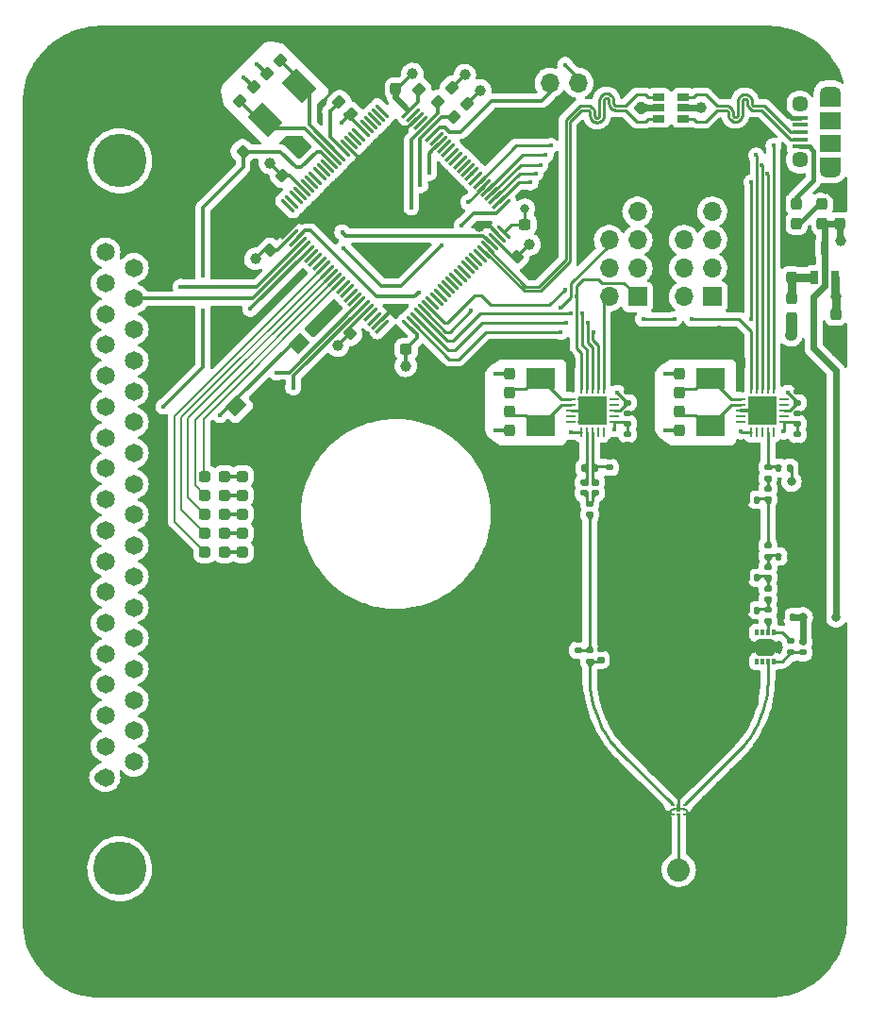
<source format=gbr>
%TF.GenerationSoftware,KiCad,Pcbnew,(6.0.1)*%
%TF.CreationDate,2022-01-19T11:33:41-06:00*%
%TF.ProjectId,Telemetry_KiCAD_Project,54656c65-6d65-4747-9279-5f4b69434144,rev?*%
%TF.SameCoordinates,Original*%
%TF.FileFunction,Copper,L1,Top*%
%TF.FilePolarity,Positive*%
%FSLAX46Y46*%
G04 Gerber Fmt 4.6, Leading zero omitted, Abs format (unit mm)*
G04 Created by KiCad (PCBNEW (6.0.1)) date 2022-01-19 11:33:41*
%MOMM*%
%LPD*%
G01*
G04 APERTURE LIST*
G04 Aperture macros list*
%AMRoundRect*
0 Rectangle with rounded corners*
0 $1 Rounding radius*
0 $2 $3 $4 $5 $6 $7 $8 $9 X,Y pos of 4 corners*
0 Add a 4 corners polygon primitive as box body*
4,1,4,$2,$3,$4,$5,$6,$7,$8,$9,$2,$3,0*
0 Add four circle primitives for the rounded corners*
1,1,$1+$1,$2,$3*
1,1,$1+$1,$4,$5*
1,1,$1+$1,$6,$7*
1,1,$1+$1,$8,$9*
0 Add four rect primitives between the rounded corners*
20,1,$1+$1,$2,$3,$4,$5,0*
20,1,$1+$1,$4,$5,$6,$7,0*
20,1,$1+$1,$6,$7,$8,$9,0*
20,1,$1+$1,$8,$9,$2,$3,0*%
%AMRotRect*
0 Rectangle, with rotation*
0 The origin of the aperture is its center*
0 $1 length*
0 $2 width*
0 $3 Rotation angle, in degrees counterclockwise*
0 Add horizontal line*
21,1,$1,$2,0,0,$3*%
G04 Aperture macros list end*
%TA.AperFunction,SMDPad,CuDef*%
%ADD10RoundRect,0.237500X0.287500X0.237500X-0.287500X0.237500X-0.287500X-0.237500X0.287500X-0.237500X0*%
%TD*%
%TA.AperFunction,ComponentPad*%
%ADD11R,1.700000X1.700000*%
%TD*%
%TA.AperFunction,ComponentPad*%
%ADD12O,1.700000X1.700000*%
%TD*%
%TA.AperFunction,SMDPad,CuDef*%
%ADD13RoundRect,0.237500X-0.044194X-0.380070X0.380070X0.044194X0.044194X0.380070X-0.380070X-0.044194X0*%
%TD*%
%TA.AperFunction,SMDPad,CuDef*%
%ADD14RotRect,1.900000X2.600000X225.000000*%
%TD*%
%TA.AperFunction,SMDPad,CuDef*%
%ADD15R,2.600000X1.900000*%
%TD*%
%TA.AperFunction,SMDPad,CuDef*%
%ADD16RoundRect,0.140000X0.170000X-0.140000X0.170000X0.140000X-0.170000X0.140000X-0.170000X-0.140000X0*%
%TD*%
%TA.AperFunction,SMDPad,CuDef*%
%ADD17RoundRect,0.140000X-0.170000X0.140000X-0.170000X-0.140000X0.170000X-0.140000X0.170000X0.140000X0*%
%TD*%
%TA.AperFunction,SMDPad,CuDef*%
%ADD18RoundRect,0.135000X0.185000X-0.135000X0.185000X0.135000X-0.185000X0.135000X-0.185000X-0.135000X0*%
%TD*%
%TA.AperFunction,SMDPad,CuDef*%
%ADD19RoundRect,0.140000X-0.140000X-0.170000X0.140000X-0.170000X0.140000X0.170000X-0.140000X0.170000X0*%
%TD*%
%TA.AperFunction,SMDPad,CuDef*%
%ADD20RoundRect,0.147500X-0.172500X0.147500X-0.172500X-0.147500X0.172500X-0.147500X0.172500X0.147500X0*%
%TD*%
%TA.AperFunction,SMDPad,CuDef*%
%ADD21RoundRect,0.147500X0.147500X0.172500X-0.147500X0.172500X-0.147500X-0.172500X0.147500X-0.172500X0*%
%TD*%
%TA.AperFunction,SMDPad,CuDef*%
%ADD22RoundRect,0.147500X-0.147500X-0.172500X0.147500X-0.172500X0.147500X0.172500X-0.147500X0.172500X0*%
%TD*%
%TA.AperFunction,SMDPad,CuDef*%
%ADD23RoundRect,0.147500X0.172500X-0.147500X0.172500X0.147500X-0.172500X0.147500X-0.172500X-0.147500X0*%
%TD*%
%TA.AperFunction,SMDPad,CuDef*%
%ADD24RoundRect,0.140000X0.140000X0.170000X-0.140000X0.170000X-0.140000X-0.170000X0.140000X-0.170000X0*%
%TD*%
%TA.AperFunction,ComponentPad*%
%ADD25C,0.500000*%
%TD*%
%TA.AperFunction,SMDPad,CuDef*%
%ADD26R,2.600000X2.600000*%
%TD*%
%TA.AperFunction,SMDPad,CuDef*%
%ADD27RoundRect,0.062500X0.362500X-0.062500X0.362500X0.062500X-0.362500X0.062500X-0.362500X-0.062500X0*%
%TD*%
%TA.AperFunction,SMDPad,CuDef*%
%ADD28RoundRect,0.062500X0.062500X-0.362500X0.062500X0.362500X-0.062500X0.362500X-0.062500X-0.362500X0*%
%TD*%
%TA.AperFunction,SMDPad,CuDef*%
%ADD29R,0.650000X1.220000*%
%TD*%
%TA.AperFunction,SMDPad,CuDef*%
%ADD30RoundRect,0.087500X-0.087500X0.200000X-0.087500X-0.200000X0.087500X-0.200000X0.087500X0.200000X0*%
%TD*%
%TA.AperFunction,SMDPad,CuDef*%
%ADD31RoundRect,0.250000X-0.620000X0.475000X-0.620000X-0.475000X0.620000X-0.475000X0.620000X0.475000X0*%
%TD*%
%TA.AperFunction,SMDPad,CuDef*%
%ADD32RoundRect,0.237500X0.237500X-0.287500X0.237500X0.287500X-0.237500X0.287500X-0.237500X-0.287500X0*%
%TD*%
%TA.AperFunction,SMDPad,CuDef*%
%ADD33RoundRect,0.237500X0.237500X-0.300000X0.237500X0.300000X-0.237500X0.300000X-0.237500X-0.300000X0*%
%TD*%
%TA.AperFunction,SMDPad,CuDef*%
%ADD34RoundRect,0.237500X-0.237500X0.300000X-0.237500X-0.300000X0.237500X-0.300000X0.237500X0.300000X0*%
%TD*%
%TA.AperFunction,SMDPad,CuDef*%
%ADD35R,0.310000X0.695000*%
%TD*%
%TA.AperFunction,SMDPad,CuDef*%
%ADD36R,0.310000X0.230000*%
%TD*%
%TA.AperFunction,SMDPad,CuDef*%
%ADD37R,0.340000X0.190000*%
%TD*%
%TA.AperFunction,SMDPad,CuDef*%
%ADD38R,0.340000X0.230000*%
%TD*%
%TA.AperFunction,SMDPad,CuDef*%
%ADD39RoundRect,0.075000X-0.565685X-0.459619X-0.459619X-0.565685X0.565685X0.459619X0.459619X0.565685X0*%
%TD*%
%TA.AperFunction,SMDPad,CuDef*%
%ADD40RoundRect,0.075000X-0.565685X0.459619X0.459619X-0.565685X0.565685X-0.459619X-0.459619X0.565685X0*%
%TD*%
%TA.AperFunction,ComponentPad*%
%ADD41C,4.800000*%
%TD*%
%TA.AperFunction,ComponentPad*%
%ADD42C,1.650000*%
%TD*%
%TA.AperFunction,ComponentPad*%
%ADD43R,1.650000X1.650000*%
%TD*%
%TA.AperFunction,SMDPad,CuDef*%
%ADD44RoundRect,0.237500X0.044194X0.380070X-0.380070X-0.044194X-0.044194X-0.380070X0.380070X0.044194X0*%
%TD*%
%TA.AperFunction,SMDPad,CuDef*%
%ADD45RoundRect,0.237500X-0.380070X0.044194X0.044194X-0.380070X0.380070X-0.044194X-0.044194X0.380070X0*%
%TD*%
%TA.AperFunction,SMDPad,CuDef*%
%ADD46RoundRect,0.237500X-0.300000X-0.237500X0.300000X-0.237500X0.300000X0.237500X-0.300000X0.237500X0*%
%TD*%
%TA.AperFunction,SMDPad,CuDef*%
%ADD47RoundRect,0.237500X0.300000X0.237500X-0.300000X0.237500X-0.300000X-0.237500X0.300000X-0.237500X0*%
%TD*%
%TA.AperFunction,SMDPad,CuDef*%
%ADD48RoundRect,0.237500X0.380070X-0.044194X-0.044194X0.380070X-0.380070X0.044194X0.044194X-0.380070X0*%
%TD*%
%TA.AperFunction,ComponentPad*%
%ADD49C,2.050000*%
%TD*%
%TA.AperFunction,ComponentPad*%
%ADD50C,2.250000*%
%TD*%
%TA.AperFunction,SMDPad,CuDef*%
%ADD51R,1.900000X1.500000*%
%TD*%
%TA.AperFunction,ComponentPad*%
%ADD52C,1.450000*%
%TD*%
%TA.AperFunction,SMDPad,CuDef*%
%ADD53R,1.350000X0.400000*%
%TD*%
%TA.AperFunction,ComponentPad*%
%ADD54O,1.900000X1.200000*%
%TD*%
%TA.AperFunction,SMDPad,CuDef*%
%ADD55R,1.900000X1.200000*%
%TD*%
%TA.AperFunction,SMDPad,CuDef*%
%ADD56RoundRect,0.237500X-0.035355X-0.371231X0.371231X0.035355X0.035355X0.371231X-0.371231X-0.035355X0*%
%TD*%
%TA.AperFunction,SMDPad,CuDef*%
%ADD57R,1.060000X0.650000*%
%TD*%
%TA.AperFunction,SMDPad,CuDef*%
%ADD58RotRect,1.550000X1.300000X45.000000*%
%TD*%
%TA.AperFunction,ViaPad*%
%ADD59C,0.400000*%
%TD*%
%TA.AperFunction,ViaPad*%
%ADD60C,0.800000*%
%TD*%
%TA.AperFunction,ViaPad*%
%ADD61C,1.000000*%
%TD*%
%TA.AperFunction,Conductor*%
%ADD62C,0.800000*%
%TD*%
%TA.AperFunction,Conductor*%
%ADD63C,0.293370*%
%TD*%
%TA.AperFunction,Conductor*%
%ADD64C,0.200000*%
%TD*%
%TA.AperFunction,Conductor*%
%ADD65C,0.300000*%
%TD*%
%TA.AperFunction,Conductor*%
%ADD66C,0.600000*%
%TD*%
%TA.AperFunction,Conductor*%
%ADD67C,0.250000*%
%TD*%
%TA.AperFunction,Conductor*%
%ADD68C,0.400000*%
%TD*%
%TA.AperFunction,Conductor*%
%ADD69C,1.000000*%
%TD*%
%TA.AperFunction,Conductor*%
%ADD70C,0.228854*%
%TD*%
G04 APERTURE END LIST*
D10*
%TO.P,D6,1*%
%TO.N,Net-(D6-Pad1)*%
X101150000Y-101900000D03*
%TO.P,D6,2*%
%TO.N,Net-(D6-Pad2)*%
X99400000Y-101900000D03*
%TD*%
D11*
%TO.P,JP1,1*%
%TO.N,GND*%
X127800000Y-59800000D03*
D12*
%TO.P,JP1,2*%
%TO.N,Net-(JP1-Pad2)*%
X130340000Y-59800000D03*
%TO.P,JP1,3*%
%TO.N,+3V3*%
X132880000Y-59800000D03*
%TD*%
D13*
%TO.P,C34,1*%
%TO.N,+3V3*%
X111420000Y-61560000D03*
%TO.P,C34,2*%
%TO.N,GND*%
X112639760Y-60340240D03*
%TD*%
D11*
%TO.P,J2,1*%
%TO.N,/~{RX_SEL}*%
X138190000Y-79000000D03*
D12*
%TO.P,J2,2*%
%TO.N,/~{RX_IRQ}*%
X135650000Y-79000000D03*
%TO.P,J2,3*%
%TO.N,/RX_SDI*%
X138190000Y-76460000D03*
%TO.P,J2,4*%
%TO.N,/RX_SDO*%
X135650000Y-76460000D03*
%TO.P,J2,5*%
%TO.N,/RX_SCL*%
X138190000Y-73920000D03*
%TO.P,J2,6*%
%TO.N,/RX_RST*%
X135650000Y-73920000D03*
%TO.P,J2,7*%
%TO.N,Net-(J2-Pad7)*%
X138190000Y-71380000D03*
%TO.P,J2,8*%
%TO.N,GND*%
X135650000Y-71380000D03*
%TD*%
D14*
%TO.P,Y3,1*%
%TO.N,Net-(C24-Pad1)*%
X107849354Y-60075646D03*
%TO.P,Y3,2*%
%TO.N,Net-(C25-Pad1)*%
X104808794Y-63116206D03*
%TD*%
D15*
%TO.P,Y2,1*%
%TO.N,Net-(C16-Pad1)*%
X144740000Y-90595000D03*
%TO.P,Y2,2*%
%TO.N,Net-(C18-Pad1)*%
X144740000Y-86295000D03*
%TD*%
%TO.P,Y1,1*%
%TO.N,Net-(C2-Pad1)*%
X129490000Y-90595000D03*
%TO.P,Y1,2*%
%TO.N,Net-(C4-Pad1)*%
X129490000Y-86295000D03*
%TD*%
D10*
%TO.P,R10,1*%
%TO.N,GND*%
X104495000Y-95100000D03*
%TO.P,R10,2*%
%TO.N,Net-(D2-Pad1)*%
X102745000Y-95100000D03*
%TD*%
%TO.P,R9,1*%
%TO.N,GND*%
X104495000Y-96800000D03*
%TO.P,R9,2*%
%TO.N,Net-(D3-Pad1)*%
X102745000Y-96800000D03*
%TD*%
%TO.P,R8,1*%
%TO.N,GND*%
X104495000Y-98500000D03*
%TO.P,R8,2*%
%TO.N,Net-(D4-Pad1)*%
X102745000Y-98500000D03*
%TD*%
%TO.P,R7,1*%
%TO.N,GND*%
X104495000Y-100200000D03*
%TO.P,R7,2*%
%TO.N,Net-(D5-Pad1)*%
X102745000Y-100200000D03*
%TD*%
%TO.P,R6,1*%
%TO.N,GND*%
X104495000Y-101900000D03*
%TO.P,R6,2*%
%TO.N,Net-(D6-Pad1)*%
X102745000Y-101900000D03*
%TD*%
%TO.P,D5,1*%
%TO.N,Net-(D5-Pad1)*%
X101145000Y-100200000D03*
%TO.P,D5,2*%
%TO.N,Net-(D5-Pad2)*%
X99395000Y-100200000D03*
%TD*%
%TO.P,D4,1*%
%TO.N,Net-(D4-Pad1)*%
X101145000Y-98500000D03*
%TO.P,D4,2*%
%TO.N,Net-(D4-Pad2)*%
X99395000Y-98500000D03*
%TD*%
%TO.P,D3,1*%
%TO.N,Net-(D3-Pad1)*%
X101145000Y-96800000D03*
%TO.P,D3,2*%
%TO.N,Net-(D3-Pad2)*%
X99395000Y-96800000D03*
%TD*%
%TO.P,D2,1*%
%TO.N,Net-(D2-Pad1)*%
X101145000Y-95100000D03*
%TO.P,D2,2*%
%TO.N,Net-(D2-Pad2)*%
X99395000Y-95100000D03*
%TD*%
D16*
%TO.P,C19,1*%
%TO.N,GND*%
X152540000Y-92310000D03*
%TO.P,C19,2*%
%TO.N,+3V3*%
X152540000Y-91350000D03*
%TD*%
D17*
%TO.P,C17,1*%
%TO.N,GND*%
X152540000Y-89440000D03*
%TO.P,C17,2*%
%TO.N,+3V3*%
X152540000Y-90400000D03*
%TD*%
%TO.P,C15,1*%
%TO.N,GND*%
X152540000Y-87540000D03*
%TO.P,C15,2*%
%TO.N,+3V3*%
X152540000Y-88500000D03*
%TD*%
D16*
%TO.P,C5,1*%
%TO.N,GND*%
X137300000Y-92280000D03*
%TO.P,C5,2*%
%TO.N,+3V3*%
X137300000Y-91320000D03*
%TD*%
D17*
%TO.P,C3,1*%
%TO.N,GND*%
X137300000Y-89440000D03*
%TO.P,C3,2*%
%TO.N,+3V3*%
X137300000Y-90400000D03*
%TD*%
%TO.P,C1,1*%
%TO.N,GND*%
X137300000Y-87540000D03*
%TO.P,C1,2*%
%TO.N,+3V3*%
X137300000Y-88500000D03*
%TD*%
D18*
%TO.P,R1,1*%
%TO.N,Net-(L5-Pad1)*%
X151980000Y-110910000D03*
%TO.P,R1,2*%
%TO.N,Net-(R1-Pad2)*%
X151980000Y-109890000D03*
%TD*%
D19*
%TO.P,C12,1*%
%TO.N,GND*%
X151130000Y-107740000D03*
%TO.P,C12,2*%
%TO.N,+5V*%
X152090000Y-107740000D03*
%TD*%
%TO.P,C11,1*%
%TO.N,GND*%
X147960000Y-107120000D03*
%TO.P,C11,2*%
%TO.N,/ADL_Amplifier/RF_In*%
X148920000Y-107120000D03*
%TD*%
D20*
%TO.P,L11,1*%
%TO.N,Net-(C22-Pad1)*%
X149900000Y-105170000D03*
%TO.P,L11,2*%
%TO.N,/ADL_Amplifier/RF_In*%
X149900000Y-106140000D03*
%TD*%
%TO.P,L10,1*%
%TO.N,Net-(C21-Pad1)*%
X149900000Y-103230000D03*
%TO.P,L10,2*%
%TO.N,Net-(C22-Pad1)*%
X149900000Y-104200000D03*
%TD*%
%TO.P,L9,1*%
%TO.N,Net-(L7-Pad2)*%
X149900000Y-101317501D03*
%TO.P,L9,2*%
%TO.N,Net-(C21-Pad1)*%
X149900000Y-102287501D03*
%TD*%
D21*
%TO.P,L8,1*%
%TO.N,Net-(L7-Pad2)*%
X148910000Y-97220000D03*
%TO.P,L8,2*%
%TO.N,GND*%
X147940000Y-97220000D03*
%TD*%
D20*
%TO.P,L7,1*%
%TO.N,Net-(C20-Pad2)*%
X149900000Y-96220000D03*
%TO.P,L7,2*%
%TO.N,Net-(L7-Pad2)*%
X149900000Y-97190000D03*
%TD*%
D22*
%TO.P,L6,1*%
%TO.N,Net-(C20-Pad1)*%
X150880000Y-94350000D03*
%TO.P,L6,2*%
%TO.N,+3V3*%
X151850000Y-94350000D03*
%TD*%
D23*
%TO.P,L5,1*%
%TO.N,Net-(L5-Pad1)*%
X153030000Y-110900000D03*
%TO.P,L5,2*%
%TO.N,+5V*%
X153030000Y-109930000D03*
%TD*%
D20*
%TO.P,L4,1*%
%TO.N,/ADL_Amplifier/RF_In*%
X149900000Y-107110000D03*
%TO.P,L4,2*%
%TO.N,Net-(L4-Pad2)*%
X149900000Y-108080000D03*
%TD*%
%TO.P,L3,1*%
%TO.N,Net-(C8-Pad2)*%
X133900000Y-110730000D03*
%TO.P,L3,2*%
%TO.N,/RX_Si4463/RF_Out*%
X133900000Y-111700000D03*
%TD*%
%TO.P,L2,1*%
%TO.N,Net-(C6-Pad2)*%
X134420000Y-95635000D03*
%TO.P,L2,2*%
%TO.N,Net-(C7-Pad2)*%
X134420000Y-96605000D03*
%TD*%
D22*
%TO.P,L1,1*%
%TO.N,Net-(C7-Pad1)*%
X133437500Y-94350000D03*
%TO.P,L1,2*%
%TO.N,Net-(C6-Pad2)*%
X134407500Y-94350000D03*
%TD*%
D24*
%TO.P,C22,1*%
%TO.N,Net-(C22-Pad1)*%
X148920000Y-104220000D03*
%TO.P,C22,2*%
%TO.N,GND*%
X147960000Y-104220000D03*
%TD*%
D19*
%TO.P,C21,1*%
%TO.N,Net-(C21-Pad1)*%
X150880000Y-102300000D03*
%TO.P,C21,2*%
%TO.N,GND*%
X151840000Y-102300000D03*
%TD*%
D17*
%TO.P,C20,1*%
%TO.N,Net-(C20-Pad1)*%
X149900000Y-94307500D03*
%TO.P,C20,2*%
%TO.N,Net-(C20-Pad2)*%
X149900000Y-95267500D03*
%TD*%
D16*
%TO.P,C10,1*%
%TO.N,/RX_Si4463/RF_Out*%
X134910000Y-111570000D03*
%TO.P,C10,2*%
%TO.N,GND*%
X134910000Y-110610000D03*
%TD*%
%TO.P,C9,1*%
%TO.N,Net-(C8-Pad2)*%
X132890000Y-110710000D03*
%TO.P,C9,2*%
%TO.N,GND*%
X132890000Y-109750000D03*
%TD*%
D17*
%TO.P,C8,1*%
%TO.N,Net-(C7-Pad2)*%
X133900000Y-97590000D03*
%TO.P,C8,2*%
%TO.N,Net-(C8-Pad2)*%
X133900000Y-98550000D03*
%TD*%
%TO.P,C7,1*%
%TO.N,Net-(C7-Pad1)*%
X133400000Y-95640000D03*
%TO.P,C7,2*%
%TO.N,Net-(C7-Pad2)*%
X133400000Y-96600000D03*
%TD*%
%TO.P,C6,1*%
%TO.N,GND*%
X135700000Y-93340000D03*
%TO.P,C6,2*%
%TO.N,Net-(C6-Pad2)*%
X135700000Y-94300000D03*
%TD*%
D25*
%TO.P,U6,21*%
%TO.N,GND*%
X150450000Y-88150000D03*
X150450000Y-90250000D03*
X148350000Y-88150000D03*
X148350000Y-90250000D03*
D26*
X149400000Y-89200000D03*
D27*
%TO.P,U6,20*%
%TO.N,Net-(U6-Pad20)*%
X147475000Y-90200000D03*
%TO.P,U6,19*%
%TO.N,Net-(U6-Pad19)*%
X147475000Y-89700000D03*
%TO.P,U6,18*%
%TO.N,GND*%
X147475000Y-89200000D03*
%TO.P,U6,17*%
%TO.N,Net-(C16-Pad1)*%
X147475000Y-88700000D03*
%TO.P,U6,16*%
%TO.N,Net-(C18-Pad1)*%
X147475000Y-88200000D03*
D28*
%TO.P,U6,15*%
%TO.N,/~{TX_SEL}*%
X148400000Y-87275000D03*
%TO.P,U6,14*%
%TO.N,/TX_SDI*%
X148900000Y-87275000D03*
%TO.P,U6,13*%
%TO.N,/TX_SDO*%
X149400000Y-87275000D03*
%TO.P,U6,12*%
%TO.N,/TX_SCL*%
X149900000Y-87275000D03*
%TO.P,U6,11*%
%TO.N,/~{TX_IRQ}*%
X150400000Y-87275000D03*
D27*
%TO.P,U6,10*%
%TO.N,Net-(U6-Pad10)*%
X151325000Y-88200000D03*
%TO.P,U6,9*%
%TO.N,Net-(U6-Pad9)*%
X151325000Y-88700000D03*
%TO.P,U6,8*%
%TO.N,+3V3*%
X151325000Y-89200000D03*
%TO.P,U6,7*%
%TO.N,Net-(U6-Pad7)*%
X151325000Y-89700000D03*
%TO.P,U6,6*%
%TO.N,+3V3*%
X151325000Y-90200000D03*
D28*
%TO.P,U6,5*%
%TO.N,Net-(U6-Pad5)*%
X150400000Y-91125000D03*
%TO.P,U6,4*%
%TO.N,Net-(C20-Pad1)*%
X149900000Y-91125000D03*
%TO.P,U6,3*%
%TO.N,Net-(U6-Pad3)*%
X149400000Y-91125000D03*
%TO.P,U6,2*%
%TO.N,Net-(U6-Pad2)*%
X148900000Y-91125000D03*
%TO.P,U6,1*%
%TO.N,/TX_RST*%
X148400000Y-91125000D03*
%TD*%
D29*
%TO.P,U4,1*%
%TO.N,Net-(R2-Pad1)*%
X154050000Y-77270000D03*
%TO.P,U4,2*%
%TO.N,+3V3*%
X155950000Y-77270000D03*
%TO.P,U4,3*%
%TO.N,+5V*%
X155000000Y-74650000D03*
%TD*%
D30*
%TO.P,U2,8*%
%TO.N,Net-(L5-Pad1)*%
X150400000Y-111707500D03*
%TO.P,U2,7*%
%TO.N,/ADL_Amplifier/RF_Out*%
X149900000Y-111707500D03*
%TO.P,U2,6*%
%TO.N,N/C*%
X149400000Y-111707500D03*
%TO.P,U2,5*%
X148900000Y-111707500D03*
%TO.P,U2,4*%
X148900000Y-109132500D03*
%TO.P,U2,3*%
X149400000Y-109132500D03*
%TO.P,U2,2*%
%TO.N,Net-(L4-Pad2)*%
X149900000Y-109132500D03*
%TO.P,U2,1*%
%TO.N,Net-(R1-Pad2)*%
X150400000Y-109132500D03*
D31*
%TO.P,U2,9*%
%TO.N,GND*%
X149650000Y-110420000D03*
%TD*%
D28*
%TO.P,U1,1*%
%TO.N,/RX_RST*%
X133150000Y-91125000D03*
%TO.P,U1,2*%
%TO.N,Net-(C7-Pad1)*%
X133650000Y-91125000D03*
%TO.P,U1,3*%
%TO.N,Net-(C6-Pad2)*%
X134150000Y-91125000D03*
%TO.P,U1,4*%
%TO.N,Net-(U1-Pad4)*%
X134650000Y-91125000D03*
%TO.P,U1,5*%
%TO.N,Net-(U1-Pad5)*%
X135150000Y-91125000D03*
D27*
%TO.P,U1,6*%
%TO.N,+3V3*%
X136075000Y-90200000D03*
%TO.P,U1,7*%
%TO.N,Net-(U1-Pad7)*%
X136075000Y-89700000D03*
%TO.P,U1,8*%
%TO.N,+3V3*%
X136075000Y-89200000D03*
%TO.P,U1,9*%
%TO.N,Net-(U1-Pad9)*%
X136075000Y-88700000D03*
%TO.P,U1,10*%
%TO.N,Net-(U1-Pad10)*%
X136075000Y-88200000D03*
D28*
%TO.P,U1,11*%
%TO.N,/~{RX_IRQ}*%
X135150000Y-87275000D03*
%TO.P,U1,12*%
%TO.N,/RX_SCL*%
X134650000Y-87275000D03*
%TO.P,U1,13*%
%TO.N,/RX_SDO*%
X134150000Y-87275000D03*
%TO.P,U1,14*%
%TO.N,/RX_SDI*%
X133650000Y-87275000D03*
%TO.P,U1,15*%
%TO.N,/~{RX_SEL}*%
X133150000Y-87275000D03*
D27*
%TO.P,U1,16*%
%TO.N,Net-(C4-Pad1)*%
X132225000Y-88200000D03*
%TO.P,U1,17*%
%TO.N,Net-(C2-Pad1)*%
X132225000Y-88700000D03*
%TO.P,U1,18*%
%TO.N,GND*%
X132225000Y-89200000D03*
%TO.P,U1,19*%
%TO.N,Net-(U1-Pad19)*%
X132225000Y-89700000D03*
%TO.P,U1,20*%
%TO.N,Net-(U1-Pad20)*%
X132225000Y-90200000D03*
D26*
%TO.P,U1,21*%
%TO.N,GND*%
X134150000Y-89200000D03*
D25*
X133100000Y-90250000D03*
X133100000Y-88150000D03*
X135200000Y-90250000D03*
X135200000Y-88150000D03*
%TD*%
D32*
%TO.P,R3,1*%
%TO.N,+3V3*%
X151990000Y-80899999D03*
%TO.P,R3,2*%
%TO.N,Net-(R2-Pad1)*%
X151990000Y-79149999D03*
%TD*%
%TO.P,R2,1*%
%TO.N,Net-(R2-Pad1)*%
X151990000Y-77270001D03*
%TO.P,R2,2*%
%TO.N,GND*%
X151990000Y-75520001D03*
%TD*%
D33*
%TO.P,FB1,1*%
%TO.N,Net-(D1-Pad2)*%
X152470000Y-72409999D03*
%TO.P,FB1,2*%
%TO.N,Net-(FB1-Pad2)*%
X152470000Y-70684999D03*
%TD*%
D32*
%TO.P,D1,1*%
%TO.N,+5V*%
X154770000Y-72445000D03*
%TO.P,D1,2*%
%TO.N,Net-(D1-Pad2)*%
X154770000Y-70695000D03*
%TD*%
D33*
%TO.P,C18,1*%
%TO.N,Net-(C18-Pad1)*%
X141970000Y-87620000D03*
%TO.P,C18,2*%
%TO.N,GND*%
X141970000Y-85895000D03*
%TD*%
D34*
%TO.P,C16,1*%
%TO.N,Net-(C16-Pad1)*%
X141970000Y-89280000D03*
%TO.P,C16,2*%
%TO.N,GND*%
X141970000Y-91005000D03*
%TD*%
%TO.P,C14,2*%
%TO.N,GND*%
X155970000Y-82295000D03*
%TO.P,C14,1*%
%TO.N,+3V3*%
X155970000Y-80570000D03*
%TD*%
D33*
%TO.P,C13,1*%
%TO.N,+5V*%
X156370000Y-72432500D03*
%TO.P,C13,2*%
%TO.N,GND*%
X156370000Y-70707500D03*
%TD*%
%TO.P,C4,1*%
%TO.N,Net-(C4-Pad1)*%
X126719999Y-87620000D03*
%TO.P,C4,2*%
%TO.N,GND*%
X126719999Y-85895000D03*
%TD*%
D34*
%TO.P,C2,2*%
%TO.N,GND*%
X126720000Y-90995001D03*
%TO.P,C2,1*%
%TO.N,Net-(C2-Pad1)*%
X126720000Y-89270001D03*
%TD*%
D35*
%TO.P,U3,2*%
%TO.N,GND*%
X141895000Y-124822500D03*
D36*
%TO.P,U3,6*%
%TO.N,/RSD_Duplexer/Antenna*%
X141895000Y-125410000D03*
D37*
%TO.P,U3,4*%
%TO.N,GND*%
X142450000Y-125000000D03*
D38*
%TO.P,U3,5*%
X142450000Y-125410000D03*
%TO.P,U3,3*%
%TO.N,/ADL_Amplifier/RF_Out*%
X142450000Y-124590000D03*
%TO.P,U3,7*%
%TO.N,GND*%
X141340000Y-125410000D03*
D37*
%TO.P,U3,8*%
X141340000Y-125000000D03*
D38*
%TO.P,U3,1*%
%TO.N,/RX_Si4463/RF_Out*%
X141340000Y-124590000D03*
%TD*%
D39*
%TO.P,U7,100*%
%TO.N,+3V3*%
X117684404Y-62330315D03*
%TO.P,U7,99*%
%TO.N,Net-(U7-Pad99)*%
X118037957Y-62683868D03*
%TO.P,U7,98*%
%TO.N,GND*%
X118391511Y-63037422D03*
%TO.P,U7,97*%
%TO.N,Net-(U7-Pad97)*%
X118745064Y-63390975D03*
%TO.P,U7,96*%
%TO.N,/37 Pin DSUB/Alert_sda*%
X119098617Y-63744528D03*
%TO.P,U7,95*%
%TO.N,/37 Pin DSUB/Alert_scl*%
X119452171Y-64098082D03*
%TO.P,U7,94*%
%TO.N,Net-(JP1-Pad2)*%
X119805724Y-64451635D03*
%TO.P,U7,93*%
%TO.N,Net-(U7-Pad93)*%
X120159278Y-64805189D03*
%TO.P,U7,92*%
%TO.N,/37 Pin DSUB/Alert_Active*%
X120512831Y-65158742D03*
%TO.P,U7,91*%
%TO.N,Net-(U7-Pad91)*%
X120866384Y-65512295D03*
%TO.P,U7,90*%
%TO.N,Net-(U7-Pad90)*%
X121219938Y-65865849D03*
%TO.P,U7,89*%
%TO.N,Net-(U7-Pad89)*%
X121573491Y-66219402D03*
%TO.P,U7,88*%
%TO.N,Net-(U7-Pad88)*%
X121927045Y-66572955D03*
%TO.P,U7,87*%
%TO.N,Net-(U7-Pad87)*%
X122280598Y-66926509D03*
%TO.P,U7,86*%
%TO.N,Net-(U7-Pad86)*%
X122634151Y-67280062D03*
%TO.P,U7,85*%
%TO.N,Net-(U7-Pad85)*%
X122987705Y-67633616D03*
%TO.P,U7,84*%
%TO.N,Net-(U7-Pad84)*%
X123341258Y-67987169D03*
%TO.P,U7,83*%
%TO.N,Net-(U7-Pad83)*%
X123694811Y-68340722D03*
%TO.P,U7,82*%
%TO.N,/~{TX_IRQ}*%
X124048365Y-68694276D03*
%TO.P,U7,81*%
%TO.N,/~{RX_SEL}*%
X124401918Y-69047829D03*
%TO.P,U7,80*%
%TO.N,/TX_SDI*%
X124755472Y-69401383D03*
%TO.P,U7,79*%
%TO.N,/TX_SDO*%
X125109025Y-69754936D03*
%TO.P,U7,78*%
%TO.N,/TX_SCL*%
X125462578Y-70108489D03*
%TO.P,U7,77*%
%TO.N,/TX_RST*%
X125816132Y-70462043D03*
%TO.P,U7,76*%
%TO.N,/MCU_L562VE/DEBUG_SWCLK*%
X126169685Y-70815596D03*
D40*
%TO.P,U7,75*%
%TO.N,+3V3*%
X126169685Y-73184404D03*
%TO.P,U7,74*%
%TO.N,GND*%
X125816132Y-73537957D03*
%TO.P,U7,73*%
%TO.N,+3V3*%
X125462578Y-73891511D03*
%TO.P,U7,72*%
%TO.N,/MCU_L562VE/DEBUG_SWDIO*%
X125109025Y-74245064D03*
%TO.P,U7,71*%
%TO.N,/USB Connector and ESD/D+*%
X124755472Y-74598617D03*
%TO.P,U7,70*%
%TO.N,/USB Connector and ESD/D-*%
X124401918Y-74952171D03*
%TO.P,U7,69*%
%TO.N,Net-(U7-Pad69)*%
X124048365Y-75305724D03*
%TO.P,U7,68*%
%TO.N,Net-(U7-Pad68)*%
X123694811Y-75659278D03*
%TO.P,U7,67*%
%TO.N,Net-(U7-Pad67)*%
X123341258Y-76012831D03*
%TO.P,U7,66*%
%TO.N,Net-(U7-Pad66)*%
X122987705Y-76366384D03*
%TO.P,U7,65*%
%TO.N,Net-(U7-Pad65)*%
X122634151Y-76719938D03*
%TO.P,U7,64*%
%TO.N,Net-(U7-Pad64)*%
X122280598Y-77073491D03*
%TO.P,U7,63*%
%TO.N,Net-(U7-Pad63)*%
X121927045Y-77427045D03*
%TO.P,U7,62*%
%TO.N,Net-(U7-Pad62)*%
X121573491Y-77780598D03*
%TO.P,U7,61*%
%TO.N,Net-(U7-Pad61)*%
X121219938Y-78134151D03*
%TO.P,U7,60*%
%TO.N,Net-(U7-Pad60)*%
X120866384Y-78487705D03*
%TO.P,U7,59*%
%TO.N,Net-(U7-Pad59)*%
X120512831Y-78841258D03*
%TO.P,U7,58*%
%TO.N,Net-(U7-Pad58)*%
X120159278Y-79194811D03*
%TO.P,U7,57*%
%TO.N,Net-(U7-Pad57)*%
X119805724Y-79548365D03*
%TO.P,U7,56*%
%TO.N,/~{RX_IRQ}*%
X119452171Y-79901918D03*
%TO.P,U7,55*%
%TO.N,/RX_RST*%
X119098617Y-80255472D03*
%TO.P,U7,54*%
%TO.N,/RX_SDI*%
X118745064Y-80609025D03*
%TO.P,U7,53*%
%TO.N,/RX_SDO*%
X118391511Y-80962578D03*
%TO.P,U7,52*%
%TO.N,/RX_SCL*%
X118037957Y-81316132D03*
%TO.P,U7,51*%
%TO.N,+3V3*%
X117684404Y-81669685D03*
D39*
%TO.P,U7,50*%
%TO.N,Net-(U7-Pad50)*%
X115315596Y-81669685D03*
%TO.P,U7,49*%
%TO.N,GND*%
X114962043Y-81316132D03*
%TO.P,U7,48*%
%TO.N,Net-(U7-Pad48)*%
X114608489Y-80962578D03*
%TO.P,U7,47*%
%TO.N,Net-(U7-Pad47)*%
X114254936Y-80609025D03*
%TO.P,U7,46*%
%TO.N,+3V3*%
X113901383Y-80255472D03*
%TO.P,U7,45*%
%TO.N,/MCU_L562VE/ABORT_2*%
X113547829Y-79901918D03*
%TO.P,U7,44*%
%TO.N,/MCU_L562VE/ABORT_1*%
X113194276Y-79548365D03*
%TO.P,U7,43*%
%TO.N,Net-(U7-Pad43)*%
X112840722Y-79194811D03*
%TO.P,U7,42*%
%TO.N,Net-(U7-Pad42)*%
X112487169Y-78841258D03*
%TO.P,U7,41*%
%TO.N,Net-(U7-Pad41)*%
X112133616Y-78487705D03*
%TO.P,U7,40*%
%TO.N,Net-(U7-Pad40)*%
X111780062Y-78134151D03*
%TO.P,U7,39*%
%TO.N,Net-(D2-Pad2)*%
X111426509Y-77780598D03*
%TO.P,U7,38*%
%TO.N,Net-(D3-Pad2)*%
X111072955Y-77427045D03*
%TO.P,U7,37*%
%TO.N,Net-(D4-Pad2)*%
X110719402Y-77073491D03*
%TO.P,U7,36*%
%TO.N,Net-(D5-Pad2)*%
X110365849Y-76719938D03*
%TO.P,U7,35*%
%TO.N,Net-(D6-Pad2)*%
X110012295Y-76366384D03*
%TO.P,U7,34*%
%TO.N,Net-(U7-Pad34)*%
X109658742Y-76012831D03*
%TO.P,U7,33*%
%TO.N,Net-(U7-Pad33)*%
X109305189Y-75659278D03*
%TO.P,U7,32*%
%TO.N,/MCU_L562VE/~{SPI1_NSS}*%
X108951635Y-75305724D03*
%TO.P,U7,31*%
%TO.N,/MCU_L562VE/SPI1_MOSI*%
X108598082Y-74952171D03*
%TO.P,U7,30*%
%TO.N,/MCU_L562VE/SPI1_MISO*%
X108244528Y-74598617D03*
%TO.P,U7,29*%
%TO.N,/MCU_L562VE/SPI1_SCK*%
X107890975Y-74245064D03*
%TO.P,U7,28*%
%TO.N,/~{TX_SEL}*%
X107537422Y-73891511D03*
%TO.P,U7,27*%
%TO.N,+3V3*%
X107183868Y-73537957D03*
%TO.P,U7,26*%
%TO.N,GND*%
X106830315Y-73184404D03*
D40*
%TO.P,U7,25*%
%TO.N,Net-(U7-Pad25)*%
X106830315Y-70815596D03*
%TO.P,U7,24*%
%TO.N,Net-(U7-Pad24)*%
X107183868Y-70462043D03*
%TO.P,U7,23*%
%TO.N,Net-(U7-Pad23)*%
X107537422Y-70108489D03*
%TO.P,U7,22*%
%TO.N,Net-(U7-Pad22)*%
X107890975Y-69754936D03*
%TO.P,U7,21*%
%TO.N,+3V3*%
X108244528Y-69401383D03*
%TO.P,U7,20*%
%TO.N,Net-(U7-Pad20)*%
X108598082Y-69047829D03*
%TO.P,U7,19*%
%TO.N,Net-(U7-Pad19)*%
X108951635Y-68694276D03*
%TO.P,U7,18*%
%TO.N,Net-(U7-Pad18)*%
X109305189Y-68340722D03*
%TO.P,U7,17*%
%TO.N,Net-(U7-Pad17)*%
X109658742Y-67987169D03*
%TO.P,U7,16*%
%TO.N,Net-(U7-Pad16)*%
X110012295Y-67633616D03*
%TO.P,U7,15*%
%TO.N,Net-(U7-Pad15)*%
X110365849Y-67280062D03*
%TO.P,U7,14*%
%TO.N,/37 Pin DSUB/NRST*%
X110719402Y-66926509D03*
%TO.P,U7,13*%
%TO.N,Net-(C25-Pad1)*%
X111072955Y-66572955D03*
%TO.P,U7,12*%
%TO.N,Net-(C24-Pad1)*%
X111426509Y-66219402D03*
%TO.P,U7,11*%
%TO.N,+3V3*%
X111780062Y-65865849D03*
%TO.P,U7,10*%
%TO.N,GND*%
X112133616Y-65512295D03*
%TO.P,U7,9*%
%TO.N,Net-(U7-Pad9)*%
X112487169Y-65158742D03*
%TO.P,U7,8*%
%TO.N,Net-(U7-Pad8)*%
X112840722Y-64805189D03*
%TO.P,U7,7*%
%TO.N,Net-(U7-Pad7)*%
X113194276Y-64451635D03*
%TO.P,U7,6*%
%TO.N,+3V3*%
X113547829Y-64098082D03*
%TO.P,U7,5*%
%TO.N,Net-(U7-Pad5)*%
X113901383Y-63744528D03*
%TO.P,U7,4*%
%TO.N,Net-(U7-Pad4)*%
X114254936Y-63390975D03*
%TO.P,U7,3*%
%TO.N,Net-(U7-Pad3)*%
X114608489Y-63037422D03*
%TO.P,U7,2*%
%TO.N,Net-(U7-Pad2)*%
X114962043Y-62683868D03*
%TO.P,U7,1*%
%TO.N,Net-(U7-Pad1)*%
X115315596Y-62330315D03*
%TD*%
D41*
%TO.P,J5,MH2*%
%TO.N,N/C*%
X91730000Y-130305000D03*
%TO.P,J5,MH1*%
X91730000Y-66805000D03*
D42*
%TO.P,J5,37*%
%TO.N,+5V*%
X90460000Y-122100000D03*
%TO.P,J5,36*%
%TO.N,Net-(J5-Pad36)*%
X90460000Y-119330000D03*
%TO.P,J5,35*%
%TO.N,Net-(J5-Pad35)*%
X90460000Y-116560000D03*
%TO.P,J5,34*%
%TO.N,Net-(J5-Pad34)*%
X90460000Y-113790000D03*
%TO.P,J5,33*%
%TO.N,Net-(J5-Pad33)*%
X90460000Y-111020000D03*
%TO.P,J5,32*%
%TO.N,Net-(J5-Pad32)*%
X90460000Y-108250000D03*
%TO.P,J5,31*%
%TO.N,Net-(J5-Pad31)*%
X90460000Y-105480000D03*
%TO.P,J5,30*%
%TO.N,Net-(J5-Pad30)*%
X90460000Y-102710000D03*
%TO.P,J5,29*%
%TO.N,Net-(J5-Pad29)*%
X90460000Y-99940000D03*
%TO.P,J5,28*%
%TO.N,Net-(J5-Pad28)*%
X90460000Y-97170000D03*
%TO.P,J5,27*%
%TO.N,Net-(J5-Pad27)*%
X90460000Y-94400000D03*
%TO.P,J5,26*%
%TO.N,/MCU_L562VE/ABORT_2*%
X90460000Y-91630000D03*
%TO.P,J5,25*%
%TO.N,/37 Pin DSUB/NRST*%
X90460000Y-88860000D03*
%TO.P,J5,24*%
%TO.N,/37 Pin DSUB/Alert_sda*%
X90460000Y-86090000D03*
%TO.P,J5,23*%
%TO.N,/MCU_L562VE/DEBUG_SWCLK*%
X90460000Y-83320000D03*
%TO.P,J5,22*%
%TO.N,/MCU_L562VE/SPI1_SCK*%
X90460000Y-80550000D03*
%TO.P,J5,21*%
%TO.N,/MCU_L562VE/SPI1_MOSI*%
X90460000Y-77780000D03*
%TO.P,J5,20*%
%TO.N,+5V*%
X90460000Y-75010000D03*
%TO.P,J5,19*%
%TO.N,GND*%
X93000000Y-123485000D03*
%TO.P,J5,18*%
%TO.N,+3V3*%
X93000000Y-120715000D03*
%TO.P,J5,17*%
%TO.N,Net-(J5-Pad17)*%
X93000000Y-117945000D03*
%TO.P,J5,16*%
%TO.N,Net-(J5-Pad16)*%
X93000000Y-115175000D03*
%TO.P,J5,15*%
%TO.N,Net-(J5-Pad15)*%
X93000000Y-112405000D03*
%TO.P,J5,14*%
%TO.N,Net-(J5-Pad14)*%
X93000000Y-109635000D03*
%TO.P,J5,13*%
%TO.N,Net-(J5-Pad13)*%
X93000000Y-106865000D03*
%TO.P,J5,12*%
%TO.N,Net-(J5-Pad12)*%
X93000000Y-104095000D03*
%TO.P,J5,11*%
%TO.N,Net-(J5-Pad11)*%
X93000000Y-101325000D03*
%TO.P,J5,10*%
%TO.N,Net-(J5-Pad10)*%
X93000000Y-98555000D03*
%TO.P,J5,9*%
%TO.N,Net-(J5-Pad9)*%
X93000000Y-95785000D03*
%TO.P,J5,8*%
%TO.N,Net-(J5-Pad8)*%
X93000000Y-93015000D03*
%TO.P,J5,7*%
%TO.N,/MCU_L562VE/ABORT_1*%
X93000000Y-90245000D03*
%TO.P,J5,6*%
%TO.N,/37 Pin DSUB/Alert_Active*%
X93000000Y-87475000D03*
%TO.P,J5,5*%
%TO.N,/37 Pin DSUB/Alert_scl*%
X93000000Y-84705000D03*
%TO.P,J5,4*%
%TO.N,/MCU_L562VE/DEBUG_SWDIO*%
X93000000Y-81935000D03*
%TO.P,J5,3*%
%TO.N,/MCU_L562VE/SPI1_MISO*%
X93000000Y-79165000D03*
%TO.P,J5,2*%
%TO.N,+3V3*%
X93000000Y-76395000D03*
D43*
%TO.P,J5,1*%
%TO.N,GND*%
X93000000Y-73625000D03*
%TD*%
D44*
%TO.P,C24,1*%
%TO.N,Net-(C24-Pad1)*%
X106150000Y-57800000D03*
%TO.P,C24,2*%
%TO.N,GND*%
X104930240Y-59019760D03*
%TD*%
D13*
%TO.P,C25,1*%
%TO.N,Net-(C25-Pad1)*%
X102525000Y-61425000D03*
%TO.P,C25,2*%
%TO.N,GND*%
X103744760Y-60205240D03*
%TD*%
D33*
%TO.P,C26,1*%
%TO.N,+3V3*%
X116500000Y-60362500D03*
%TO.P,C26,2*%
%TO.N,GND*%
X116500000Y-58637500D03*
%TD*%
D13*
%TO.P,C27,2*%
%TO.N,GND*%
X119819760Y-59180240D03*
%TO.P,C27,1*%
%TO.N,+3V3*%
X118600000Y-60400000D03*
%TD*%
D45*
%TO.P,C28,1*%
%TO.N,+3V3*%
X127400000Y-75400000D03*
%TO.P,C28,2*%
%TO.N,GND*%
X128619760Y-76619760D03*
%TD*%
D46*
%TO.P,C29,2*%
%TO.N,GND*%
X129825001Y-72500000D03*
%TO.P,C29,1*%
%TO.N,+3V3*%
X128100001Y-72500000D03*
%TD*%
D47*
%TO.P,C30,2*%
%TO.N,GND*%
X115700000Y-83700000D03*
%TO.P,C30,1*%
%TO.N,+3V3*%
X117425000Y-83700000D03*
%TD*%
D45*
%TO.P,C31,2*%
%TO.N,GND*%
X113619760Y-83519760D03*
%TO.P,C31,1*%
%TO.N,+3V3*%
X112400000Y-82300000D03*
%TD*%
D48*
%TO.P,C32,1*%
%TO.N,+3V3*%
X105244195Y-74802773D03*
%TO.P,C32,2*%
%TO.N,GND*%
X104024435Y-73583013D03*
%TD*%
D44*
%TO.P,C33,2*%
%TO.N,GND*%
X105080239Y-69319760D03*
%TO.P,C33,1*%
%TO.N,+3V3*%
X106299999Y-68100000D03*
%TD*%
D13*
%TO.P,C35,2*%
%TO.N,GND*%
X113698669Y-61402397D03*
%TO.P,C35,1*%
%TO.N,+3V3*%
X112478909Y-62622157D03*
%TD*%
D12*
%TO.P,J1,8*%
%TO.N,GND*%
X142350000Y-71360001D03*
%TO.P,J1,7*%
%TO.N,Net-(J1-Pad7)*%
X144890000Y-71360001D03*
%TO.P,J1,6*%
%TO.N,/TX_RST*%
X142350000Y-73900001D03*
%TO.P,J1,5*%
%TO.N,/TX_SCL*%
X144890000Y-73900001D03*
%TO.P,J1,4*%
%TO.N,/TX_SDO*%
X142350000Y-76440001D03*
%TO.P,J1,3*%
%TO.N,/TX_SDI*%
X144890000Y-76440001D03*
%TO.P,J1,2*%
%TO.N,/~{TX_IRQ}*%
X142350000Y-78980001D03*
D11*
%TO.P,J1,1*%
%TO.N,/~{TX_SEL}*%
X144890000Y-78980001D03*
%TD*%
D49*
%TO.P,J3,1*%
%TO.N,/RSD_Duplexer/Antenna*%
X141900000Y-130400000D03*
D50*
%TO.P,J3,2*%
%TO.N,GND*%
X144440000Y-132940000D03*
X144440000Y-127860000D03*
X139360000Y-127860000D03*
X139360000Y-132940000D03*
%TD*%
D51*
%TO.P,J4,6*%
%TO.N,N/C*%
X155457500Y-63220000D03*
D52*
X152757500Y-66720000D03*
D53*
%TO.P,J4,2*%
%TO.N,/USB Connector and ESD/USB_CONN_D-*%
X152757500Y-64870000D03*
%TO.P,J4,1*%
%TO.N,Net-(FB1-Pad2)*%
X152757500Y-65520000D03*
%TO.P,J4,5*%
%TO.N,GND*%
X152757500Y-62920000D03*
%TO.P,J4,4*%
%TO.N,Net-(J4-Pad4)*%
X152757500Y-63570000D03*
%TO.P,J4,3*%
%TO.N,/USB Connector and ESD/USB_CONN_D+*%
X152757500Y-64220000D03*
D52*
%TO.P,J4,6*%
%TO.N,N/C*%
X152757500Y-61720000D03*
D51*
X155457500Y-65220000D03*
D54*
X155457500Y-67720000D03*
X155457500Y-60720000D03*
D55*
X155457500Y-61320000D03*
X155457500Y-67120000D03*
%TD*%
D56*
%TO.P,R4,1*%
%TO.N,/37 Pin DSUB/Alert_scl*%
X121700000Y-62900000D03*
%TO.P,R4,2*%
%TO.N,+3V3*%
X122937436Y-61662564D03*
%TD*%
%TO.P,R5,2*%
%TO.N,+3V3*%
X121537436Y-60262564D03*
%TO.P,R5,1*%
%TO.N,/37 Pin DSUB/Alert_sda*%
X120300000Y-61500000D03*
%TD*%
D57*
%TO.P,U5,5*%
%TO.N,+5V*%
X142310000Y-62060000D03*
%TO.P,U5,6*%
%TO.N,/USB Connector and ESD/USB_CONN_D+*%
X142310000Y-61110000D03*
%TO.P,U5,4*%
%TO.N,/USB Connector and ESD/USB_CONN_D-*%
X142310000Y-63010000D03*
%TO.P,U5,3*%
%TO.N,/USB Connector and ESD/D-*%
X140110000Y-63010000D03*
%TO.P,U5,2*%
%TO.N,GND*%
X140110000Y-62060000D03*
%TO.P,U5,1*%
%TO.N,/USB Connector and ESD/D+*%
X140110000Y-61110000D03*
%TD*%
D48*
%TO.P,C23,1*%
%TO.N,/37 Pin DSUB/NRST*%
X102800000Y-65980000D03*
%TO.P,C23,2*%
%TO.N,GND*%
X101580240Y-64760240D03*
%TD*%
D58*
%TO.P,SW1,2*%
%TO.N,GND*%
X105376705Y-92005275D03*
%TO.P,SW1,1*%
%TO.N,/37 Pin DSUB/NRST*%
X102194725Y-88823295D03*
X107823295Y-83194725D03*
%TO.P,SW1,2*%
%TO.N,GND*%
X111005275Y-86376705D03*
%TD*%
D59*
%TO.N,GND*%
X107709999Y-65625000D03*
%TO.N,/RX_RST*%
X131325000Y-79975000D03*
D60*
%TO.N,GND*%
X139040000Y-91190000D03*
X140580000Y-93020000D03*
X144423374Y-83800000D03*
X139025000Y-85700000D03*
X139020000Y-87530000D03*
X140550124Y-83865808D03*
X142486749Y-83800000D03*
X139020000Y-89360000D03*
X146360000Y-83800000D03*
X147460000Y-85210000D03*
X147300000Y-93060000D03*
X130900000Y-97000000D03*
X130680000Y-94960000D03*
X127410000Y-93060000D03*
X129730000Y-93060000D03*
D59*
X96000000Y-80630000D03*
X98200000Y-80630000D03*
X100236853Y-80630000D03*
X102400000Y-80628120D03*
X147609999Y-123625000D03*
X147609999Y-128425000D03*
X147609999Y-133225000D03*
X135609999Y-126025000D03*
X135609999Y-130825000D03*
X135609999Y-135625000D03*
X151200000Y-71128571D03*
D60*
X154710000Y-86030000D03*
X152630000Y-86030000D03*
D59*
X140525000Y-59640002D03*
X133325000Y-57240001D03*
X142925000Y-57240001D03*
X145325000Y-59640001D03*
X128525000Y-57240001D03*
X138125000Y-57240001D03*
X135725000Y-59640001D03*
X97909999Y-72725000D03*
X100310000Y-75125000D03*
X102609999Y-69725000D03*
X95409999Y-62525000D03*
X97809999Y-64925000D03*
X100209999Y-67325000D03*
X97809999Y-69725000D03*
X97809999Y-60125000D03*
X100209999Y-57725000D03*
X100209999Y-62525000D03*
X111200000Y-69609998D03*
X116001183Y-66212958D03*
X112607070Y-69607070D03*
X116001183Y-69607070D03*
X113587042Y-72001183D03*
X110192930Y-72001183D03*
X118600000Y-74509999D03*
X116200000Y-76909999D03*
X145500000Y-81771428D03*
X100236853Y-92630000D03*
X103544860Y-91319100D03*
X105074871Y-89789089D03*
X106604881Y-88259079D03*
X109664903Y-85199057D03*
X102521023Y-92628120D03*
X111000920Y-80327506D03*
X109514671Y-81813755D03*
D60*
X130900000Y-99050000D03*
X130900000Y-101100000D03*
X130900000Y-107250000D03*
X130900000Y-103150000D03*
X130900000Y-109300000D03*
X130900000Y-111350000D03*
X130900000Y-105200000D03*
X130900000Y-97000000D03*
X146700000Y-96970000D03*
X146700000Y-98990000D03*
X146700000Y-101010000D03*
X146700000Y-103030000D03*
X146700000Y-105050000D03*
X146700000Y-107070000D03*
X146700000Y-109090000D03*
X146740000Y-111110000D03*
X146480000Y-94930000D03*
X136900000Y-111350000D03*
X136900000Y-109300000D03*
X136900000Y-107250000D03*
X136900000Y-105200000D03*
X136900000Y-103150000D03*
X136900000Y-101100000D03*
X136900000Y-99050000D03*
X136900000Y-97000000D03*
X137110000Y-94930000D03*
D59*
X133140627Y-74312002D03*
X133140627Y-72289828D03*
X130940627Y-72102818D03*
X130940627Y-74308782D03*
X147500000Y-71128571D03*
X147500000Y-73407142D03*
X147500000Y-75685714D03*
X147400000Y-78314285D03*
X147500000Y-80242857D03*
X147500000Y-82521428D03*
X151400000Y-65850000D03*
X147965653Y-64450000D03*
X145931306Y-64450000D03*
X143896959Y-64450000D03*
X141862612Y-64450000D03*
X139828265Y-64450000D03*
X137793918Y-64450000D03*
X135759571Y-64450000D03*
X133725224Y-64450000D03*
X130056531Y-64450000D03*
X128022184Y-64450000D03*
X126218258Y-65110168D03*
X124779758Y-66548668D03*
X150000000Y-64450000D03*
X129988150Y-69750000D03*
X134079672Y-69750000D03*
X136125433Y-69750000D03*
X138171194Y-69750000D03*
X140216955Y-69750000D03*
X142262716Y-69750000D03*
X144308477Y-69750000D03*
X146354238Y-69750000D03*
X127942389Y-69750000D03*
D60*
X148105000Y-96000000D03*
X148110000Y-105890000D03*
X148036958Y-120414689D03*
X134382863Y-118570544D03*
X149976483Y-117482312D03*
X147279474Y-118188394D03*
X149107400Y-119065500D03*
X143987243Y-121612650D03*
X133699912Y-117199764D03*
X148617940Y-115334061D03*
X148080930Y-116823278D03*
X140923665Y-122714234D03*
X138646032Y-120466107D03*
X146816934Y-121632815D03*
X145588527Y-122842696D03*
X137507216Y-119342044D03*
X142857764Y-122725096D03*
X136294006Y-120954717D03*
X137384884Y-122031463D03*
X139784849Y-121590171D03*
X135255101Y-119829256D03*
X135680618Y-116736541D03*
X139566640Y-124184955D03*
X144360121Y-124052577D03*
X146246201Y-119387759D03*
X136474418Y-118122929D03*
X138475762Y-123108209D03*
X145116722Y-120500205D03*
X141890000Y-123680000D03*
X141899999Y-133731193D03*
X143650000Y-125650000D03*
X145230213Y-130519787D03*
X138568805Y-130399999D03*
X140150000Y-125650000D03*
D61*
X124000000Y-72700000D03*
X116500000Y-63800000D03*
X116500000Y-80200000D03*
X108200000Y-72000000D03*
X105412132Y-72849390D03*
X113500000Y-66900000D03*
X116500000Y-57100000D03*
X105100000Y-70800000D03*
X119100000Y-57800000D03*
X129700000Y-75600000D03*
X138510000Y-62060000D03*
X115700000Y-85200000D03*
D60*
X151990000Y-103540000D03*
X148110000Y-102990000D03*
X154710000Y-108910000D03*
X154710000Y-110990000D03*
X154710000Y-100590000D03*
X154710000Y-98510000D03*
X154710000Y-94350000D03*
X154710000Y-96430000D03*
X154710000Y-88110000D03*
X154710000Y-92270000D03*
X154710000Y-90190000D03*
X154710000Y-106830000D03*
X154710000Y-104750000D03*
X154710000Y-102670000D03*
D61*
X112500000Y-84600000D03*
D60*
X129850000Y-71100000D03*
D61*
X151990000Y-73990000D03*
D60*
X135154039Y-115228042D03*
X145133187Y-93533187D03*
X138514565Y-93504565D03*
X133100000Y-115220000D03*
X150730000Y-115330000D03*
X152109140Y-113569140D03*
X153912983Y-112562983D03*
X148088823Y-113561177D03*
X147220553Y-112509447D03*
X136631987Y-112801987D03*
X135784999Y-113814999D03*
X132312500Y-113837500D03*
X131326825Y-112793175D03*
X148000000Y-110400000D03*
X135090000Y-109350000D03*
X132730000Y-108490000D03*
X151130000Y-106520000D03*
X155070000Y-69370000D03*
D61*
X155970000Y-83870000D03*
D60*
X135880000Y-92080000D03*
D59*
X85209999Y-58825000D03*
X85209999Y-63625000D03*
X85209999Y-68425000D03*
X85209999Y-73225000D03*
X85209999Y-78025000D03*
X85209999Y-82825000D03*
X85209999Y-87625000D03*
X85209999Y-92425000D03*
X85209999Y-97225000D03*
X85209999Y-102025000D03*
X85209999Y-106825000D03*
X85209999Y-111625000D03*
X85209999Y-116425000D03*
X85209999Y-121225000D03*
X85209999Y-126025000D03*
X85209999Y-130825000D03*
X85209999Y-135625000D03*
X87609999Y-138025000D03*
X90009999Y-135625000D03*
X92409999Y-138025000D03*
X94809999Y-135625000D03*
X97209999Y-106825000D03*
X97209999Y-111625000D03*
X97209999Y-116425000D03*
X97209999Y-121225000D03*
X97209999Y-126025000D03*
X97209999Y-130825000D03*
X97209999Y-138025000D03*
X99609999Y-104425000D03*
X99609999Y-109225000D03*
X99609999Y-114025000D03*
X99609999Y-118825000D03*
X99609999Y-123625000D03*
X99609999Y-128425000D03*
X99609999Y-133225000D03*
X102009999Y-106825000D03*
X102009999Y-111625000D03*
X102009999Y-116425000D03*
X102009999Y-121225000D03*
X102009999Y-126025000D03*
X102009999Y-130825000D03*
X102009999Y-135625000D03*
X104409999Y-104425000D03*
X104409999Y-109225000D03*
X104409999Y-114025000D03*
X104409999Y-118825000D03*
X104409999Y-123625000D03*
X104409999Y-128425000D03*
X104409999Y-133225000D03*
X104409999Y-138025000D03*
X106809999Y-111625000D03*
X106809999Y-116425000D03*
X106809999Y-121225000D03*
X106809999Y-126025000D03*
X106809999Y-130825000D03*
X106809999Y-135625000D03*
X109209999Y-109225000D03*
X109209999Y-114025000D03*
X109209999Y-118825000D03*
X109209999Y-123625000D03*
X109209999Y-128425000D03*
X109209999Y-133225000D03*
X109209999Y-138025000D03*
X111609999Y-111625000D03*
X111609999Y-116425000D03*
X111609999Y-121225000D03*
X111609999Y-126025000D03*
X111609999Y-130825000D03*
X111609999Y-135625000D03*
X114009999Y-114025000D03*
X114009999Y-118825000D03*
X114009999Y-123625000D03*
X114009999Y-128425000D03*
X114009999Y-133225000D03*
X114009999Y-138025000D03*
X116409999Y-111625000D03*
X116409999Y-116425000D03*
X116409999Y-121225000D03*
X116409999Y-126025000D03*
X116409999Y-130825000D03*
X116409999Y-135625000D03*
X118809999Y-114025000D03*
X118809999Y-118825000D03*
X118809999Y-123625000D03*
X118809999Y-128425000D03*
X118809999Y-133225000D03*
X118809999Y-138025000D03*
X121209999Y-111625000D03*
X121209999Y-116425000D03*
X121209999Y-121225000D03*
X121209999Y-126025000D03*
X121209999Y-130825000D03*
X121209999Y-135625000D03*
X123609999Y-109225000D03*
X123609999Y-114025000D03*
X123609999Y-118825000D03*
X123609999Y-123625000D03*
X123609999Y-128425000D03*
X123609999Y-133225000D03*
X123609999Y-138025000D03*
X126009999Y-111625000D03*
X126009999Y-116425000D03*
X126009999Y-121225000D03*
X126009999Y-126025000D03*
X126009999Y-130825000D03*
X126009999Y-135625000D03*
X128409999Y-118825000D03*
X128409999Y-123625000D03*
X128409999Y-128425000D03*
X128409999Y-133225000D03*
X128409999Y-138025000D03*
X130809999Y-121225000D03*
X130809999Y-126025000D03*
X130809999Y-130825000D03*
X130809999Y-135625000D03*
X133209999Y-123625000D03*
X133209999Y-128425000D03*
X133209999Y-133225000D03*
X138009999Y-138025000D03*
X140409999Y-97225000D03*
X140409999Y-102025000D03*
X140409999Y-106825000D03*
X140409999Y-111625000D03*
X140409999Y-116425000D03*
X142809999Y-99625000D03*
X142809999Y-104425000D03*
X142809999Y-109225000D03*
X142809999Y-114025000D03*
X142809999Y-138025000D03*
X147609999Y-138025000D03*
X150009999Y-126025000D03*
X150009999Y-130825000D03*
X150009999Y-135625000D03*
X152409999Y-121225000D03*
X152409999Y-128425000D03*
X152409999Y-133225000D03*
X152409999Y-138025000D03*
X154809999Y-118825000D03*
X154809999Y-123625000D03*
X154809999Y-130825000D03*
X154809999Y-135625000D03*
X125450000Y-85940000D03*
X140720001Y-85880000D03*
X140709999Y-91010000D03*
D61*
X151350000Y-60500000D03*
D59*
X133209999Y-138025000D03*
X105800000Y-101900000D03*
X105800000Y-100200000D03*
X105800000Y-98500000D03*
X105800000Y-96800000D03*
X105800000Y-95100000D03*
X125460000Y-90985000D03*
D60*
X125090000Y-92830000D03*
X123790000Y-91190000D03*
%TO.N,+3V3*%
X152015000Y-95590000D03*
D61*
X122700000Y-59100000D03*
X124100000Y-60500000D03*
X118000000Y-59000000D03*
X105200000Y-67000000D03*
X128500000Y-74300000D03*
X103900000Y-75600000D03*
X117400000Y-85200000D03*
X111300000Y-83400000D03*
D60*
X128100000Y-71100000D03*
D61*
X151970000Y-82470000D03*
X155970000Y-78970000D03*
D59*
X136100000Y-90900000D03*
X151700000Y-87600000D03*
X136400000Y-87600000D03*
X151300000Y-91100000D03*
D61*
%TO.N,+5V*%
X143910000Y-62060000D03*
D60*
X156000000Y-107750000D03*
X153030000Y-107740000D03*
D61*
X156470000Y-73970000D03*
D59*
%TO.N,/~{TX_SEL}*%
X141500000Y-81000000D03*
X138700000Y-81000000D03*
X118600000Y-78600000D03*
%TO.N,/~{TX_IRQ}*%
X130400000Y-65450000D03*
X150400000Y-65450000D03*
%TO.N,/TX_SDI*%
X148850000Y-66300000D03*
X129950000Y-66300000D03*
%TO.N,/TX_SDO*%
X149350000Y-67150000D03*
X129500000Y-67150000D03*
%TO.N,/TX_SCL*%
X149850000Y-67950000D03*
X129050000Y-67950000D03*
%TO.N,/TX_RST*%
X147450000Y-91100000D03*
X148400000Y-68750000D03*
X128600000Y-68750000D03*
%TO.N,/RX_RST*%
X132200000Y-91150000D03*
%TO.N,/RX_SCL*%
X134220000Y-82155000D03*
D60*
%TO.N,GND*%
X123775000Y-85700000D03*
X123770000Y-87530000D03*
X123770000Y-89360000D03*
X125300124Y-83865808D03*
X127236749Y-83800000D03*
X129173374Y-83800000D03*
D59*
%TO.N,/RX_SCL*%
X131320000Y-82155000D03*
D60*
%TO.N,GND*%
X132210000Y-85210000D03*
X132050000Y-93060000D03*
X131110000Y-83800000D03*
D59*
X102875000Y-59325000D03*
X104050000Y-58150000D03*
X100600000Y-63800000D03*
X106400000Y-90900000D03*
X109900000Y-87500000D03*
X126300000Y-58300000D03*
X113500000Y-59400000D03*
X114600000Y-60500000D03*
%TO.N,+3V3*%
X131700000Y-58200000D03*
X110600000Y-62400000D03*
X111600000Y-63400000D03*
%TO.N,/37 Pin DSUB/NRST*%
X100730000Y-89620000D03*
X95640000Y-88860000D03*
X99200000Y-80200000D03*
X99200000Y-77100000D03*
%TO.N,/~{TX_SEL}*%
X143080001Y-81000000D03*
%TO.N,/TX_RST*%
X148400000Y-81000000D03*
%TO.N,/RX_RST*%
X123250000Y-80250000D03*
%TO.N,/RX_SDO*%
X133720000Y-81355000D03*
X131770000Y-81355000D03*
%TO.N,/RX_SDI*%
X133220000Y-80505000D03*
X132220000Y-80505000D03*
%TO.N,/~{RX_IRQ}*%
X131675000Y-78375000D03*
%TO.N,/~{RX_SEL}*%
X123000000Y-70500000D03*
X132725000Y-78925000D03*
%TO.N,/MCU_L562VE/DEBUG_SWDIO*%
X111700000Y-73200000D03*
%TO.N,/37 Pin DSUB/Alert_scl*%
X118700000Y-69000000D03*
%TO.N,/37 Pin DSUB/Alert_Active*%
X119500000Y-67900000D03*
%TO.N,/MCU_L562VE/ABORT_1*%
X105830000Y-85790000D03*
%TO.N,Net-(J5-Pad8)*%
X92744213Y-92630000D03*
%TO.N,/MCU_L562VE/SPI1_MOSI*%
X103450253Y-80100000D03*
%TO.N,/MCU_L562VE/SPI1_SCK*%
X97200000Y-78100000D03*
%TO.N,/MCU_L562VE/DEBUG_SWCLK*%
X111800000Y-74600000D03*
X120600000Y-74400000D03*
X122400000Y-72600000D03*
%TO.N,/37 Pin DSUB/Alert_sda*%
X117900000Y-71000000D03*
%TO.N,/MCU_L562VE/ABORT_2*%
X107290000Y-87140000D03*
%TO.N,Net-(U7-Pad84)*%
X123341258Y-67987169D03*
%TD*%
D62*
%TO.N,GND*%
X141050000Y-83800000D02*
X140797905Y-83816522D01*
X139036522Y-85577905D02*
X139036522Y-85577905D01*
X141050000Y-83800000D02*
X142820000Y-83800000D01*
X140797905Y-83816522D02*
X140550124Y-83865808D01*
X139036523Y-91192094D02*
X139036523Y-91192094D01*
X142820000Y-83800000D02*
X145090000Y-83800000D01*
X140550124Y-83865808D02*
X140550124Y-83865808D01*
X147386491Y-84420448D02*
X147427094Y-84540062D01*
X147330622Y-84307157D02*
X147386491Y-84420448D01*
X147177157Y-84107157D02*
X147260444Y-84202127D01*
X147427094Y-84540062D02*
X147451738Y-84663952D01*
X147460000Y-84790000D02*
X147460000Y-85210000D01*
X147260444Y-84202127D02*
X147330622Y-84307157D01*
X147152842Y-84082842D02*
X147177157Y-84107157D01*
X147152842Y-84082842D02*
X147057871Y-83999555D01*
X147057871Y-83999555D02*
X146952842Y-83929376D01*
X146719937Y-83832904D02*
X146596047Y-83808261D01*
X146596047Y-83808261D02*
X146470000Y-83800000D01*
X146470000Y-83800000D02*
X146360000Y-83800000D01*
X146952842Y-83929376D02*
X146839551Y-83873507D01*
X146839551Y-83873507D02*
X146719937Y-83832904D01*
X146360000Y-83800000D02*
X144745940Y-83800000D01*
X147460000Y-85210000D02*
X147460000Y-85210000D01*
X142740000Y-93030000D02*
X147300000Y-93030000D01*
X140084314Y-84058753D02*
X140310896Y-83947015D01*
X139585685Y-84464314D02*
X139684314Y-84365684D01*
X139419110Y-84654255D02*
X139585685Y-84464314D01*
X139684314Y-84365684D02*
X139874255Y-84199109D01*
X139278754Y-84864314D02*
X139419110Y-84654255D01*
X139167016Y-85090896D02*
X139278754Y-84864314D01*
X139085809Y-85330124D02*
X139167016Y-85090896D01*
X140510000Y-93000000D02*
X140132893Y-92736556D01*
X139870319Y-92561110D02*
X139632893Y-92352893D01*
X139632893Y-92352893D02*
X139585685Y-92305685D01*
X139020000Y-85830000D02*
X139036522Y-85577905D01*
X139874255Y-84199109D02*
X140084314Y-84058753D01*
X139585685Y-92305685D02*
X139419111Y-92115743D01*
X139419111Y-92115743D02*
X139278754Y-91905685D01*
X139278754Y-91905685D02*
X139167016Y-91679103D01*
X139036523Y-91192094D02*
X139020000Y-90940000D01*
X139167016Y-91679103D02*
X139085809Y-91439875D01*
X140132893Y-92736556D02*
X139870319Y-92561110D01*
X139085809Y-91439875D02*
X139036523Y-91192094D01*
X139020000Y-90940000D02*
X139020000Y-85830000D01*
X140310896Y-83947015D02*
X140550124Y-83865808D01*
X139036522Y-85577905D02*
X139085809Y-85330124D01*
X128206484Y-93129582D02*
X127854951Y-93077437D01*
X129797341Y-93882001D02*
X129511897Y-93670302D01*
X127854951Y-93077437D02*
X127500000Y-93060000D01*
X128885819Y-93335656D02*
X128551213Y-93215932D01*
X130192893Y-94252893D02*
X130060660Y-94120660D01*
X130192893Y-94252893D02*
X130274600Y-94338713D01*
X130060660Y-94120660D02*
X129797341Y-93882001D01*
X129511897Y-93670302D02*
X129333187Y-93563187D01*
X129207078Y-93487600D02*
X128885819Y-93335656D01*
X128551213Y-93215932D02*
X128206484Y-93129582D01*
X130796044Y-95259190D02*
X130827648Y-95373393D01*
X130897091Y-95841540D02*
X130900000Y-95960000D01*
X130493131Y-94618734D02*
X130556526Y-94718846D01*
X130424900Y-94521854D02*
X130493131Y-94618734D01*
X130668209Y-94927790D02*
X130716228Y-95036120D01*
X130614932Y-94821947D02*
X130668209Y-94927790D01*
X130351998Y-94428438D02*
X130424900Y-94521854D01*
X130873869Y-95605761D02*
X130888374Y-95723365D01*
X130274600Y-94338713D02*
X130351998Y-94428438D01*
X130758874Y-95146675D02*
X130796044Y-95259190D01*
X130853611Y-95489010D02*
X130873869Y-95605761D01*
X130716228Y-95036120D02*
X130758874Y-95146675D01*
X130900000Y-95960000D02*
X130900000Y-96980000D01*
X130827648Y-95373393D02*
X130853611Y-95489010D01*
X130888374Y-95723365D02*
X130897091Y-95841540D01*
X129333187Y-93563187D02*
X129207078Y-93487600D01*
X130556526Y-94718846D02*
X130614932Y-94821947D01*
D63*
%TO.N,Net-(C2-Pad1)*%
X128175000Y-89670000D02*
X129490000Y-90985000D01*
X126470000Y-89670000D02*
X128175000Y-89670000D01*
%TO.N,Net-(C4-Pad1)*%
X128165000Y-87230000D02*
X129490000Y-85905000D01*
X126470000Y-87230000D02*
X128165000Y-87230000D01*
%TO.N,Net-(C2-Pad1)*%
X132225000Y-88700000D02*
X131385000Y-88700000D01*
X131385000Y-88700000D02*
X129490000Y-90595000D01*
%TO.N,Net-(C4-Pad1)*%
X131395000Y-88200000D02*
X129490000Y-86295000D01*
X132225000Y-88200000D02*
X131395000Y-88200000D01*
%TO.N,GND*%
X148095000Y-96880000D02*
X147925000Y-97050000D01*
X148095000Y-97390000D02*
X148095000Y-96630000D01*
X148095000Y-96620000D02*
X148095000Y-96170000D01*
X148100000Y-106510000D02*
X148100000Y-106060000D01*
X148100000Y-106770000D02*
X147930000Y-106940000D01*
D62*
X138646032Y-120466107D02*
X138660785Y-120466107D01*
X139799602Y-121590171D02*
X140923665Y-122714234D01*
X136309791Y-117852210D02*
X136139206Y-117565931D01*
X135973794Y-117276633D02*
X135813608Y-116984410D01*
X137292681Y-119114100D02*
X137507216Y-119342044D01*
X137292681Y-119114100D02*
X137068782Y-118867604D01*
X137068782Y-118867604D02*
X136853751Y-118613336D01*
X136853751Y-118613336D02*
X136647857Y-118351615D01*
X136647857Y-118351615D02*
X136474418Y-118122929D01*
X136309791Y-117852210D02*
X136474418Y-118122929D01*
X135813608Y-116984410D02*
X135680618Y-116736541D01*
X139784849Y-121590171D02*
X139799602Y-121590171D01*
X136139206Y-117565931D02*
X135973794Y-117276633D01*
X137521969Y-119342044D02*
X138646032Y-120466107D01*
X137507216Y-119342044D02*
X137521969Y-119342044D01*
X138660785Y-120466107D02*
X139784849Y-121590171D01*
X145099688Y-120500205D02*
X143987243Y-121612650D01*
X148192117Y-116540353D02*
X148311018Y-116229051D01*
X138475762Y-123108209D02*
X138489894Y-123108209D01*
X148035060Y-120414689D02*
X146816934Y-121632815D01*
X136092145Y-120739604D02*
X136294006Y-120954717D01*
X146798408Y-121632815D02*
X145588527Y-122842696D01*
X134876245Y-119307569D02*
X134686912Y-119033344D01*
X134686912Y-119033344D02*
X134502876Y-118755537D01*
X134502876Y-118755537D02*
X134382863Y-118570544D01*
X147502768Y-117844392D02*
X147679144Y-117561928D01*
X136092145Y-120739604D02*
X135864745Y-120495893D01*
X148192117Y-116540353D02*
X148080930Y-116823278D01*
X147679144Y-117561928D02*
X147845491Y-117273445D01*
X136294006Y-120954717D02*
X136308138Y-120954717D01*
X138489894Y-123108209D02*
X139566640Y-124184955D01*
X135070807Y-119578110D02*
X135255101Y-119829256D01*
X143970210Y-121612650D02*
X142857764Y-122725096D01*
X148530780Y-115599886D02*
X148617940Y-115334061D01*
X148001605Y-116979298D02*
X148080930Y-116823278D01*
X146710589Y-118871384D02*
X146927467Y-118618377D01*
X148036958Y-120414689D02*
X148035060Y-120414689D01*
X137384884Y-122031463D02*
X137399016Y-122031463D01*
X133820481Y-117468741D02*
X133699912Y-117199764D01*
X135864745Y-120495893D02*
X135638735Y-120250894D01*
X137399016Y-122031463D02*
X138475762Y-123108209D01*
X146229168Y-119387759D02*
X145116722Y-120500205D01*
X146246201Y-119387759D02*
X146229168Y-119387759D01*
X143987243Y-121612650D02*
X143970210Y-121612650D01*
X146927467Y-118618377D02*
X147139532Y-118361323D01*
X147845491Y-117273445D02*
X148001605Y-116979298D01*
X134110042Y-118068697D02*
X133961022Y-117770765D01*
X146488975Y-119120253D02*
X146710589Y-118871384D01*
X135638735Y-120250894D02*
X135414121Y-120004614D01*
X147502768Y-117844392D02*
X147279474Y-118188394D01*
X133961022Y-117770765D02*
X133820481Y-117468741D01*
X135070807Y-119578110D02*
X134876245Y-119307569D01*
X147139532Y-118361323D02*
X147279474Y-118188394D01*
X136308138Y-120954717D02*
X137384884Y-122031463D01*
X135414121Y-120004614D02*
X135255101Y-119829256D01*
X134267421Y-118362300D02*
X134382863Y-118570544D01*
X134267421Y-118362300D02*
X134110042Y-118068697D01*
X148311018Y-116229051D02*
X148423920Y-115915523D01*
X146488975Y-119120253D02*
X146246201Y-119387759D01*
X145116722Y-120500205D02*
X145099688Y-120500205D01*
X148423920Y-115915523D02*
X148530780Y-115599886D01*
X140923665Y-122714234D02*
X141894234Y-122714234D01*
X148308052Y-120092557D02*
X148036958Y-120414689D01*
X146816934Y-121632815D02*
X146798408Y-121632815D01*
X149609648Y-118153595D02*
X149769621Y-117861158D01*
X143650000Y-124762698D02*
X144360121Y-124052577D01*
X140150000Y-124768315D02*
X139566640Y-124184955D01*
X140150000Y-127900000D02*
X139360000Y-127860000D01*
X140150000Y-125650000D02*
X140150000Y-127900000D01*
X149288349Y-118737727D02*
X149107400Y-119065500D01*
X145588527Y-122842696D02*
X145570002Y-122842696D01*
X149288349Y-118737727D02*
X149449224Y-118445785D01*
X148519962Y-119835400D02*
X148726511Y-119573916D01*
X148726511Y-119573916D02*
X148927610Y-119308219D01*
X148308052Y-120092557D02*
X148519962Y-119835400D01*
X149449224Y-118445785D02*
X149609648Y-118153595D01*
X145570002Y-122842696D02*
X144360121Y-124052577D01*
X148927610Y-119308219D02*
X149107399Y-119065501D01*
X142846902Y-122714234D02*
X142857764Y-122725096D01*
X141894234Y-122714234D02*
X142846902Y-122714234D01*
X149769621Y-117861158D02*
X149976483Y-117482312D01*
X145228689Y-130297712D02*
X145213728Y-130066230D01*
X144941656Y-128942736D02*
X144849056Y-128730056D01*
X138806878Y-131764926D02*
X138734637Y-131544415D01*
X138575482Y-130631945D02*
X138568805Y-130399999D01*
X145230281Y-130529672D02*
X145230213Y-130519787D01*
X145089343Y-129382327D02*
X145021840Y-129160401D01*
X143264925Y-133493119D02*
X143044415Y-133565360D01*
X141436876Y-133704505D02*
X141207232Y-133671228D01*
X140535072Y-133493119D02*
X140319084Y-133408312D01*
X143650000Y-127900000D02*
X144440000Y-127860000D01*
X138675201Y-129479883D02*
X138734637Y-129255582D01*
X144961862Y-131888458D02*
X145039053Y-131669714D01*
X143480914Y-133408312D02*
X143264925Y-133493119D01*
X143691667Y-133311220D02*
X144440000Y-132940000D01*
X142131945Y-133724515D02*
X141899999Y-133731193D01*
X138891685Y-128819083D02*
X138988779Y-128608332D01*
X143691667Y-133311220D02*
X143480914Y-133408312D01*
X140108332Y-133311220D02*
X139360000Y-132940000D01*
X138568805Y-130399999D02*
X138568805Y-130399999D01*
X145230213Y-130519787D02*
X145228689Y-130297712D01*
X141899999Y-133731193D02*
X141899999Y-133731193D01*
X142363122Y-133704505D02*
X142131945Y-133724515D01*
X138595492Y-129936875D02*
X138628769Y-129707232D01*
X144849056Y-128730056D02*
X144440000Y-127860000D01*
X141899999Y-133731193D02*
X141668053Y-133724515D01*
X141668053Y-133724515D02*
X141436876Y-133704505D01*
X138675202Y-131320114D02*
X138628769Y-131092766D01*
X145213728Y-130066230D02*
X145185447Y-129835996D01*
X138628769Y-131092766D02*
X138595492Y-130863122D01*
X144770332Y-132310795D02*
X144872189Y-132102389D01*
X145185447Y-129835996D02*
X145143939Y-129607775D01*
X138988779Y-132191667D02*
X138891686Y-131980914D01*
X138988779Y-128608332D02*
X139360000Y-127860000D01*
X145193376Y-130991938D02*
X145218496Y-130761337D01*
X143044415Y-133565360D02*
X142820114Y-133624795D01*
X142820114Y-133624795D02*
X142592766Y-133671228D01*
X142592766Y-133671228D02*
X142363122Y-133704505D01*
X145103505Y-131446883D02*
X145155003Y-131220707D01*
X141207232Y-133671228D02*
X140979883Y-133624796D01*
X140979883Y-133624796D02*
X140755583Y-133565360D01*
X138568805Y-130399999D02*
X138568805Y-130399999D01*
X138734637Y-129255582D02*
X138806877Y-129035072D01*
X138891686Y-131980914D02*
X138806878Y-131764926D01*
X138988779Y-132191667D02*
X139360000Y-132940000D01*
X144872189Y-132102389D02*
X144961862Y-131888458D01*
X145155003Y-131220707D02*
X145193376Y-130991938D01*
X138595492Y-130863122D02*
X138575482Y-130631945D01*
X138628769Y-129707232D02*
X138675201Y-129479883D01*
X138806877Y-129035072D02*
X138891685Y-128819083D01*
X144770332Y-132310795D02*
X144440000Y-132940000D01*
X145218496Y-130761337D02*
X145230281Y-130529672D01*
X143650000Y-125650000D02*
X143650000Y-127900000D01*
X145143939Y-129607775D02*
X145089343Y-129382327D01*
X138568805Y-130399999D02*
X138575482Y-130168053D01*
X145021840Y-129160401D02*
X144941656Y-128942736D01*
X140755583Y-133565360D02*
X140535072Y-133493119D01*
X140319084Y-133408312D02*
X140108332Y-133311220D01*
D64*
X141170000Y-125170000D02*
X140170000Y-125170000D01*
D62*
X145039053Y-131669714D02*
X145103505Y-131446883D01*
X138734637Y-131544415D02*
X138675202Y-131320114D01*
X138575482Y-130168053D02*
X138595492Y-129936875D01*
D64*
X142620000Y-125170000D02*
X142620000Y-125420000D01*
X141510000Y-124905000D02*
X142280000Y-124905000D01*
X141890000Y-123680000D02*
X141950000Y-123970000D01*
X141950000Y-123970000D02*
X141950000Y-124500000D01*
X141170000Y-125010000D02*
X141510000Y-124905000D01*
X140170000Y-125170000D02*
X140150000Y-125150000D01*
X141840000Y-123990000D02*
X141840000Y-124500000D01*
D62*
X142857764Y-122725096D02*
X142534904Y-122725096D01*
X140923665Y-122714234D02*
X141134234Y-122714234D01*
D64*
X141840000Y-122790000D02*
X141840000Y-123420000D01*
D62*
X140150000Y-125150000D02*
X140150000Y-124768315D01*
D64*
X141170000Y-125170000D02*
X141170000Y-125010000D01*
D62*
X142534904Y-122725096D02*
X141840000Y-123420000D01*
X141134234Y-122714234D02*
X141840000Y-123420000D01*
D64*
X142280000Y-124905000D02*
X142620000Y-125010000D01*
D65*
X143020000Y-122920000D02*
X141950000Y-123970000D01*
D64*
X141170000Y-125170000D02*
X141170000Y-125420000D01*
X142620000Y-125010000D02*
X142620000Y-125170000D01*
D62*
X143650000Y-125650000D02*
X143650000Y-125150000D01*
D65*
X140750000Y-122900000D02*
X141840000Y-123990000D01*
D62*
X140150000Y-125650000D02*
X140150000Y-125150000D01*
D64*
X141950000Y-122910000D02*
X141890000Y-123680000D01*
D62*
X143650000Y-125150000D02*
X143650000Y-124762698D01*
D64*
X141840000Y-123420000D02*
X141840000Y-123990000D01*
D65*
X106830315Y-73184404D02*
X106830315Y-73169685D01*
X108000000Y-72000000D02*
X108200000Y-72000000D01*
X106830315Y-73169685D02*
X108000000Y-72000000D01*
X118391511Y-63037422D02*
X118362578Y-63037422D01*
X117600000Y-63800000D02*
X116500000Y-63800000D01*
X118362578Y-63037422D02*
X117600000Y-63800000D01*
X114962043Y-81316132D02*
X114983868Y-81316132D01*
X116100000Y-80200000D02*
X116500000Y-80200000D01*
X114983868Y-81316132D02*
X116100000Y-80200000D01*
X104758058Y-72849390D02*
X105412132Y-72849390D01*
X104024435Y-73583014D02*
X104758058Y-72849390D01*
X113500000Y-66878679D02*
X112133616Y-65512295D01*
X113500000Y-66900000D02*
X113500000Y-66878679D01*
X116500000Y-58637500D02*
X116500000Y-57100000D01*
X105074999Y-69300000D02*
X105074999Y-70774999D01*
X119819760Y-58519760D02*
X119100000Y-57800000D01*
X119819760Y-59180240D02*
X119819760Y-58519760D01*
X129700000Y-75600000D02*
X128600000Y-76700000D01*
D66*
X140110000Y-62060000D02*
X138510000Y-62060000D01*
D65*
X124978175Y-72700000D02*
X125816132Y-73537957D01*
X124000000Y-72700000D02*
X124978175Y-72700000D01*
X115700000Y-83700000D02*
X115700000Y-85200000D01*
D67*
X132225000Y-89200000D02*
X134150000Y-89200000D01*
D63*
X151840000Y-103530000D02*
X151850000Y-103540000D01*
X148100000Y-103870000D02*
X147930000Y-104040000D01*
X148100000Y-103610000D02*
X148100000Y-103160000D01*
X151980000Y-102960000D02*
X151980000Y-102650000D01*
X151980000Y-102140000D02*
X151980000Y-102960000D01*
X151980000Y-102650000D02*
X151810000Y-102480000D01*
X151980000Y-102960000D02*
X151980000Y-103370000D01*
X148100000Y-104370000D02*
X148100000Y-103620000D01*
X148100000Y-107280000D02*
X148100000Y-106520000D01*
X126719999Y-90995000D02*
X126720000Y-90995000D01*
D65*
X113580240Y-83519760D02*
X112500000Y-84600000D01*
X113619760Y-83519760D02*
X113580240Y-83519760D01*
D67*
X129825001Y-71124999D02*
X129850000Y-71100000D01*
X129825001Y-72500000D02*
X129825001Y-71124999D01*
D62*
X151990000Y-75520001D02*
X151990000Y-73990000D01*
X137739339Y-94090660D02*
X138002657Y-93852001D01*
X138002657Y-93852001D02*
X138288101Y-93640302D01*
X138288101Y-93640302D02*
X138514565Y-93504565D01*
X138592920Y-93457600D02*
X138914180Y-93305656D01*
X138914180Y-93305656D02*
X139248785Y-93185932D01*
X139248785Y-93185932D02*
X139593515Y-93099582D01*
X145860660Y-94090660D02*
X145597341Y-93852001D01*
X145597341Y-93852001D02*
X145311897Y-93640302D01*
X145311897Y-93640302D02*
X145133187Y-93533187D01*
X145992893Y-94222893D02*
X145860660Y-94090660D01*
X145992893Y-94222893D02*
X146074600Y-94308713D01*
X146074600Y-94308713D02*
X146151998Y-94398438D01*
X146151998Y-94398438D02*
X146224900Y-94491854D01*
X146224900Y-94491854D02*
X146293131Y-94588734D01*
X146293131Y-94588734D02*
X146356526Y-94688846D01*
X146356526Y-94688846D02*
X146414932Y-94791947D01*
X146414932Y-94791947D02*
X146468209Y-94897790D01*
X146468209Y-94897790D02*
X146516228Y-95006120D01*
X146516228Y-95006120D02*
X146558874Y-95116675D01*
X146558874Y-95116675D02*
X146596044Y-95229190D01*
X146596044Y-95229190D02*
X146627648Y-95343393D01*
X146627648Y-95343393D02*
X146653611Y-95459010D01*
X146653611Y-95459010D02*
X146673869Y-95575761D01*
X146673869Y-95575761D02*
X146688374Y-95693365D01*
X146688374Y-95693365D02*
X146697091Y-95811540D01*
X146697091Y-95811540D02*
X146700000Y-95930000D01*
X146700000Y-95930000D02*
X146700000Y-96950000D01*
X136900000Y-95930000D02*
X136900000Y-96980000D01*
X136900000Y-95930000D02*
X136902907Y-95811540D01*
X136902907Y-95811540D02*
X136911624Y-95693365D01*
X136911624Y-95693365D02*
X136926129Y-95575761D01*
X136926129Y-95575761D02*
X136946387Y-95459009D01*
X136946387Y-95459009D02*
X136972350Y-95343393D01*
X136972350Y-95343393D02*
X137003954Y-95229190D01*
X137003954Y-95229190D02*
X137041124Y-95116675D01*
X137041124Y-95116675D02*
X137083770Y-95006119D01*
X137083770Y-95006119D02*
X137131789Y-94897789D01*
X137131789Y-94897789D02*
X137185066Y-94791946D01*
X137185066Y-94791946D02*
X137243472Y-94688845D01*
X137243472Y-94688845D02*
X137306867Y-94588733D01*
X137306867Y-94588733D02*
X137375097Y-94491853D01*
X137375097Y-94491853D02*
X137448000Y-94398437D01*
X137448000Y-94398437D02*
X137525398Y-94308711D01*
X137525398Y-94308711D02*
X137607106Y-94222892D01*
X137607106Y-94222892D02*
X137739339Y-94090660D01*
X138514565Y-93504565D02*
X138592920Y-93457600D01*
X135228671Y-115471891D02*
X135154039Y-115228042D01*
X135556089Y-116416054D02*
X135680618Y-116736541D01*
X135228671Y-115471891D02*
X135330076Y-115789258D01*
X135330076Y-115789258D02*
X135439238Y-116104042D01*
X135439238Y-116104042D02*
X135556089Y-116416054D01*
X135154039Y-114945961D02*
X135154039Y-115228042D01*
X135154039Y-114945961D02*
X135159851Y-114827643D01*
X135159851Y-114827643D02*
X135177232Y-114710465D01*
X135177232Y-114710465D02*
X135206016Y-114595556D01*
X135206016Y-114595556D02*
X135245924Y-114484020D01*
X135245924Y-114484020D02*
X135296572Y-114376934D01*
X135296572Y-114376934D02*
X135357472Y-114275327D01*
X135357472Y-114275327D02*
X135428039Y-114180179D01*
X135428039Y-114180179D02*
X135507592Y-114092407D01*
X136900000Y-111700000D02*
X136900000Y-111350000D01*
X136900000Y-111700000D02*
X136888374Y-111936634D01*
X136888374Y-111936634D02*
X136853610Y-112170989D01*
X136853610Y-112170989D02*
X136796043Y-112400808D01*
X136796043Y-112400808D02*
X136716227Y-112623879D01*
X136716227Y-112623879D02*
X136631987Y-112801987D01*
X136614931Y-112838051D02*
X136493130Y-113041264D01*
X136493130Y-113041264D02*
X136351997Y-113231559D01*
X136351997Y-113231559D02*
X136192892Y-113407106D01*
X136192892Y-113407106D02*
X135784999Y-113814999D01*
X133075000Y-115100000D02*
X133075000Y-115225000D01*
X133075000Y-115100000D02*
X133069187Y-114981682D01*
X133069187Y-114981682D02*
X133051805Y-114864504D01*
X133051805Y-114864504D02*
X133023022Y-114749595D01*
X133023022Y-114749595D02*
X132983114Y-114638059D01*
X132983114Y-114638059D02*
X132932466Y-114530973D01*
X132932466Y-114530973D02*
X132871565Y-114429366D01*
X132871565Y-114429366D02*
X132800999Y-114334218D01*
X132800999Y-114334218D02*
X132721446Y-114246446D01*
X130900000Y-111425000D02*
X130900000Y-111350000D01*
X130900000Y-111425000D02*
X130911625Y-111661634D01*
X130911625Y-111661634D02*
X130946388Y-111895989D01*
X130946388Y-111895989D02*
X131003955Y-112125808D01*
X131003955Y-112125808D02*
X131083770Y-112348878D01*
X131083770Y-112348878D02*
X131185067Y-112563051D01*
X131185067Y-112563051D02*
X131306868Y-112766264D01*
X131306868Y-112766264D02*
X131326825Y-112793175D01*
X131448000Y-112956559D02*
X131607106Y-113132106D01*
X131607106Y-113132106D02*
X132312500Y-113837500D01*
X133075000Y-115225000D02*
X133220806Y-115745061D01*
X133368241Y-116310377D02*
X133075000Y-115225000D01*
X133471791Y-116626509D02*
X133368241Y-116310377D01*
X133591181Y-116937006D02*
X133471791Y-116626509D01*
X133060000Y-114930000D02*
X133150000Y-115450000D01*
X150154922Y-117034485D02*
X149976483Y-117482312D01*
X150479575Y-116089876D02*
X150381481Y-116408164D01*
X150570584Y-115776819D02*
X150479575Y-116089876D01*
X150273226Y-116723142D02*
X150154922Y-117034485D01*
X150381481Y-116408164D02*
X150273226Y-116723142D01*
X150730000Y-115330000D02*
X150570584Y-115776819D01*
X154564007Y-111570226D02*
X154710000Y-110990000D01*
X154132283Y-112365903D02*
X154276901Y-112188925D01*
X153966678Y-112523417D02*
X154132283Y-112365903D01*
X153782684Y-112658998D02*
X153912983Y-112562983D01*
X154494469Y-111787941D02*
X154564007Y-111570226D01*
X150730000Y-115330000D02*
X150924395Y-114950182D01*
X153583187Y-112770517D02*
X153782684Y-112658998D01*
X150924395Y-114950182D02*
X151042650Y-114735941D01*
X151042650Y-114735941D02*
X151174079Y-114529520D01*
X151318168Y-114331728D02*
X151474351Y-114143340D01*
X153490000Y-112820000D02*
X153583187Y-112770517D01*
X151174079Y-114529520D02*
X151318168Y-114331728D01*
X151474351Y-114143340D02*
X151642016Y-113965094D01*
X151642016Y-113965094D02*
X151820506Y-113797689D01*
X151820506Y-113797689D02*
X152009121Y-113641780D01*
X154276901Y-112188925D02*
X154398264Y-111995258D01*
X152009121Y-113641780D02*
X152109140Y-113569140D01*
X152207123Y-113497980D02*
X152970000Y-113070000D01*
X154398264Y-111995258D02*
X154494469Y-111787941D01*
X152970000Y-113070000D02*
X153490000Y-112820000D01*
X148338670Y-113866980D02*
X148201549Y-113681187D01*
X148452901Y-114067660D02*
X148338670Y-113866980D01*
X148201549Y-113681187D02*
X148088823Y-113561177D01*
X148542643Y-114280422D02*
X148452901Y-114067660D01*
X148606642Y-114502290D02*
X148542643Y-114280422D01*
X148654205Y-114960850D02*
X148644004Y-114730161D01*
X148637104Y-115191130D02*
X148654205Y-114960850D01*
X148644004Y-114730161D02*
X148606642Y-114502290D01*
X148617940Y-115334061D02*
X148637104Y-115191130D01*
X147869307Y-113344691D02*
X148043455Y-113512880D01*
X147869307Y-113344691D02*
X147699149Y-113169351D01*
X147699149Y-113169351D02*
X147540706Y-112983358D01*
X147540706Y-112983358D02*
X147394642Y-112787494D01*
X147394642Y-112787494D02*
X147261570Y-112582580D01*
X147261570Y-112582580D02*
X147220553Y-112509447D01*
X147142050Y-112369478D02*
X147036583Y-112149083D01*
X147036583Y-112149083D02*
X146945612Y-111922319D01*
X146945612Y-111922319D02*
X146869521Y-111690139D01*
X152109140Y-113569140D02*
X152207123Y-113497980D01*
X153912983Y-112562983D02*
X153966678Y-112523417D01*
X148088823Y-113561177D02*
X148043455Y-113512880D01*
X147220553Y-112509447D02*
X147142050Y-112369478D01*
X146735237Y-111104957D02*
X146779117Y-111349309D01*
X146779117Y-111349309D02*
X146840239Y-111589930D01*
X146840239Y-111589930D02*
X146869521Y-111690139D01*
X136631987Y-112801987D02*
X136614931Y-112838051D01*
X135784999Y-113814999D02*
X135507592Y-114092407D01*
X132312500Y-113837500D02*
X132721446Y-114246446D01*
X131326825Y-112793175D02*
X131448000Y-112956559D01*
D68*
X148020000Y-110420000D02*
X148000000Y-110400000D01*
X149650000Y-110420000D02*
X148020000Y-110420000D01*
D63*
X135080000Y-110230000D02*
X134910000Y-110400000D01*
X135080000Y-110740000D02*
X135080000Y-109980000D01*
X135080000Y-109970000D02*
X135080000Y-109520000D01*
X132720000Y-109110000D02*
X132720000Y-108660000D01*
X132720000Y-109430000D02*
X132890000Y-109600000D01*
X132720000Y-109390000D02*
X132720000Y-109430000D01*
X132720000Y-109880000D02*
X132720000Y-109390000D01*
X132720000Y-109390000D02*
X132720000Y-109120000D01*
D62*
X154710000Y-108910000D02*
X154710000Y-110990000D01*
X136900000Y-97000000D02*
X136900000Y-111350000D01*
X146708820Y-110858104D02*
X146735237Y-111104957D01*
X146700000Y-110610000D02*
X146708820Y-110858104D01*
X146700000Y-96970000D02*
X146700000Y-110610000D01*
D66*
X151130000Y-107740000D02*
X151130000Y-106520000D01*
D62*
X154710000Y-106830000D02*
X154710000Y-108910000D01*
D66*
X154680000Y-86000000D02*
X154710000Y-86030000D01*
D63*
X137300000Y-89440000D02*
X138540001Y-89440000D01*
X137300000Y-87540000D02*
X138765001Y-87540000D01*
X154530000Y-89440000D02*
X154710000Y-89260000D01*
X152540000Y-89440000D02*
X154530000Y-89440000D01*
D62*
X154710000Y-89260000D02*
X154710000Y-106830000D01*
X154710000Y-87520000D02*
X154710000Y-89260000D01*
D63*
X154690000Y-87540000D02*
X154710000Y-87520000D01*
X152540000Y-87540000D02*
X154690000Y-87540000D01*
D62*
X154710000Y-86030000D02*
X154710000Y-87520000D01*
D66*
X156370000Y-70707500D02*
X156307500Y-70707500D01*
D67*
X156370000Y-70670000D02*
X155070000Y-69370000D01*
X156370000Y-70707500D02*
X156370000Y-70670000D01*
D66*
X155970000Y-82295000D02*
X155970000Y-83870000D01*
D65*
X147475000Y-89200000D02*
X149400000Y-89200000D01*
D63*
X154670000Y-92310000D02*
X154710000Y-92270000D01*
X152540000Y-92310000D02*
X154670000Y-92310000D01*
X135870000Y-93470000D02*
X135870000Y-92710000D01*
X135870000Y-92960000D02*
X135700000Y-93130000D01*
X135870000Y-92700000D02*
X135870000Y-92250000D01*
D62*
X154710000Y-86030000D02*
X152630000Y-86030000D01*
D68*
X152757500Y-62920000D02*
X152020000Y-62920000D01*
X151350000Y-62250000D02*
X151350000Y-60500000D01*
X152020000Y-62920000D02*
X151350000Y-62250000D01*
D65*
X104495000Y-101900000D02*
X105800000Y-101900000D01*
X104495000Y-100200000D02*
X105800000Y-100200000D01*
X104495000Y-98500000D02*
X105800000Y-98500000D01*
X104495000Y-96800000D02*
X105800000Y-96800000D01*
X104495000Y-95100000D02*
X105800000Y-95100000D01*
D68*
X138930000Y-93089130D02*
X138514565Y-93504565D01*
D62*
X130900000Y-97000000D02*
X130900000Y-111350000D01*
X126090000Y-93060000D02*
X127490000Y-93060000D01*
X126090000Y-93060000D02*
X125774881Y-93039346D01*
X125774881Y-93039346D02*
X125465155Y-92977737D01*
X125465155Y-92977737D02*
X125465155Y-92977737D01*
X123786523Y-91192094D02*
X123786523Y-91192094D01*
D63*
%TO.N,+3V3*%
X151865000Y-95580000D02*
X151875000Y-95590000D01*
X152005000Y-94700000D02*
X151835000Y-94530000D01*
X152005000Y-95010000D02*
X152005000Y-94700000D01*
X152005000Y-95010000D02*
X152005000Y-95420000D01*
X152005000Y-94190000D02*
X152005000Y-95010000D01*
D65*
X117684404Y-62330315D02*
X117684404Y-62315596D01*
X117684404Y-62330315D02*
X117530315Y-62330315D01*
X117530315Y-62330315D02*
X116400000Y-61200000D01*
X116600000Y-60462500D02*
X116500000Y-60362500D01*
X116600000Y-61100000D02*
X116600000Y-60462500D01*
X117684404Y-62330315D02*
X117684404Y-62184404D01*
X117684404Y-62184404D02*
X116600000Y-61100000D01*
X116400000Y-61200000D02*
X116400000Y-60800000D01*
X126971067Y-75400000D02*
X125462578Y-73891511D01*
X127400000Y-75400000D02*
X126971067Y-75400000D01*
X112300000Y-81856855D02*
X113901383Y-80255472D01*
X118500000Y-61514719D02*
X117684404Y-62330315D01*
X118500000Y-60100000D02*
X118500000Y-61514719D01*
X121537436Y-60262564D02*
X122700000Y-59100000D01*
X122937436Y-61662564D02*
X124100000Y-60500000D01*
X105919052Y-74802773D02*
X107183868Y-73537957D01*
X105244195Y-74802773D02*
X105919052Y-74802773D01*
X116637500Y-60362500D02*
X118000000Y-59000000D01*
X116500000Y-60362500D02*
X116637500Y-60362500D01*
X106943145Y-68100000D02*
X108244528Y-69401383D01*
X106299999Y-68100000D02*
X106943145Y-68100000D01*
X106299999Y-68099999D02*
X105200000Y-67000000D01*
X106299999Y-68100000D02*
X106299999Y-68099999D01*
X127400000Y-75400000D02*
X128500000Y-74300000D01*
X104697227Y-74802773D02*
X103900000Y-75600000D01*
X105244195Y-74802773D02*
X104697227Y-74802773D01*
X117500000Y-83600000D02*
X118400000Y-82700000D01*
X118400000Y-82385281D02*
X117684404Y-81669685D01*
X118400000Y-82700000D02*
X118400000Y-82385281D01*
X117400000Y-83700000D02*
X117400000Y-85200000D01*
X117300000Y-83600000D02*
X117500000Y-83600000D01*
X112300000Y-82200000D02*
X112300000Y-81856855D01*
X112400000Y-82300000D02*
X111300000Y-83400000D01*
D67*
X126854089Y-72500000D02*
X126169685Y-73184404D01*
X128100001Y-72500000D02*
X126854089Y-72500000D01*
X128100001Y-71100001D02*
X128100000Y-71100000D01*
X128100001Y-72500000D02*
X128100001Y-71100001D01*
D69*
X151990000Y-82450000D02*
X151970000Y-82470000D01*
X151990000Y-80899999D02*
X151990000Y-82450000D01*
D62*
X155950000Y-78950000D02*
X155970000Y-78970000D01*
X155950000Y-77270000D02*
X155950000Y-78950000D01*
D63*
X136600000Y-89200000D02*
X137300000Y-88500000D01*
X136075000Y-89200000D02*
X136600000Y-89200000D01*
X137430000Y-90200000D02*
X137460000Y-90230000D01*
X136075000Y-90200000D02*
X137430000Y-90200000D01*
X137300000Y-91320000D02*
X137300000Y-90400000D01*
X152540000Y-90400000D02*
X152540000Y-91350000D01*
X152660000Y-90200000D02*
X152700000Y-90240000D01*
X151325000Y-90200000D02*
X152660000Y-90200000D01*
X151840000Y-89200000D02*
X152540000Y-88500000D01*
X151325000Y-89200000D02*
X151840000Y-89200000D01*
D62*
X155970000Y-80570000D02*
X155970000Y-78970000D01*
D63*
X136075000Y-90875000D02*
X136100000Y-90900000D01*
X136075000Y-90200000D02*
X136075000Y-90875000D01*
X152540000Y-88440000D02*
X151700000Y-87600000D01*
X152540000Y-88500000D02*
X152540000Y-88440000D01*
X137300000Y-88500000D02*
X136400000Y-87600000D01*
X151325000Y-91075000D02*
X151300000Y-91100000D01*
X151325000Y-90200000D02*
X151325000Y-91075000D01*
%TO.N,Net-(C6-Pad2)*%
X134407500Y-94350000D02*
X134150000Y-94350000D01*
X134150000Y-93825000D02*
X134150000Y-93975000D01*
X134150000Y-93975000D02*
X134475000Y-94300000D01*
X134150000Y-93825000D02*
X134150000Y-94350000D01*
X134150000Y-95275000D02*
X134525000Y-95650000D01*
X134150000Y-95200000D02*
X134150000Y-95275000D01*
X134150000Y-95200000D02*
X134150000Y-94350000D01*
X134150000Y-95790000D02*
X134150000Y-95200000D01*
X134590000Y-95790000D02*
X134150000Y-95790000D01*
X134450000Y-95635000D02*
X134590000Y-95790000D01*
X134150000Y-91125000D02*
X134150000Y-93825000D01*
X135350000Y-94180000D02*
X135570000Y-94400000D01*
X135010000Y-94180000D02*
X135350000Y-94180000D01*
X134570000Y-94180000D02*
X135010000Y-94180000D01*
X135010000Y-94180000D02*
X135860000Y-94180000D01*
%TO.N,Net-(C7-Pad1)*%
X133437500Y-94350000D02*
X133650000Y-94350000D01*
X133240000Y-95770000D02*
X133650000Y-95770000D01*
X133400000Y-95640000D02*
X133240000Y-95770000D01*
X133650000Y-93975000D02*
X133300000Y-94325000D01*
X133650000Y-93900000D02*
X133650000Y-93975000D01*
X133650000Y-93900000D02*
X133650000Y-94350000D01*
X133650000Y-95300000D02*
X133350000Y-95600000D01*
X133650000Y-95175000D02*
X133650000Y-95300000D01*
X133650000Y-95770000D02*
X133650000Y-95175000D01*
X133650000Y-94710000D02*
X133420000Y-94480000D01*
X133650000Y-94940000D02*
X133650000Y-94710000D01*
X133650000Y-95175000D02*
X133650000Y-94940000D01*
X133650000Y-94940000D02*
X133650000Y-94350000D01*
X133650000Y-91125000D02*
X133650000Y-93900000D01*
%TO.N,Net-(C7-Pad2)*%
X133640000Y-97290000D02*
X133900000Y-97550000D01*
X134590000Y-96450000D02*
X134157500Y-96450000D01*
X134157500Y-97292500D02*
X133900000Y-97550000D01*
X134450000Y-96605000D02*
X134590000Y-96450000D01*
X133640000Y-96460000D02*
X133640000Y-97290000D01*
X133240000Y-96460000D02*
X133640000Y-96460000D01*
X133400000Y-96600000D02*
X133240000Y-96460000D01*
X133640000Y-96920000D02*
X133400000Y-96680000D01*
X133640000Y-97290000D02*
X133640000Y-96920000D01*
X134157500Y-96942500D02*
X134420000Y-96680000D01*
X134157500Y-97027500D02*
X134157500Y-96942500D01*
X134157500Y-96450000D02*
X134157500Y-97027500D01*
X134157500Y-97027500D02*
X134157500Y-97292500D01*
%TO.N,Net-(C8-Pad2)*%
X132940000Y-110730000D02*
X133900000Y-110730000D01*
X133900000Y-110400000D02*
X133730000Y-110570000D01*
X133900000Y-110200000D02*
X133900000Y-110730000D01*
X133900000Y-110400000D02*
X134070000Y-110570000D01*
X133900000Y-110200000D02*
X133900000Y-110400000D01*
X133900000Y-98550000D02*
X133900000Y-99230000D01*
X133900000Y-98870000D02*
X133740000Y-98710000D01*
X133900000Y-99230000D02*
X133900000Y-110200000D01*
X133900000Y-98870000D02*
X134060000Y-98710000D01*
X133900000Y-99230000D02*
X133900000Y-98870000D01*
%TO.N,/RX_Si4463/RF_Out*%
X134085553Y-115033958D02*
X134189403Y-115496424D01*
X134004520Y-114566954D02*
X134085553Y-115033958D01*
X133946500Y-114096537D02*
X134004520Y-114566954D01*
X134315820Y-115953236D02*
X134464500Y-116403296D01*
X133900000Y-113150000D02*
X133911632Y-113623839D01*
X135800396Y-118902581D02*
X136092004Y-119276243D01*
X136092004Y-119276243D02*
X136401597Y-119635146D01*
X135040269Y-117702209D02*
X135273893Y-118114615D01*
X135527473Y-118515060D02*
X135800396Y-118902581D01*
X133911632Y-113623839D02*
X133946500Y-114096537D01*
X134189403Y-115496424D02*
X134315820Y-115953236D01*
X135273893Y-118114615D02*
X135527473Y-118515060D01*
X134635084Y-116845518D02*
X134827161Y-117278837D01*
X136728427Y-119978427D02*
X141360000Y-124550000D01*
X134464500Y-116403296D02*
X134635084Y-116845518D01*
X133900000Y-113150000D02*
X133900000Y-113150000D01*
X134827161Y-117278837D02*
X135040269Y-117702209D01*
X136401597Y-119635146D02*
X136728427Y-119978427D01*
X133900000Y-112030000D02*
X133740000Y-111870000D01*
X133900000Y-112270000D02*
X133900000Y-111700000D01*
X133900000Y-112030000D02*
X134060000Y-111870000D01*
X133900000Y-112270000D02*
X133900000Y-112030000D01*
X134260000Y-111710000D02*
X134120000Y-111570000D01*
X134420000Y-111710000D02*
X133860000Y-111710000D01*
X134420000Y-111710000D02*
X134260000Y-111710000D01*
X134220000Y-111710000D02*
X134060000Y-111870000D01*
X134420000Y-111710000D02*
X134220000Y-111710000D01*
X133900000Y-113150000D02*
X133900000Y-112270000D01*
X135070000Y-111710000D02*
X134420000Y-111710000D01*
%TO.N,/ADL_Amplifier/RF_In*%
X149240000Y-106950000D02*
X149020000Y-107170000D01*
X149410000Y-106950000D02*
X149240000Y-106950000D01*
X148790000Y-106950000D02*
X149410000Y-106950000D01*
X149410000Y-106950000D02*
X150070000Y-106950000D01*
X149540000Y-106950000D02*
X149750000Y-107160000D01*
X149410000Y-106950000D02*
X149540000Y-106950000D01*
X149900000Y-106140000D02*
X149900000Y-107110000D01*
X149900000Y-106780000D02*
X149680000Y-107000000D01*
X149900000Y-106780000D02*
X150040000Y-106920000D01*
X149900000Y-106580000D02*
X149900000Y-106780000D01*
X149900000Y-106140000D02*
X149900000Y-106580000D01*
X149900000Y-106480000D02*
X149730000Y-106310000D01*
X149900000Y-106580000D02*
X149900000Y-106480000D01*
X149900000Y-106470000D02*
X150070000Y-106300000D01*
X149900000Y-106580000D02*
X149900000Y-106470000D01*
D66*
%TO.N,+5V*%
X142309999Y-62060000D02*
X143910000Y-62060000D01*
X153030000Y-107740000D02*
X153030000Y-109930000D01*
X155000000Y-74650000D02*
X155000000Y-72230000D01*
X154795000Y-72470000D02*
X154770000Y-72445000D01*
X152090000Y-107740000D02*
X153030000Y-107740000D01*
D69*
X90460000Y-122100000D02*
X90000000Y-122100000D01*
D66*
X156370000Y-73870000D02*
X156370000Y-72432500D01*
X156470000Y-73970000D02*
X156370000Y-73870000D01*
X154782500Y-72432500D02*
X154770000Y-72445000D01*
X156370000Y-72432500D02*
X154782500Y-72432500D01*
X156000000Y-105720000D02*
X156000000Y-107750000D01*
X155000000Y-74650000D02*
X155000000Y-78040000D01*
X155000000Y-78040000D02*
X154960000Y-78040000D01*
X154960000Y-78040000D02*
X154000000Y-79000000D01*
X154000000Y-79000000D02*
X154000000Y-83600000D01*
X156000000Y-85600000D02*
X156000000Y-105720000D01*
X154000000Y-83600000D02*
X156000000Y-85600000D01*
D67*
%TO.N,Net-(C16-Pad1)*%
X141870000Y-89180001D02*
X141970000Y-89280001D01*
D63*
X146635000Y-88700000D02*
X144740000Y-90595000D01*
X147475000Y-88700000D02*
X146635000Y-88700000D01*
X143425000Y-89670000D02*
X144740000Y-90985000D01*
X141720000Y-89670000D02*
X143425000Y-89670000D01*
D67*
%TO.N,Net-(C18-Pad1)*%
X141920000Y-87670001D02*
X141970000Y-87620000D01*
D63*
X146645000Y-88200000D02*
X144740000Y-86295000D01*
X147475000Y-88200000D02*
X146645000Y-88200000D01*
X143415000Y-87230000D02*
X144740000Y-85905000D01*
X141720000Y-87230000D02*
X143415000Y-87230000D01*
%TO.N,Net-(C20-Pad2)*%
X149900000Y-95590000D02*
X149740000Y-95430000D01*
X149900000Y-96220000D02*
X149900000Y-95700000D01*
X149900000Y-95700000D02*
X149900000Y-95267500D01*
X149900000Y-95590000D02*
X150050000Y-95440000D01*
X149900000Y-95700000D02*
X149900000Y-95590000D01*
X149900000Y-95890000D02*
X150050000Y-96040000D01*
X149900000Y-95700000D02*
X149900000Y-95890000D01*
X149900000Y-95890000D02*
X149730000Y-96060000D01*
%TO.N,Net-(C20-Pad1)*%
X149900000Y-93950000D02*
X149900000Y-94307500D01*
X149900000Y-93950000D02*
X149900000Y-94025000D01*
X149900000Y-93990000D02*
X150110000Y-94200000D01*
X149900000Y-93125000D02*
X149900000Y-93740000D01*
X149900000Y-93740000D02*
X149900000Y-93950000D01*
X149900000Y-93990000D02*
X149740000Y-94150000D01*
X149900000Y-93740000D02*
X149900000Y-93990000D01*
X150245000Y-94175000D02*
X150090000Y-94330000D01*
X150375000Y-94175000D02*
X150245000Y-94175000D01*
X149900000Y-94175000D02*
X150375000Y-94175000D01*
X150375000Y-94175000D02*
X151025000Y-94175000D01*
X150545000Y-94175000D02*
X150700000Y-94330000D01*
X150375000Y-94175000D02*
X150545000Y-94175000D01*
X149900000Y-91125000D02*
X149900000Y-93125000D01*
%TO.N,Net-(C21-Pad1)*%
X150260000Y-102130000D02*
X150050000Y-102340000D01*
X151010000Y-102130000D02*
X150390000Y-102130000D01*
X150390000Y-102130000D02*
X150260000Y-102130000D01*
X150390000Y-102130000D02*
X149730000Y-102130000D01*
X150560000Y-102130000D02*
X150780000Y-102350000D01*
X150390000Y-102130000D02*
X150560000Y-102130000D01*
X149900000Y-102760000D02*
X149900000Y-102900000D01*
X149900000Y-103230000D02*
X149900000Y-102760000D01*
X149900000Y-102900000D02*
X149730000Y-103070000D01*
X149900000Y-102760000D02*
X149900000Y-102287501D01*
X149900000Y-102890000D02*
X150060000Y-103050000D01*
X149900000Y-102760000D02*
X149900000Y-102890000D01*
X149900000Y-102620000D02*
X149740000Y-102460000D01*
X149900000Y-102760000D02*
X149900000Y-102630000D01*
X149900000Y-102620000D02*
X150050000Y-102470000D01*
X149900000Y-102760000D02*
X149900000Y-102620000D01*
%TO.N,Net-(C22-Pad1)*%
X149540000Y-104050000D02*
X149680000Y-104190000D01*
X149370000Y-104050000D02*
X149540000Y-104050000D01*
X148790000Y-104050000D02*
X149370000Y-104050000D01*
X149370000Y-104050000D02*
X150070000Y-104050000D01*
X149240000Y-104050000D02*
X149110000Y-104180000D01*
X149370000Y-104050000D02*
X149240000Y-104050000D01*
X149900000Y-104840000D02*
X149740000Y-105000000D01*
X149900000Y-105170000D02*
X149900000Y-104740000D01*
X149900000Y-104740000D02*
X149900000Y-104200000D01*
X149900000Y-104840000D02*
X150050000Y-104990000D01*
X149900000Y-104740000D02*
X149900000Y-104840000D01*
X149900000Y-104530000D02*
X149750000Y-104380000D01*
X149900000Y-104740000D02*
X149900000Y-104530000D01*
X149900000Y-104530000D02*
X150050000Y-104380000D01*
D68*
%TO.N,Net-(D1-Pad2)*%
X152470000Y-72409999D02*
X152630001Y-72409999D01*
X152470000Y-72409999D02*
X152730001Y-72409999D01*
X154670000Y-70470000D02*
X154970000Y-70470000D01*
X152730001Y-72409999D02*
X154670000Y-70470000D01*
%TO.N,Net-(FB1-Pad2)*%
X152470000Y-70684999D02*
X152470000Y-70080000D01*
X152470000Y-70080000D02*
X154000000Y-68550000D01*
X154000000Y-68550000D02*
X154000000Y-65900000D01*
X153620000Y-65520000D02*
X152757500Y-65520000D01*
X154000000Y-65900000D02*
X153620000Y-65520000D01*
D67*
%TO.N,/~{TX_SEL}*%
X141500000Y-81000000D02*
X138700000Y-81000000D01*
D65*
X108364466Y-73064467D02*
X107537422Y-73891511D01*
X108864467Y-73064467D02*
X108364466Y-73064467D01*
X114800000Y-79000000D02*
X108864467Y-73064467D01*
X118200000Y-79000000D02*
X114800000Y-79000000D01*
X118600000Y-78600000D02*
X118200000Y-79000000D01*
D67*
%TO.N,/~{TX_IRQ}*%
X127292641Y-65450000D02*
X124048365Y-68694276D01*
X150400000Y-87275000D02*
X150400000Y-65450000D01*
X127292641Y-65450000D02*
X130400000Y-65450000D01*
%TO.N,/TX_SDI*%
X148900000Y-66350000D02*
X148850000Y-66300000D01*
X148900000Y-87275000D02*
X148900000Y-66350000D01*
X127856855Y-66300000D02*
X124755472Y-69401383D01*
X127856855Y-66300000D02*
X129950000Y-66300000D01*
%TO.N,/TX_SDO*%
X149400000Y-67200000D02*
X149350000Y-67150000D01*
X149400000Y-87275000D02*
X149400000Y-67200000D01*
X127713961Y-67150000D02*
X125109025Y-69754936D01*
X127713961Y-67150000D02*
X129500000Y-67150000D01*
%TO.N,/TX_SCL*%
X149900000Y-68000000D02*
X149850000Y-67950000D01*
X149900000Y-87275000D02*
X149900000Y-68000000D01*
X127621067Y-67950000D02*
X125462578Y-70108489D01*
X127621067Y-67950000D02*
X129050000Y-67950000D01*
%TO.N,/TX_RST*%
X147475000Y-91125000D02*
X147450000Y-91100000D01*
X148400000Y-91125000D02*
X147475000Y-91125000D01*
X127528175Y-68750000D02*
X125816132Y-70462043D01*
X127528175Y-68750000D02*
X128600000Y-68750000D01*
%TO.N,/RX_RST*%
X132225000Y-91125000D02*
X132200000Y-91150000D01*
X133150000Y-91125000D02*
X132225000Y-91125000D01*
X119098617Y-80255472D02*
X120993145Y-82150000D01*
D62*
%TO.N,GND*%
X125465155Y-92977737D02*
X125166120Y-92876228D01*
X125166120Y-92876228D02*
X124882893Y-92736556D01*
X124882893Y-92736556D02*
X124620319Y-92561110D01*
X124620319Y-92561110D02*
X124382893Y-92352893D01*
X124335685Y-92305685D02*
X124169111Y-92115743D01*
X124169111Y-92115743D02*
X124028754Y-91905685D01*
X123786523Y-91192094D02*
X123770000Y-90940000D01*
X124382893Y-92352893D02*
X124335685Y-92305685D01*
X124028754Y-91905685D02*
X123917016Y-91679103D01*
X123917016Y-91679103D02*
X123835809Y-91439875D01*
X123835809Y-91439875D02*
X123786523Y-91192094D01*
X124335685Y-84464314D02*
X124169110Y-84654255D01*
X124169110Y-84654255D02*
X124028754Y-84864314D01*
X124028754Y-84864314D02*
X123917016Y-85090896D01*
X123917016Y-85090896D02*
X123835809Y-85330124D01*
X123835809Y-85330124D02*
X123786522Y-85577905D01*
X123786522Y-85577905D02*
X123786522Y-85577905D01*
X123770000Y-85830000D02*
X123770000Y-87680000D01*
X125800000Y-83800000D02*
X127570000Y-83800000D01*
X125800000Y-83800000D02*
X125547905Y-83816522D01*
X125547905Y-83816522D02*
X125300124Y-83865808D01*
X125300124Y-83865808D02*
X125060896Y-83947015D01*
X125060896Y-83947015D02*
X124834314Y-84058753D01*
X124834314Y-84058753D02*
X124624255Y-84199109D01*
X124624255Y-84199109D02*
X124434314Y-84365684D01*
X124434314Y-84365684D02*
X124335685Y-84464314D01*
X123786522Y-85577905D02*
X123770000Y-85830000D01*
X123770000Y-87680000D02*
X123770000Y-89440000D01*
X123770000Y-89440000D02*
X123770000Y-90940000D01*
X125300124Y-83865808D02*
X125300124Y-83865808D01*
X127570000Y-83800000D02*
X129840000Y-83800000D01*
X132210000Y-85210000D02*
X132210000Y-85210000D01*
X131927157Y-84107157D02*
X132010444Y-84202127D01*
X132010444Y-84202127D02*
X132080622Y-84307157D01*
X132080622Y-84307157D02*
X132136491Y-84420448D01*
X132136491Y-84420448D02*
X132177094Y-84540062D01*
X132177094Y-84540062D02*
X132201738Y-84663952D01*
X132201738Y-84663952D02*
X132210000Y-84790000D01*
X132210000Y-84790000D02*
X132210000Y-85210000D01*
X131902842Y-84082842D02*
X131927157Y-84107157D01*
X131902842Y-84082842D02*
X131807871Y-83999555D01*
X131807871Y-83999555D02*
X131702842Y-83929376D01*
X131702842Y-83929376D02*
X131589551Y-83873507D01*
X131589551Y-83873507D02*
X131469937Y-83832904D01*
X131469937Y-83832904D02*
X131346047Y-83808261D01*
X131346047Y-83808261D02*
X131220000Y-83800000D01*
X131220000Y-83800000D02*
X131110000Y-83800000D01*
X127490000Y-93060000D02*
X132050000Y-93060000D01*
X131110000Y-83800000D02*
X129495940Y-83800000D01*
X145007078Y-93457600D02*
X145133187Y-93533187D01*
X144351213Y-93185932D02*
X144685819Y-93305656D01*
X144006484Y-93099582D02*
X144351213Y-93185932D01*
X143654951Y-93047437D02*
X144006484Y-93099582D01*
X144685819Y-93305656D02*
X145007078Y-93457600D01*
X143300000Y-93030000D02*
X143654951Y-93047437D01*
X140300000Y-93030000D02*
X143300000Y-93030000D01*
X139945048Y-93047437D02*
X140300000Y-93030000D01*
X139350000Y-93160000D02*
X139945048Y-93047437D01*
D63*
X139589209Y-92280000D02*
X139870319Y-92561110D01*
X137300000Y-92280000D02*
X139589209Y-92280000D01*
D65*
X103744760Y-60194760D02*
X102875000Y-59325000D01*
X103744760Y-60205240D02*
X103744760Y-60194760D01*
X104919760Y-59019760D02*
X104050000Y-58150000D01*
X104930240Y-59019760D02*
X104919760Y-59019760D01*
X141955000Y-85880000D02*
X141970000Y-85895000D01*
X140720001Y-85880000D02*
X141955000Y-85880000D01*
X141965000Y-91010000D02*
X141970000Y-91005000D01*
X140709999Y-91010000D02*
X141965000Y-91010000D01*
X126709999Y-90985000D02*
X126720000Y-90995001D01*
X125460000Y-90985000D02*
X126709999Y-90985000D01*
X126674999Y-85940000D02*
X126719999Y-85895000D01*
X125450000Y-85940000D02*
X126674999Y-85940000D01*
X101560240Y-64760240D02*
X100600000Y-63800000D01*
X101580240Y-64760240D02*
X101560240Y-64760240D01*
X105376705Y-91923295D02*
X106400000Y-90900000D01*
X105376705Y-92005275D02*
X105376705Y-91923295D01*
X111005275Y-86394725D02*
X109900000Y-87500000D01*
X111005275Y-86376705D02*
X111005275Y-86394725D01*
X127800000Y-59800000D02*
X126300000Y-58300000D01*
X112639760Y-60260240D02*
X113500000Y-59400000D01*
X112639760Y-60340240D02*
X112639760Y-60260240D01*
X113698669Y-61401331D02*
X114600000Y-60500000D01*
X113698669Y-61402397D02*
X113698669Y-61401331D01*
%TO.N,+3V3*%
X112110000Y-62660000D02*
X113547829Y-64098082D01*
X111978909Y-62671091D02*
X111990000Y-62660000D01*
X111990000Y-62660000D02*
X112110000Y-62660000D01*
X132880000Y-59380000D02*
X131700000Y-58200000D01*
X132880000Y-59800000D02*
X132880000Y-59380000D01*
X111420000Y-61560000D02*
X111420000Y-61580000D01*
X111420000Y-61580000D02*
X110600000Y-62400000D01*
X110600000Y-64685787D02*
X111780062Y-65865849D01*
X110600000Y-62400000D02*
X110600000Y-64685787D01*
X110600000Y-62400000D02*
X110600000Y-62400000D01*
X112377843Y-62622157D02*
X111600000Y-63400000D01*
X112478909Y-62622157D02*
X112377843Y-62622157D01*
%TO.N,/37 Pin DSUB/NRST*%
X109772893Y-65980000D02*
X110719402Y-66926509D01*
X102800000Y-65980000D02*
X102800000Y-67390000D01*
X101526705Y-88823295D02*
X102194725Y-88823295D01*
X100730000Y-89620000D02*
X101526705Y-88823295D01*
X95640000Y-88860000D02*
X98400000Y-86100000D01*
X99200000Y-85300000D02*
X99200000Y-80200000D01*
X98400000Y-86100000D02*
X99200000Y-85300000D01*
X99200000Y-70990000D02*
X102800000Y-67390000D01*
X99200000Y-77100000D02*
X99200000Y-70990000D01*
X102194725Y-88823295D02*
X102194725Y-88105275D01*
X102194725Y-88823295D02*
X102194725Y-88205275D01*
X107205275Y-83194725D02*
X107823295Y-83194725D01*
X102194725Y-88205275D02*
X107205275Y-83194725D01*
X102800000Y-65980000D02*
X106180000Y-65980000D01*
X106180000Y-65980000D02*
X107600000Y-67400000D01*
X107600000Y-67400000D02*
X108000000Y-67400000D01*
X109420000Y-65980000D02*
X109772893Y-65980000D01*
X108000000Y-67400000D02*
X109420000Y-65980000D01*
%TO.N,Net-(C24-Pad1)*%
X108728553Y-60954845D02*
X107849354Y-60075646D01*
X108728553Y-63521447D02*
X108728553Y-60954845D01*
X108728553Y-63521447D02*
X111426509Y-66219402D01*
X107849354Y-59499354D02*
X106150000Y-57800000D01*
X107849354Y-60075646D02*
X107849354Y-59499354D01*
%TO.N,Net-(C25-Pad1)*%
X108375000Y-63875000D02*
X105567588Y-63875000D01*
X105567588Y-63875000D02*
X104808794Y-63116206D01*
X108375000Y-63875000D02*
X111072955Y-66572955D01*
X104216206Y-63116206D02*
X102525000Y-61425000D01*
X104808794Y-63116206D02*
X104216206Y-63116206D01*
D67*
%TO.N,/RX_SCL*%
X121321825Y-84600000D02*
X118037957Y-81316132D01*
%TO.N,/~{TX_SEL}*%
X148400000Y-87275000D02*
X148400000Y-82100000D01*
X147300000Y-81000000D02*
X143080001Y-81000000D01*
X148400000Y-82100000D02*
X147300000Y-81000000D01*
X143080001Y-81000000D02*
X143080001Y-81000000D01*
%TO.N,/TX_RST*%
X148400000Y-81000000D02*
X148400000Y-68750000D01*
%TO.N,/RX_RST*%
X120993145Y-82150000D02*
X121325000Y-82150000D01*
X121325000Y-82150000D02*
X121350000Y-82150000D01*
X121350000Y-82150000D02*
X123250000Y-80250000D01*
X135650000Y-74375000D02*
X135650000Y-73920000D01*
X132225000Y-77800000D02*
X135650000Y-74375000D01*
X132225000Y-79075000D02*
X132225000Y-77800000D01*
X131325000Y-79975000D02*
X132225000Y-79075000D01*
%TO.N,/RX_SCL*%
X134650000Y-87275000D02*
X134650000Y-83325000D01*
X134650000Y-83325000D02*
X134200000Y-82875000D01*
X134200000Y-82875000D02*
X134200000Y-82175000D01*
X131320000Y-82155000D02*
X124570000Y-82155000D01*
X122125000Y-84600000D02*
X121321825Y-84600000D01*
X124570000Y-82155000D02*
X122125000Y-84600000D01*
%TO.N,/RX_SDO*%
X121228933Y-83800000D02*
X118391511Y-80962578D01*
X134150000Y-87275000D02*
X134150000Y-83525000D01*
X133720000Y-83095000D02*
X133720000Y-81355000D01*
X134150000Y-83525000D02*
X133720000Y-83095000D01*
X131770000Y-81355000D02*
X124270000Y-81355000D01*
X121825000Y-83800000D02*
X121228933Y-83800000D01*
X124270000Y-81355000D02*
X121825000Y-83800000D01*
%TO.N,/RX_SDI*%
X121086039Y-82950000D02*
X118745064Y-80609025D01*
X133650000Y-87275000D02*
X133650000Y-83750000D01*
X133220000Y-83320000D02*
X133650000Y-83750000D01*
X133220000Y-80505000D02*
X133220000Y-83320000D01*
X132220000Y-80505000D02*
X124045000Y-80505000D01*
X121600000Y-82950000D02*
X121086039Y-82950000D01*
X124045000Y-80505000D02*
X121600000Y-82950000D01*
%TO.N,/~{RX_IRQ}*%
X135650000Y-79000000D02*
X135650000Y-79640000D01*
X121100000Y-81350000D02*
X123575000Y-78875000D01*
X123575000Y-78875000D02*
X124150000Y-78875000D01*
X120900253Y-81350000D02*
X121100000Y-81350000D01*
X125025000Y-79750000D02*
X130300000Y-79750000D01*
X124150000Y-78875000D02*
X125025000Y-79750000D01*
X119452171Y-79901918D02*
X120900253Y-81350000D01*
X135150000Y-79500000D02*
X135650000Y-79000000D01*
X135150000Y-87275000D02*
X135150000Y-79500000D01*
X130300000Y-79750000D02*
X131675000Y-78375000D01*
%TO.N,/~{RX_SEL}*%
X124401918Y-69098082D02*
X124401918Y-69047829D01*
X123000000Y-70500000D02*
X124401918Y-69098082D01*
X133150000Y-87275000D02*
X133150000Y-84000000D01*
X133150000Y-84000000D02*
X132725000Y-83575000D01*
X132725000Y-83575000D02*
X132725000Y-78925000D01*
X136940000Y-77750000D02*
X138190000Y-79000000D01*
X133275000Y-77450000D02*
X134675000Y-77450000D01*
X134675000Y-77450000D02*
X134975000Y-77750000D01*
X132725000Y-78000000D02*
X133275000Y-77450000D01*
X134975000Y-77750000D02*
X136940000Y-77750000D01*
X132725000Y-78925000D02*
X132725000Y-78000000D01*
D63*
%TO.N,/RSD_Duplexer/Antenna*%
X141900000Y-130400000D02*
X141900000Y-125440000D01*
D70*
%TO.N,/USB Connector and ESD/USB_CONN_D-*%
X145310000Y-62260000D02*
X144310000Y-63260000D01*
X146181774Y-62265528D02*
X146132704Y-62259999D01*
X146305114Y-62343028D02*
X146270196Y-62308110D01*
X146331386Y-62384840D02*
X146305114Y-62343028D01*
X146347696Y-62431450D02*
X146331386Y-62384840D01*
X146478853Y-63070175D02*
X146410250Y-62960993D01*
X146679213Y-63229956D02*
X146570031Y-63161353D01*
X146800923Y-63272544D02*
X146679213Y-63229956D01*
X143259999Y-63010000D02*
X142410001Y-63010000D01*
X147375378Y-63161353D02*
X147266196Y-63229956D01*
X147577747Y-62839283D02*
X147535159Y-62960993D01*
X147600518Y-61453538D02*
X147600518Y-62064686D01*
X147648628Y-61316045D02*
X147622356Y-61357857D01*
X147683546Y-61281127D02*
X147648628Y-61316045D01*
X147535159Y-62960993D02*
X147466556Y-63070175D01*
X147821039Y-61233017D02*
X147771968Y-61238545D01*
X147600518Y-62064686D02*
X147592185Y-62064686D01*
X147886775Y-61238545D02*
X147837705Y-61233017D01*
X147592185Y-62064686D02*
X147592185Y-62711149D01*
X147933385Y-61254855D02*
X147886775Y-61238545D01*
X147975197Y-61281127D02*
X147933385Y-61254855D01*
X148010115Y-61316045D02*
X147975197Y-61281127D01*
X148036387Y-61357857D02*
X148010115Y-61316045D01*
X147622356Y-61357857D02*
X147606046Y-61404467D01*
X148052697Y-61404467D02*
X148036387Y-61357857D01*
X146570031Y-63161353D02*
X146478853Y-63070175D01*
X148058226Y-61684166D02*
X148058226Y-61453538D01*
X146270196Y-62308110D02*
X146228384Y-62281838D01*
X147266196Y-63229956D02*
X147144486Y-63272544D01*
X148072663Y-61812300D02*
X148058226Y-61684166D01*
X148115251Y-61934010D02*
X148072663Y-61812300D01*
X143510000Y-63260001D02*
X143259999Y-63010000D01*
X148183854Y-62043192D02*
X148115251Y-61934010D01*
X144310000Y-63260000D02*
X143510000Y-63260001D01*
X148275032Y-62134370D02*
X148183854Y-62043192D01*
X147606046Y-61404467D02*
X147600518Y-61453538D01*
X148384214Y-62202973D02*
X148275032Y-62134370D01*
X148505924Y-62245561D02*
X148384214Y-62202973D01*
X147466556Y-63070175D02*
X147375378Y-63161353D01*
X148634058Y-62259999D02*
X148505924Y-62245561D01*
X151920000Y-64870000D02*
X149310000Y-62260000D01*
X146228384Y-62281838D02*
X146181774Y-62265528D01*
X148058226Y-61453538D02*
X148052697Y-61404467D01*
X147144486Y-63272544D02*
X147016352Y-63286981D01*
X147016352Y-63286981D02*
X146929057Y-63286981D01*
X146410250Y-62960993D02*
X146367662Y-62839283D01*
X149310000Y-62260000D02*
X148634058Y-62259999D01*
X146929057Y-63286981D02*
X146800923Y-63272544D01*
X147725358Y-61254855D02*
X147683546Y-61281127D01*
X147771968Y-61238545D02*
X147725358Y-61254855D01*
X146353225Y-62480520D02*
X146347696Y-62431450D01*
X146132704Y-62259999D02*
X145310000Y-62260000D01*
X146367662Y-62839283D02*
X146353225Y-62711149D01*
X146353225Y-62711149D02*
X146353225Y-62480520D01*
X147592185Y-62711149D02*
X147577747Y-62839283D01*
X147837705Y-61233017D02*
X147821039Y-61233017D01*
X152757500Y-64870000D02*
X151920000Y-64870000D01*
%TO.N,/USB Connector and ESD/USB_CONN_D+*%
X147201559Y-62064686D02*
X147201559Y-62675834D01*
X147209892Y-62064686D02*
X147201559Y-62064686D01*
X147224329Y-61290089D02*
X147209892Y-61418223D01*
X147335520Y-61059197D02*
X147266917Y-61168379D01*
X147426698Y-60968019D02*
X147335520Y-61059197D01*
X147535880Y-60899416D02*
X147426698Y-60968019D01*
X147657590Y-60856828D02*
X147535880Y-60899416D01*
X147785724Y-60842391D02*
X147657590Y-60856828D01*
X148122863Y-60899416D02*
X148001153Y-60856828D01*
X147209892Y-61418223D02*
X147209892Y-62064686D01*
X148323223Y-61059197D02*
X148232045Y-60968019D01*
X148391826Y-61168379D02*
X148323223Y-61059197D01*
X152757500Y-64220000D02*
X151920000Y-64220000D01*
X151920000Y-64220000D02*
X149569373Y-61869373D01*
X148448852Y-61418223D02*
X148434414Y-61290089D01*
X149569373Y-61869373D02*
X148669373Y-61869373D01*
X148232045Y-60968019D02*
X148122863Y-60899416D01*
X146729413Y-62317072D02*
X146686825Y-62195362D01*
X148669373Y-61869373D02*
X148620302Y-61863844D01*
X147873019Y-60842391D02*
X147785724Y-60842391D01*
X148573692Y-61847534D02*
X148531880Y-61821262D01*
X147266917Y-61168379D02*
X147224329Y-61290089D01*
X148001153Y-60856828D02*
X147873019Y-60842391D01*
X148620302Y-61863844D02*
X148573692Y-61847534D01*
X148531880Y-61821262D02*
X148496962Y-61786344D01*
X148496962Y-61786344D02*
X148470690Y-61744532D01*
X148470690Y-61744532D02*
X148454380Y-61697922D01*
X148454380Y-61697922D02*
X148448852Y-61648852D01*
X148448852Y-61648852D02*
X148448852Y-61418223D01*
X148434414Y-61290089D02*
X148391826Y-61168379D01*
X147201559Y-62675834D02*
X147196030Y-62724905D01*
X147196030Y-62724905D02*
X147179720Y-62771515D01*
X144310000Y-60860000D02*
X144077865Y-60859999D01*
X147179720Y-62771515D02*
X147153448Y-62813327D01*
X147153448Y-62813327D02*
X147118530Y-62848245D01*
X147118530Y-62848245D02*
X147076718Y-62874517D01*
X147076718Y-62874517D02*
X147030108Y-62890827D01*
X146618222Y-62086180D02*
X146527044Y-61995002D01*
X147030108Y-62890827D02*
X146981038Y-62896355D01*
X146981038Y-62896355D02*
X146964372Y-62896355D01*
X146964372Y-62896355D02*
X146915301Y-62890827D01*
X146417862Y-61926399D02*
X146296152Y-61883811D01*
X146915301Y-62890827D02*
X146868691Y-62874517D01*
X144077865Y-60859999D02*
X143510000Y-60859999D01*
X146868691Y-62874517D02*
X146826879Y-62848245D01*
X146743851Y-62675834D02*
X146743851Y-62445206D01*
X146826879Y-62848245D02*
X146791961Y-62813327D01*
X146791961Y-62813327D02*
X146765689Y-62771515D01*
X146765689Y-62771515D02*
X146749379Y-62724905D01*
X146749379Y-62724905D02*
X146743851Y-62675834D01*
X146743851Y-62445206D02*
X146729413Y-62317072D01*
X146686825Y-62195362D02*
X146618222Y-62086180D01*
X146527044Y-61995002D02*
X146417862Y-61926399D01*
X146296152Y-61883811D02*
X146168018Y-61869373D01*
X146168018Y-61869373D02*
X145319373Y-61869373D01*
X145319373Y-61869373D02*
X144310000Y-60860000D01*
X143510000Y-60859999D02*
X143259999Y-61110000D01*
X143259999Y-61110000D02*
X142410001Y-61110000D01*
D65*
%TO.N,/MCU_L562VE/SPI1_MISO*%
X103678145Y-79165000D02*
X108244528Y-74598617D01*
X93000000Y-79165000D02*
X103678145Y-79165000D01*
%TO.N,/MCU_L562VE/DEBUG_SWDIO*%
X124363961Y-73500000D02*
X125109025Y-74245064D01*
X112000000Y-73500000D02*
X111700000Y-73200000D01*
X124363961Y-73500000D02*
X112000000Y-73500000D01*
%TO.N,/37 Pin DSUB/Alert_scl*%
X120650253Y-62900000D02*
X119452171Y-64098082D01*
X121700000Y-62900000D02*
X120650253Y-62900000D01*
X118700000Y-64850253D02*
X119452171Y-64098082D01*
X118700000Y-69000000D02*
X118700000Y-64850253D01*
%TO.N,/37 Pin DSUB/Alert_Active*%
X119800000Y-65871573D02*
X120512831Y-65158742D01*
X119500000Y-66171573D02*
X119800000Y-65871573D01*
X119500000Y-67900000D02*
X119500000Y-66171573D01*
%TO.N,/MCU_L562VE/ABORT_1*%
X105831320Y-85791320D02*
X105830000Y-85790000D01*
X106951320Y-85791320D02*
X105831320Y-85791320D01*
X106951320Y-85791320D02*
X113194276Y-79548365D01*
%TO.N,/MCU_L562VE/SPI1_MOSI*%
X103450253Y-80100000D02*
X108598082Y-74952171D01*
%TO.N,/MCU_L562VE/SPI1_SCK*%
X104036039Y-78100000D02*
X107890975Y-74245064D01*
X97200000Y-78100000D02*
X104036039Y-78100000D01*
%TO.N,/MCU_L562VE/DEBUG_SWCLK*%
X111800000Y-74600000D02*
X115200000Y-78000000D01*
X117800000Y-77200000D02*
X120600000Y-74400000D01*
X122400000Y-72600000D02*
X123500000Y-71500000D01*
X125485281Y-71500000D02*
X126169685Y-70815596D01*
X123500000Y-71500000D02*
X125485281Y-71500000D01*
X117800000Y-77200000D02*
X117000000Y-78000000D01*
X115200000Y-78000000D02*
X117000000Y-78000000D01*
%TO.N,/37 Pin DSUB/Alert_sda*%
X120300000Y-62543145D02*
X119098617Y-63744528D01*
X120300000Y-61500000D02*
X120300000Y-62543145D01*
X118100000Y-64743145D02*
X119098617Y-63744528D01*
X117900000Y-64943145D02*
X118100000Y-64743145D01*
X117900000Y-71000000D02*
X117900000Y-64943145D01*
%TO.N,/MCU_L562VE/ABORT_2*%
X107344873Y-87085127D02*
X107290000Y-87140000D01*
X107344873Y-86104873D02*
X107344873Y-87085127D01*
X107344873Y-86104873D02*
X113547829Y-79901918D01*
D63*
%TO.N,Net-(L4-Pad2)*%
X149900000Y-108410000D02*
X149740000Y-108250000D01*
X149900000Y-109132500D02*
X149900000Y-108550000D01*
X149900000Y-108550000D02*
X149900000Y-108080000D01*
X149900000Y-108410000D02*
X150040000Y-108270000D01*
X149900000Y-108550000D02*
X149900000Y-108410000D01*
%TO.N,Net-(L5-Pad1)*%
X151182500Y-111707500D02*
X151980000Y-110910000D01*
X150400000Y-111707500D02*
X151182500Y-111707500D01*
X153020000Y-110910000D02*
X153030000Y-110900000D01*
X151980000Y-110910000D02*
X153020000Y-110910000D01*
%TO.N,Net-(L7-Pad2)*%
X149240000Y-97040000D02*
X149100000Y-97180000D01*
X149410000Y-97040000D02*
X149240000Y-97040000D01*
X149920000Y-97040000D02*
X149410000Y-97040000D01*
X149410000Y-97040000D02*
X148770000Y-97040000D01*
X149540000Y-97040000D02*
X149730000Y-97230000D01*
X149410000Y-97040000D02*
X149540000Y-97040000D01*
X149900000Y-100980000D02*
X149730000Y-101150000D01*
X149900000Y-100740000D02*
X149900000Y-101317501D01*
X149900000Y-100980000D02*
X150050000Y-101130000D01*
X149900000Y-100740000D02*
X149900000Y-100980000D01*
X149900000Y-97190000D02*
X149900000Y-97730000D01*
X149900000Y-97520000D02*
X149750000Y-97370000D01*
X149900000Y-97520000D02*
X150040000Y-97380000D01*
X149900000Y-97730000D02*
X149900000Y-97520000D01*
X149900000Y-97730000D02*
X149900000Y-100740000D01*
%TO.N,Net-(R1-Pad2)*%
X151222500Y-109132500D02*
X151980000Y-109890000D01*
X150400000Y-109132500D02*
X151222500Y-109132500D01*
D62*
%TO.N,Net-(R2-Pad1)*%
X151990000Y-79150000D02*
X151990000Y-77270001D01*
X151990001Y-77270000D02*
X151990000Y-77270001D01*
X153960001Y-77270000D02*
X152290001Y-77270000D01*
D63*
%TO.N,/ADL_Amplifier/RF_Out*%
X147999602Y-118902581D02*
X147707994Y-119276243D01*
X149900000Y-113150000D02*
X149888367Y-113623839D01*
X148759730Y-117702209D02*
X148526105Y-118114615D01*
X149795478Y-114566954D02*
X149714445Y-115033958D01*
X149714445Y-115033958D02*
X149610595Y-115496424D01*
X149853498Y-114096537D02*
X149795478Y-114566954D01*
X147707994Y-119276243D02*
X147398401Y-119635146D01*
X148972837Y-117278837D02*
X148759730Y-117702209D01*
X147398401Y-119635146D02*
X147071572Y-119978427D01*
X149610595Y-115496424D02*
X149484178Y-115953236D01*
X148526105Y-118114615D02*
X148272525Y-118515060D01*
X149900000Y-113150000D02*
X149900000Y-113150000D01*
X147071572Y-119978427D02*
X142430000Y-124550000D01*
X149164914Y-116845518D02*
X148972837Y-117278837D01*
X149888367Y-113623839D02*
X149853498Y-114096537D01*
X148272525Y-118515060D02*
X147999602Y-118902581D01*
X149335498Y-116403296D02*
X149164914Y-116845518D01*
X149484178Y-115953236D02*
X149335498Y-116403296D01*
X149900000Y-113150000D02*
X149900000Y-111707500D01*
D70*
%TO.N,/USB Connector and ESD/D+*%
X135447461Y-60764891D02*
X135375870Y-60764891D01*
X135577343Y-60779525D02*
X135447461Y-60764891D01*
X135700712Y-60822693D02*
X135577343Y-60779525D01*
X134512407Y-62949372D02*
X134464035Y-62932446D01*
X135903804Y-60984654D02*
X135811382Y-60892232D01*
X135375870Y-60764891D02*
X135245988Y-60779525D01*
X124755472Y-74682583D02*
X124755472Y-74598617D01*
X134919527Y-60984654D02*
X134849988Y-61095324D01*
X140010000Y-61110000D02*
X139160000Y-61110000D01*
X136031146Y-61348575D02*
X136016511Y-61218693D01*
X135011949Y-60892232D02*
X134919527Y-60984654D01*
X136160703Y-61837336D02*
X136117311Y-61810071D01*
X134806820Y-61218693D02*
X134792186Y-61348575D01*
X131759373Y-63121039D02*
X131759373Y-75671039D01*
X138110000Y-60860000D02*
X137110000Y-61860000D01*
X134563332Y-62955109D02*
X134512407Y-62949372D01*
X133020412Y-61860000D02*
X131759373Y-63121039D01*
X136117311Y-61810071D02*
X136081074Y-61773834D01*
X134742257Y-62868944D02*
X134706020Y-62905181D01*
X138910000Y-60860000D02*
X138110000Y-60860000D01*
X137110000Y-61860000D02*
X136260000Y-61860000D01*
X134849988Y-61095324D02*
X134806820Y-61218693D01*
X136260000Y-61860000D02*
X136209075Y-61854262D01*
X131759373Y-75671039D02*
X129321039Y-78109373D01*
X133750793Y-61860000D02*
X133020412Y-61860000D01*
X136081074Y-61773834D02*
X136053809Y-61730442D01*
X135122619Y-60822693D02*
X135011949Y-60892232D01*
X136053809Y-61730442D02*
X136036883Y-61682070D01*
X134792186Y-62726255D02*
X134786448Y-62777180D01*
X135245988Y-60779525D02*
X135122619Y-60822693D01*
X135811382Y-60892232D02*
X135700712Y-60822693D01*
X134769522Y-62825552D02*
X134742257Y-62868944D01*
X136036883Y-61682070D02*
X136031146Y-61631146D01*
X134114714Y-61987342D02*
X134004044Y-61917803D01*
X134792186Y-61348575D02*
X134792186Y-62726255D01*
X134004044Y-61917803D02*
X133880675Y-61874635D01*
X134786448Y-62777180D02*
X134769522Y-62825552D01*
X136209075Y-61854262D02*
X136160703Y-61837336D01*
X134276675Y-62190434D02*
X134207136Y-62079764D01*
X134706020Y-62905181D02*
X134662628Y-62932446D01*
X134207136Y-62079764D02*
X134114714Y-61987342D01*
X134662628Y-62932446D02*
X134614256Y-62949372D01*
X134614256Y-62949372D02*
X134563332Y-62955109D01*
X134464035Y-62932446D02*
X134420643Y-62905181D01*
X134319843Y-62313803D02*
X134276675Y-62190434D01*
X134420643Y-62905181D02*
X134384406Y-62868944D01*
X134384406Y-62868944D02*
X134357141Y-62825552D01*
X134357141Y-62825552D02*
X134340215Y-62777180D01*
X134340215Y-62777180D02*
X134334478Y-62726255D01*
X136016511Y-61218693D02*
X135973343Y-61095324D01*
X134334478Y-62726255D02*
X134334478Y-62443685D01*
X139160000Y-61110000D02*
X138910000Y-60860000D01*
X134334478Y-62443685D02*
X134319843Y-62313803D01*
X136031146Y-61631146D02*
X136031146Y-61348575D01*
X133880675Y-61874635D02*
X133750793Y-61860000D01*
X129321039Y-78109373D02*
X128182262Y-78109373D01*
X135973343Y-61095324D02*
X135903804Y-60984654D01*
X128182262Y-78109373D02*
X124755472Y-74682583D01*
%TO.N,/USB Connector and ESD/D-*%
X124485884Y-74952171D02*
X124401918Y-74952171D01*
X128024340Y-78490627D02*
X124485884Y-74952171D01*
X129478961Y-78490627D02*
X128024340Y-78490627D01*
X132140627Y-63278961D02*
X132140627Y-75828961D01*
X133168961Y-62250627D02*
X132140627Y-63278961D01*
X133857686Y-62300555D02*
X133814294Y-62273290D01*
X133893923Y-62336792D02*
X133857686Y-62300555D01*
X133921188Y-62380184D02*
X133893923Y-62336792D01*
X133938114Y-62428556D02*
X133921188Y-62380184D01*
X133958486Y-62891933D02*
X133943852Y-62762051D01*
X134001654Y-63015302D02*
X133958486Y-62891933D01*
X134071193Y-63125972D02*
X134001654Y-63015302D01*
X134397654Y-63331101D02*
X134274285Y-63287933D01*
X134527536Y-63345735D02*
X134397654Y-63331101D01*
X134729009Y-63331101D02*
X134599127Y-63345735D01*
X134852378Y-63287933D02*
X134729009Y-63331101D01*
X135125009Y-63015302D02*
X135055470Y-63125972D01*
X135168177Y-62891933D02*
X135125009Y-63015302D01*
X135205475Y-61285074D02*
X135188549Y-61333446D01*
X135232740Y-61241682D02*
X135205475Y-61285074D01*
X135268977Y-61205445D02*
X135232740Y-61241682D01*
X135411666Y-61155517D02*
X135360741Y-61161254D01*
X135554354Y-61205445D02*
X135510962Y-61178180D01*
X135590591Y-61241682D02*
X135554354Y-61205445D01*
X135617856Y-61285074D02*
X135590591Y-61241682D01*
X135634782Y-61333446D02*
X135617856Y-61285074D01*
X135640520Y-61384371D02*
X135634782Y-61333446D01*
X135640520Y-61666941D02*
X135640520Y-61384371D01*
X135655154Y-61796823D02*
X135640520Y-61666941D01*
X135698322Y-61920192D02*
X135655154Y-61796823D01*
X135767861Y-62030862D02*
X135698322Y-61920192D01*
X135860283Y-62123284D02*
X135767861Y-62030862D01*
X136094322Y-62235991D02*
X135970953Y-62192823D01*
X136224204Y-62250626D02*
X136094322Y-62235991D01*
X137100627Y-62250627D02*
X136224204Y-62250626D01*
X138110000Y-63260000D02*
X137100627Y-62250627D01*
X138910000Y-63260000D02*
X138110000Y-63260000D01*
X139160000Y-63010000D02*
X138910000Y-63260000D01*
X135312369Y-61178180D02*
X135268977Y-61205445D01*
X135970953Y-62192823D02*
X135860283Y-62123284D01*
X135182812Y-62762051D02*
X135168177Y-62891933D01*
X134163615Y-63218394D02*
X134071193Y-63125972D01*
X134963048Y-63218394D02*
X134852378Y-63287933D01*
X134599127Y-63345735D02*
X134527536Y-63345735D01*
X140010000Y-63010000D02*
X139160000Y-63010000D01*
X135182812Y-61384371D02*
X135182812Y-62762051D01*
X135360741Y-61161254D02*
X135312369Y-61178180D01*
X133943852Y-62479480D02*
X133938114Y-62428556D01*
X135510962Y-61178180D02*
X135462590Y-61161254D01*
X133943852Y-62762051D02*
X133943852Y-62479480D01*
X133765922Y-62256364D02*
X133714998Y-62250626D01*
X135462590Y-61161254D02*
X135411666Y-61155517D01*
X134274285Y-63287933D02*
X134163615Y-63218394D01*
X133814294Y-62273290D02*
X133765922Y-62256364D01*
X135188549Y-61333446D02*
X135182812Y-61384371D01*
X135055470Y-63125972D02*
X134963048Y-63218394D01*
X132140627Y-75828961D02*
X129478961Y-78490627D01*
X133714998Y-62250626D02*
X133168961Y-62250627D01*
D65*
%TO.N,Net-(D2-Pad1)*%
X101145000Y-95100000D02*
X102745000Y-95100000D01*
%TO.N,Net-(D3-Pad1)*%
X101145000Y-96800000D02*
X102745000Y-96800000D01*
%TO.N,Net-(D4-Pad1)*%
X101145000Y-98500000D02*
X102745000Y-98500000D01*
%TO.N,Net-(D5-Pad1)*%
X101145000Y-100200000D02*
X102745000Y-100200000D01*
%TO.N,Net-(D6-Pad1)*%
X101150000Y-101900000D02*
X102745000Y-101900000D01*
D64*
%TO.N,Net-(D2-Pad2)*%
X99250000Y-89957107D02*
X111426509Y-77780598D01*
X99250000Y-95090000D02*
X99250000Y-89957107D01*
%TO.N,Net-(D3-Pad2)*%
X98480000Y-90020000D02*
X111072955Y-77427045D01*
X98480000Y-95885000D02*
X98480000Y-90020000D01*
X99395000Y-96800000D02*
X98480000Y-95885000D01*
%TO.N,Net-(D4-Pad2)*%
X97880000Y-89912893D02*
X110719402Y-77073491D01*
X97880000Y-96985000D02*
X97880000Y-89912893D01*
X99395000Y-98500000D02*
X97880000Y-96985000D01*
%TO.N,Net-(D5-Pad2)*%
X97280000Y-89805787D02*
X110365849Y-76719938D01*
X97280000Y-98085000D02*
X97280000Y-89805787D01*
X99395000Y-100200000D02*
X97280000Y-98085000D01*
%TO.N,Net-(D6-Pad2)*%
X96680000Y-89698679D02*
X110012295Y-76366384D01*
X96680000Y-99185000D02*
X96680000Y-89698679D01*
X99395000Y-101900000D02*
X96680000Y-99185000D01*
D65*
%TO.N,Net-(JP1-Pad2)*%
X125100000Y-61400000D02*
X129600000Y-61400000D01*
X122300000Y-64200000D02*
X125100000Y-61400000D01*
X130340000Y-60660000D02*
X130340000Y-59800000D01*
X121300000Y-64200000D02*
X122300000Y-64200000D01*
X129600000Y-61400000D02*
X130340000Y-60660000D01*
X120428679Y-63828679D02*
X120928679Y-63828679D01*
X120928679Y-63828679D02*
X121300000Y-64200000D01*
X119805724Y-64451635D02*
X120428679Y-63828679D01*
%TD*%
%TA.AperFunction,Conductor*%
%TO.N,GND*%
G36*
X150002352Y-54700088D02*
G01*
X150518397Y-54719397D01*
X150527793Y-54720101D01*
X151038619Y-54777657D01*
X151047934Y-54779061D01*
X151553007Y-54874627D01*
X151562193Y-54876723D01*
X152058740Y-55009772D01*
X152067744Y-55012550D01*
X152552944Y-55182329D01*
X152561684Y-55185759D01*
X153032859Y-55391330D01*
X153041348Y-55395418D01*
X153250099Y-55505746D01*
X153495848Y-55635627D01*
X153503993Y-55640331D01*
X153939261Y-55913829D01*
X153947026Y-55919123D01*
X154360647Y-56224389D01*
X154367992Y-56230246D01*
X154757637Y-56565563D01*
X154764544Y-56571972D01*
X155128028Y-56935456D01*
X155134436Y-56942362D01*
X155469754Y-57332008D01*
X155475611Y-57339353D01*
X155780877Y-57752974D01*
X155786171Y-57760739D01*
X156039545Y-58163980D01*
X156059665Y-58196000D01*
X156064373Y-58204152D01*
X156162973Y-58390713D01*
X156304582Y-58658652D01*
X156308668Y-58667138D01*
X156514241Y-59138316D01*
X156517671Y-59147056D01*
X156604710Y-59395800D01*
X156687450Y-59632256D01*
X156690228Y-59641260D01*
X156713893Y-59729579D01*
X156712203Y-59800555D01*
X156672409Y-59859351D01*
X156607145Y-59887299D01*
X156537131Y-59875526D01*
X156505054Y-59853206D01*
X156501985Y-59850268D01*
X156501980Y-59850264D01*
X156497650Y-59846119D01*
X156319952Y-59731380D01*
X156259854Y-59707160D01*
X156129332Y-59654558D01*
X156129329Y-59654557D01*
X156123763Y-59652314D01*
X155916163Y-59611772D01*
X155910601Y-59611500D01*
X155054654Y-59611500D01*
X154896934Y-59626548D01*
X154693966Y-59686092D01*
X154688639Y-59688836D01*
X154688638Y-59688836D01*
X154511251Y-59780196D01*
X154511248Y-59780198D01*
X154505920Y-59782942D01*
X154339580Y-59913604D01*
X154335648Y-59918135D01*
X154335645Y-59918138D01*
X154269150Y-59994767D01*
X154200948Y-60073363D01*
X154197948Y-60078549D01*
X154197945Y-60078553D01*
X154109434Y-60231551D01*
X154095027Y-60256454D01*
X154025639Y-60456271D01*
X154024778Y-60462206D01*
X154024778Y-60462208D01*
X153996264Y-60658868D01*
X153995287Y-60665604D01*
X153997651Y-60716674D01*
X153998865Y-60742906D01*
X153999000Y-60748732D01*
X153999000Y-60942883D01*
X153978998Y-61011004D01*
X153925342Y-61057497D01*
X153855068Y-61067601D01*
X153790488Y-61038107D01*
X153769787Y-61015154D01*
X153709184Y-60928604D01*
X153709182Y-60928601D01*
X153706025Y-60924093D01*
X153553407Y-60771475D01*
X153530386Y-60755355D01*
X153446251Y-60696443D01*
X153376606Y-60647677D01*
X153371624Y-60645354D01*
X153371619Y-60645351D01*
X153185975Y-60558784D01*
X153185974Y-60558783D01*
X153180993Y-60556461D01*
X153175685Y-60555039D01*
X153175683Y-60555038D01*
X152977828Y-60502023D01*
X152977826Y-60502023D01*
X152972513Y-60500599D01*
X152757500Y-60481788D01*
X152542487Y-60500599D01*
X152537174Y-60502023D01*
X152537172Y-60502023D01*
X152339317Y-60555038D01*
X152339315Y-60555039D01*
X152334007Y-60556461D01*
X152329026Y-60558783D01*
X152329025Y-60558784D01*
X152143381Y-60645351D01*
X152143376Y-60645354D01*
X152138394Y-60647677D01*
X152068749Y-60696443D01*
X151984615Y-60755355D01*
X151961593Y-60771475D01*
X151808975Y-60924093D01*
X151805818Y-60928601D01*
X151805816Y-60928604D01*
X151776458Y-60970532D01*
X151685177Y-61100894D01*
X151682854Y-61105876D01*
X151682851Y-61105881D01*
X151597272Y-61289406D01*
X151593961Y-61296507D01*
X151592539Y-61301815D01*
X151592538Y-61301817D01*
X151542538Y-61488419D01*
X151538099Y-61504987D01*
X151519288Y-61720000D01*
X151538099Y-61935013D01*
X151539523Y-61940326D01*
X151539523Y-61940328D01*
X151578766Y-62086783D01*
X151593961Y-62143493D01*
X151596283Y-62148474D01*
X151596284Y-62148475D01*
X151682851Y-62334119D01*
X151682854Y-62334124D01*
X151685177Y-62339106D01*
X151749909Y-62431552D01*
X151796205Y-62497669D01*
X151808975Y-62515907D01*
X151961593Y-62668525D01*
X151964832Y-62670793D01*
X152003890Y-62729504D01*
X152005014Y-62800492D01*
X151967581Y-62860818D01*
X151927801Y-62884894D01*
X151904694Y-62893556D01*
X151844205Y-62916232D01*
X151844204Y-62916233D01*
X151835795Y-62919385D01*
X151738550Y-62992266D01*
X151731460Y-62997580D01*
X151664953Y-63022427D01*
X151595571Y-63007374D01*
X151566800Y-62985848D01*
X150064559Y-61483607D01*
X150057215Y-61475536D01*
X150053161Y-61469149D01*
X150004371Y-61423332D01*
X150001529Y-61420577D01*
X149982137Y-61401185D01*
X149978993Y-61398746D01*
X149978825Y-61398598D01*
X149970052Y-61391104D01*
X149955930Y-61377842D01*
X149938430Y-61361409D01*
X149931488Y-61357592D01*
X149931483Y-61357589D01*
X149921123Y-61351894D01*
X149904596Y-61341038D01*
X149895252Y-61333790D01*
X149888989Y-61328932D01*
X149849163Y-61311697D01*
X149838533Y-61306490D01*
X149800510Y-61285587D01*
X149792831Y-61283615D01*
X149792825Y-61283613D01*
X149781382Y-61280675D01*
X149762676Y-61274271D01*
X149751819Y-61269573D01*
X149751820Y-61269573D01*
X149744545Y-61266425D01*
X149736721Y-61265186D01*
X149736718Y-61265185D01*
X149701697Y-61259639D01*
X149690072Y-61257231D01*
X149667600Y-61251461D01*
X149648067Y-61246446D01*
X149628315Y-61246446D01*
X149608605Y-61244895D01*
X149596924Y-61243045D01*
X149589095Y-61241805D01*
X149556406Y-61244895D01*
X149545911Y-61245887D01*
X149534054Y-61246446D01*
X149168040Y-61246446D01*
X149099919Y-61226444D01*
X149053426Y-61172788D01*
X149048701Y-61158514D01*
X149048376Y-61158628D01*
X149034606Y-61119275D01*
X149031083Y-61107351D01*
X149023126Y-61074532D01*
X149023125Y-61074530D01*
X149021258Y-61066829D01*
X149011184Y-61047905D01*
X149003477Y-61030314D01*
X148983114Y-60972120D01*
X148982043Y-60968919D01*
X148970740Y-60933593D01*
X148961142Y-60903596D01*
X148956925Y-60896885D01*
X148956923Y-60896880D01*
X148938963Y-60868296D01*
X148932876Y-60857456D01*
X148917815Y-60827231D01*
X148917814Y-60827230D01*
X148914279Y-60820135D01*
X148900241Y-60803921D01*
X148888812Y-60788483D01*
X148859291Y-60741500D01*
X148856028Y-60736307D01*
X148854267Y-60733419D01*
X148852960Y-60731208D01*
X148819344Y-60674366D01*
X148789870Y-60644892D01*
X148781520Y-60635675D01*
X148778585Y-60632095D01*
X148755087Y-60603429D01*
X148737793Y-60590745D01*
X148723216Y-60578238D01*
X148679667Y-60534689D01*
X148677300Y-60532259D01*
X148647300Y-60500599D01*
X148630092Y-60482438D01*
X148623381Y-60478221D01*
X148623376Y-60478217D01*
X148594799Y-60460261D01*
X148584611Y-60453136D01*
X148562158Y-60435720D01*
X148551661Y-60427578D01*
X148544387Y-60424430D01*
X148544385Y-60424429D01*
X148531978Y-60419060D01*
X148514988Y-60410113D01*
X148471538Y-60382813D01*
X148462805Y-60377326D01*
X148459967Y-60375488D01*
X148453753Y-60371346D01*
X148402880Y-60337436D01*
X148363527Y-60323666D01*
X148352009Y-60318986D01*
X148321395Y-60304747D01*
X148321392Y-60304746D01*
X148314204Y-60301403D01*
X148306407Y-60299952D01*
X148306404Y-60299951D01*
X148293129Y-60297481D01*
X148274569Y-60292539D01*
X148216372Y-60272174D01*
X148213202Y-60271016D01*
X148156505Y-60249447D01*
X148156504Y-60249447D01*
X148149097Y-60246629D01*
X148133636Y-60244887D01*
X148107669Y-60241961D01*
X148095402Y-60239962D01*
X148054628Y-60231231D01*
X148046708Y-60231551D01*
X148046707Y-60231551D01*
X148033200Y-60232097D01*
X148014007Y-60231408D01*
X148003310Y-60230203D01*
X147994618Y-60229224D01*
X147977396Y-60226058D01*
X147951713Y-60219464D01*
X147911431Y-60219464D01*
X147907032Y-60219355D01*
X147903819Y-60218993D01*
X147899875Y-60219046D01*
X147899873Y-60219046D01*
X147869652Y-60219453D01*
X147867956Y-60219464D01*
X147837903Y-60219464D01*
X147820429Y-60218246D01*
X147802035Y-60215670D01*
X147802034Y-60215670D01*
X147794179Y-60214570D01*
X147786298Y-60215458D01*
X147754142Y-60219081D01*
X147749775Y-60219464D01*
X147746533Y-60219464D01*
X147742610Y-60219960D01*
X147742604Y-60219960D01*
X147730931Y-60221435D01*
X147712622Y-60223748D01*
X147711047Y-60223937D01*
X147597855Y-60236690D01*
X147594518Y-60237020D01*
X147526129Y-60242866D01*
X147486764Y-60256641D01*
X147474848Y-60260160D01*
X147455305Y-60264898D01*
X147434334Y-60269982D01*
X147426330Y-60274243D01*
X147415400Y-60280061D01*
X147397815Y-60287765D01*
X147339618Y-60308128D01*
X147336442Y-60309192D01*
X147334589Y-60309785D01*
X147271097Y-60330100D01*
X147264386Y-60334317D01*
X147264381Y-60334319D01*
X147235797Y-60352279D01*
X147224957Y-60358366D01*
X147194732Y-60373427D01*
X147187636Y-60376963D01*
X147181645Y-60382150D01*
X147171422Y-60391001D01*
X147155984Y-60402430D01*
X147105771Y-60433981D01*
X147103818Y-60435208D01*
X147100929Y-60436969D01*
X147092198Y-60442133D01*
X147050542Y-60466768D01*
X147041867Y-60471898D01*
X147012393Y-60501372D01*
X147003177Y-60509721D01*
X146970930Y-60536155D01*
X146961970Y-60548372D01*
X146958246Y-60553449D01*
X146945739Y-60568026D01*
X146902190Y-60611575D01*
X146899760Y-60613942D01*
X146849939Y-60661150D01*
X146845722Y-60667861D01*
X146845718Y-60667866D01*
X146827762Y-60696443D01*
X146820637Y-60706631D01*
X146795079Y-60739581D01*
X146791931Y-60746855D01*
X146791930Y-60746857D01*
X146786561Y-60759264D01*
X146777614Y-60776254D01*
X146753075Y-60815309D01*
X146745585Y-60827231D01*
X146744835Y-60828424D01*
X146742995Y-60831266D01*
X146704937Y-60888362D01*
X146691168Y-60927712D01*
X146686487Y-60939233D01*
X146673105Y-60968006D01*
X146668904Y-60977038D01*
X146667453Y-60984835D01*
X146667452Y-60984838D01*
X146664982Y-60998113D01*
X146660040Y-61016673D01*
X146652086Y-61039402D01*
X146639680Y-61074856D01*
X146638517Y-61078040D01*
X146623178Y-61118362D01*
X146614130Y-61142145D01*
X146611530Y-61165221D01*
X146611080Y-61169217D01*
X146583578Y-61234671D01*
X146525055Y-61274865D01*
X146456182Y-61277564D01*
X146451507Y-61276430D01*
X146444101Y-61273613D01*
X146414944Y-61270328D01*
X146402667Y-61268944D01*
X146390396Y-61266943D01*
X146357381Y-61259874D01*
X146357379Y-61259874D01*
X146349627Y-61258214D01*
X146341708Y-61258534D01*
X146341707Y-61258534D01*
X146337355Y-61258710D01*
X146328204Y-61259080D01*
X146309005Y-61258390D01*
X146289610Y-61256204D01*
X146272395Y-61253040D01*
X146246712Y-61246446D01*
X146206435Y-61246446D01*
X146202036Y-61246337D01*
X146198823Y-61245975D01*
X146194879Y-61246028D01*
X146194877Y-61246028D01*
X146164656Y-61246435D01*
X146162960Y-61246446D01*
X145629588Y-61246446D01*
X145561467Y-61226444D01*
X145540493Y-61209541D01*
X144805188Y-60474236D01*
X144797844Y-60466165D01*
X144793790Y-60459778D01*
X144745000Y-60413961D01*
X144742158Y-60411206D01*
X144722764Y-60391812D01*
X144719626Y-60389378D01*
X144719407Y-60389185D01*
X144710675Y-60381727D01*
X144684839Y-60357465D01*
X144684835Y-60357462D01*
X144679059Y-60352038D01*
X144672113Y-60348219D01*
X144672110Y-60348217D01*
X144661746Y-60342519D01*
X144645226Y-60331667D01*
X144635881Y-60324418D01*
X144635878Y-60324416D01*
X144629616Y-60319559D01*
X144589800Y-60302329D01*
X144579143Y-60297107D01*
X144548091Y-60280036D01*
X144548088Y-60280035D01*
X144541140Y-60276215D01*
X144522012Y-60271304D01*
X144503306Y-60264899D01*
X144492452Y-60260202D01*
X144492449Y-60260201D01*
X144485172Y-60257052D01*
X144452316Y-60251848D01*
X144442322Y-60250265D01*
X144430709Y-60247860D01*
X144388697Y-60237073D01*
X144368942Y-60237073D01*
X144349232Y-60235522D01*
X144346927Y-60235157D01*
X144329722Y-60232432D01*
X144286540Y-60236514D01*
X144274683Y-60237073D01*
X144156560Y-60237072D01*
X143587364Y-60237072D01*
X143576474Y-60236559D01*
X143569089Y-60234908D01*
X143561163Y-60235157D01*
X143502193Y-60237010D01*
X143498236Y-60237072D01*
X143470809Y-60237072D01*
X143466883Y-60237568D01*
X143466564Y-60237588D01*
X143455136Y-60238489D01*
X143423126Y-60239494D01*
X143419701Y-60239602D01*
X143411778Y-60239851D01*
X143392807Y-60245363D01*
X143373446Y-60249372D01*
X143353853Y-60251847D01*
X143313522Y-60267815D01*
X143302295Y-60271658D01*
X143273461Y-60280036D01*
X143260640Y-60283761D01*
X143253814Y-60287798D01*
X143243640Y-60293814D01*
X143225890Y-60302510D01*
X143214888Y-60306866D01*
X143214884Y-60306868D01*
X143207517Y-60309785D01*
X143201107Y-60314442D01*
X143201102Y-60314445D01*
X143198892Y-60316051D01*
X143196867Y-60316773D01*
X143194156Y-60318264D01*
X143193916Y-60317827D01*
X143132024Y-60339909D01*
X143080602Y-60332097D01*
X142950316Y-60283255D01*
X142888134Y-60276500D01*
X141731866Y-60276500D01*
X141669684Y-60283255D01*
X141533295Y-60334385D01*
X141416739Y-60421739D01*
X141329385Y-60538295D01*
X141326233Y-60546703D01*
X141321923Y-60554575D01*
X141319543Y-60553272D01*
X141285336Y-60598804D01*
X141218773Y-60623501D01*
X141149425Y-60608291D01*
X141099309Y-60558003D01*
X141096067Y-60550903D01*
X141093766Y-60546701D01*
X141090615Y-60538295D01*
X141003261Y-60421739D01*
X140886705Y-60334385D01*
X140750316Y-60283255D01*
X140688134Y-60276500D01*
X139531866Y-60276500D01*
X139469684Y-60283255D01*
X139462288Y-60286027D01*
X139462282Y-60286029D01*
X139340452Y-60331701D01*
X139269645Y-60336884D01*
X139233906Y-60322887D01*
X139229616Y-60319559D01*
X139189790Y-60302324D01*
X139179160Y-60297117D01*
X139141137Y-60276214D01*
X139133458Y-60274242D01*
X139133452Y-60274240D01*
X139122009Y-60271302D01*
X139103303Y-60264898D01*
X139094422Y-60261055D01*
X139085172Y-60257052D01*
X139077348Y-60255813D01*
X139077345Y-60255812D01*
X139042324Y-60250266D01*
X139030699Y-60247858D01*
X139005020Y-60241265D01*
X138988694Y-60237073D01*
X138968942Y-60237073D01*
X138949232Y-60235522D01*
X138946927Y-60235157D01*
X138929722Y-60232432D01*
X138886549Y-60236513D01*
X138886538Y-60236514D01*
X138874681Y-60237073D01*
X138187364Y-60237073D01*
X138176474Y-60236560D01*
X138169089Y-60234909D01*
X138161163Y-60235158D01*
X138102193Y-60237011D01*
X138098236Y-60237073D01*
X138070809Y-60237073D01*
X138066883Y-60237569D01*
X138066564Y-60237589D01*
X138055136Y-60238490D01*
X138023126Y-60239495D01*
X138019701Y-60239603D01*
X138011778Y-60239852D01*
X137992807Y-60245364D01*
X137973446Y-60249373D01*
X137953853Y-60251848D01*
X137913522Y-60267816D01*
X137902295Y-60271659D01*
X137868257Y-60281549D01*
X137860640Y-60283762D01*
X137853814Y-60287799D01*
X137843640Y-60293815D01*
X137825890Y-60302511D01*
X137814888Y-60306867D01*
X137814884Y-60306869D01*
X137807517Y-60309786D01*
X137773661Y-60334385D01*
X137772422Y-60335285D01*
X137762499Y-60341803D01*
X137761288Y-60342519D01*
X137732699Y-60359426D01*
X137725169Y-60363879D01*
X137711206Y-60377842D01*
X137696173Y-60390682D01*
X137686603Y-60397635D01*
X137686598Y-60397640D01*
X137680188Y-60402297D01*
X137652528Y-60435733D01*
X137644549Y-60444499D01*
X136888880Y-61200168D01*
X136826568Y-61234194D01*
X136799785Y-61237073D01*
X136758969Y-61237073D01*
X136690848Y-61217071D01*
X136644355Y-61163415D01*
X136633427Y-61121801D01*
X136632605Y-61112176D01*
X136630473Y-61087234D01*
X136616697Y-61047864D01*
X136613179Y-61035951D01*
X136605224Y-61003139D01*
X136605222Y-61003135D01*
X136603355Y-60995433D01*
X136593281Y-60976509D01*
X136585574Y-60958917D01*
X136564631Y-60899063D01*
X136563555Y-60895848D01*
X136545073Y-60838086D01*
X136545071Y-60838082D01*
X136542657Y-60830537D01*
X136537793Y-60822795D01*
X136520477Y-60795237D01*
X136514390Y-60784396D01*
X136510333Y-60776254D01*
X136495797Y-60747082D01*
X136481758Y-60730866D01*
X136470332Y-60715432D01*
X136436610Y-60661764D01*
X136434844Y-60658868D01*
X136399925Y-60599823D01*
X136370448Y-60570346D01*
X136362099Y-60561130D01*
X136355803Y-60553449D01*
X136335665Y-60528883D01*
X136328569Y-60523678D01*
X136318372Y-60516200D01*
X136303794Y-60503692D01*
X136258991Y-60458889D01*
X136256624Y-60456458D01*
X136256355Y-60456174D01*
X136209433Y-60406654D01*
X136202722Y-60402437D01*
X136202718Y-60402434D01*
X136174135Y-60384475D01*
X136163941Y-60377345D01*
X136156208Y-60371346D01*
X136130998Y-60351791D01*
X136123723Y-60348643D01*
X136123720Y-60348641D01*
X136111312Y-60343271D01*
X136094320Y-60334323D01*
X136087599Y-60330100D01*
X136040653Y-60300602D01*
X136037831Y-60298775D01*
X135987327Y-60265111D01*
X135987325Y-60265110D01*
X135980727Y-60260712D01*
X135973245Y-60258094D01*
X135973241Y-60258092D01*
X135944767Y-60248129D01*
X135941381Y-60246944D01*
X135929862Y-60242264D01*
X135924911Y-60239961D01*
X135914584Y-60235158D01*
X135899243Y-60228023D01*
X135899242Y-60228023D01*
X135892057Y-60224681D01*
X135884270Y-60223232D01*
X135884265Y-60223230D01*
X135870969Y-60220756D01*
X135852413Y-60215814D01*
X135792586Y-60194880D01*
X135789462Y-60193741D01*
X135725287Y-60169326D01*
X135708957Y-60167486D01*
X135683860Y-60164658D01*
X135671589Y-60162658D01*
X135638561Y-60155586D01*
X135638557Y-60155586D01*
X135630815Y-60153928D01*
X135609390Y-60154794D01*
X135590196Y-60154105D01*
X135588625Y-60153928D01*
X135569058Y-60151723D01*
X135551838Y-60148558D01*
X135526155Y-60141964D01*
X135485873Y-60141964D01*
X135481474Y-60141855D01*
X135478261Y-60141493D01*
X135474317Y-60141546D01*
X135474315Y-60141546D01*
X135444094Y-60141953D01*
X135442398Y-60141964D01*
X135428049Y-60141964D01*
X135410575Y-60140746D01*
X135392181Y-60138170D01*
X135392180Y-60138170D01*
X135384325Y-60137070D01*
X135376444Y-60137958D01*
X135344288Y-60141581D01*
X135339921Y-60141964D01*
X135336679Y-60141964D01*
X135332755Y-60142460D01*
X135332750Y-60142460D01*
X135321513Y-60143880D01*
X135302756Y-60146249D01*
X135301203Y-60146436D01*
X135262991Y-60150741D01*
X135186243Y-60159388D01*
X135182867Y-60159722D01*
X135136806Y-60163659D01*
X135114529Y-60165563D01*
X135107049Y-60168180D01*
X135107046Y-60168181D01*
X135075179Y-60179332D01*
X135063252Y-60182855D01*
X135030442Y-60190810D01*
X135030437Y-60190812D01*
X135022732Y-60192680D01*
X135015734Y-60196405D01*
X135015732Y-60196406D01*
X135003809Y-60202753D01*
X134986219Y-60210459D01*
X134959067Y-60219960D01*
X134926358Y-60231405D01*
X134923143Y-60232481D01*
X134865381Y-60250963D01*
X134865377Y-60250965D01*
X134857832Y-60253379D01*
X134828741Y-60271658D01*
X134822532Y-60275559D01*
X134811692Y-60281646D01*
X134774377Y-60300239D01*
X134765280Y-60308115D01*
X134758161Y-60314278D01*
X134742727Y-60325704D01*
X134689059Y-60359426D01*
X134686176Y-60361184D01*
X134627118Y-60396111D01*
X134597641Y-60425588D01*
X134588426Y-60433936D01*
X134556178Y-60460371D01*
X134551487Y-60466766D01*
X134551486Y-60466768D01*
X134543495Y-60477664D01*
X134530987Y-60492242D01*
X134486184Y-60537045D01*
X134483753Y-60539412D01*
X134433949Y-60586603D01*
X134429732Y-60593314D01*
X134429729Y-60593318D01*
X134411770Y-60621901D01*
X134404642Y-60632092D01*
X134379086Y-60665038D01*
X134375938Y-60672313D01*
X134375936Y-60672316D01*
X134370566Y-60684724D01*
X134361618Y-60701716D01*
X134327897Y-60755383D01*
X134326070Y-60758205D01*
X134295598Y-60803921D01*
X134288007Y-60815309D01*
X134285389Y-60822791D01*
X134285387Y-60822795D01*
X134274240Y-60854653D01*
X134269560Y-60866172D01*
X134251976Y-60903979D01*
X134250527Y-60911766D01*
X134250525Y-60911771D01*
X134248051Y-60925067D01*
X134243109Y-60943623D01*
X134224981Y-60995433D01*
X134222183Y-61003429D01*
X134221036Y-61006574D01*
X134196621Y-61070749D01*
X134195734Y-61078621D01*
X134191953Y-61112176D01*
X134189953Y-61124447D01*
X134181223Y-61165221D01*
X134178884Y-61164720D01*
X134157480Y-61219756D01*
X134100058Y-61261509D01*
X134030542Y-61265167D01*
X134028624Y-61264437D01*
X134020748Y-61263549D01*
X134020742Y-61263548D01*
X133987191Y-61259767D01*
X133974921Y-61257768D01*
X133941901Y-61250698D01*
X133941899Y-61250698D01*
X133934147Y-61249038D01*
X133926225Y-61249358D01*
X133926223Y-61249358D01*
X133919021Y-61249649D01*
X133912726Y-61249904D01*
X133893528Y-61249214D01*
X133872385Y-61246831D01*
X133855170Y-61243667D01*
X133829487Y-61237073D01*
X133789211Y-61237073D01*
X133784811Y-61236964D01*
X133781598Y-61236602D01*
X133777653Y-61236655D01*
X133777652Y-61236655D01*
X133747410Y-61237062D01*
X133745715Y-61237073D01*
X133578259Y-61237073D01*
X133510138Y-61217071D01*
X133463645Y-61163415D01*
X133453541Y-61093141D01*
X133483035Y-61028561D01*
X133522823Y-60997924D01*
X133577994Y-60970896D01*
X133759860Y-60841173D01*
X133778303Y-60822795D01*
X133867991Y-60733419D01*
X133918096Y-60683489D01*
X133926639Y-60671601D01*
X134045435Y-60506277D01*
X134048453Y-60502077D01*
X134055316Y-60488192D01*
X134145136Y-60306453D01*
X134145137Y-60306451D01*
X134147430Y-60301811D01*
X134196122Y-60141546D01*
X134210865Y-60093023D01*
X134210865Y-60093021D01*
X134212370Y-60088069D01*
X134241529Y-59866590D01*
X134242422Y-59830032D01*
X134243074Y-59803365D01*
X134243074Y-59803361D01*
X134243156Y-59800000D01*
X134224852Y-59577361D01*
X134170431Y-59360702D01*
X134081354Y-59155840D01*
X134001108Y-59031799D01*
X133962822Y-58972617D01*
X133962820Y-58972614D01*
X133960014Y-58968277D01*
X133809670Y-58803051D01*
X133805619Y-58799852D01*
X133805615Y-58799848D01*
X133638414Y-58667800D01*
X133638410Y-58667798D01*
X133634359Y-58664598D01*
X133438789Y-58556638D01*
X133433920Y-58554914D01*
X133433916Y-58554912D01*
X133233087Y-58483795D01*
X133233083Y-58483794D01*
X133228212Y-58482069D01*
X133223119Y-58481162D01*
X133223116Y-58481161D01*
X133013373Y-58443800D01*
X133013367Y-58443799D01*
X133008284Y-58442894D01*
X132923781Y-58441862D01*
X132855911Y-58421029D01*
X132836226Y-58404966D01*
X132371035Y-57939775D01*
X132342264Y-57895218D01*
X132335171Y-57876447D01*
X132332487Y-57869344D01*
X132235357Y-57728019D01*
X132229686Y-57722966D01*
X132112993Y-57618996D01*
X132112990Y-57618994D01*
X132107321Y-57613943D01*
X132099325Y-57609709D01*
X131962481Y-57537254D01*
X131962482Y-57537254D01*
X131955769Y-57533700D01*
X131938196Y-57529286D01*
X131796822Y-57493775D01*
X131796818Y-57493775D01*
X131789451Y-57491924D01*
X131781852Y-57491884D01*
X131781850Y-57491884D01*
X131710394Y-57491510D01*
X131617969Y-57491026D01*
X131610589Y-57492798D01*
X131610587Y-57492798D01*
X131458602Y-57529286D01*
X131458598Y-57529287D01*
X131451223Y-57531058D01*
X131298839Y-57609709D01*
X131169615Y-57722439D01*
X131071010Y-57862739D01*
X131058347Y-57895218D01*
X131014641Y-58007318D01*
X131008718Y-58022509D01*
X131007726Y-58030042D01*
X131007726Y-58030043D01*
X130989468Y-58168732D01*
X130986335Y-58192526D01*
X131005153Y-58362975D01*
X131007763Y-58370108D01*
X131007764Y-58370111D01*
X131010391Y-58377290D01*
X131015017Y-58448136D01*
X130980606Y-58510236D01*
X130918084Y-58543874D01*
X130850006Y-58539363D01*
X130778832Y-58514159D01*
X130693087Y-58483795D01*
X130693083Y-58483794D01*
X130688212Y-58482069D01*
X130683119Y-58481162D01*
X130683116Y-58481161D01*
X130473373Y-58443800D01*
X130473367Y-58443799D01*
X130468284Y-58442894D01*
X130394452Y-58441992D01*
X130250081Y-58440228D01*
X130250079Y-58440228D01*
X130244911Y-58440165D01*
X130024091Y-58473955D01*
X129811756Y-58543357D01*
X129613607Y-58646507D01*
X129609474Y-58649610D01*
X129609471Y-58649612D01*
X129458331Y-58763091D01*
X129434965Y-58780635D01*
X129431393Y-58784373D01*
X129317871Y-58903167D01*
X129280629Y-58942138D01*
X129154743Y-59126680D01*
X129139003Y-59160590D01*
X129083763Y-59279595D01*
X129060688Y-59329305D01*
X129000989Y-59544570D01*
X128977251Y-59766695D01*
X128977548Y-59771848D01*
X128977548Y-59771851D01*
X128985722Y-59913605D01*
X128990110Y-59989715D01*
X128991247Y-59994761D01*
X128991248Y-59994767D01*
X129008961Y-60073363D01*
X129039222Y-60207639D01*
X129086336Y-60323667D01*
X129118030Y-60401720D01*
X129123266Y-60414616D01*
X129205232Y-60548372D01*
X129206024Y-60549665D01*
X129224562Y-60618199D01*
X129203106Y-60685875D01*
X129148466Y-60731208D01*
X129098591Y-60741500D01*
X125228969Y-60741500D01*
X125160848Y-60721498D01*
X125114355Y-60667842D01*
X125103963Y-60599709D01*
X125110835Y-60545311D01*
X125112543Y-60531796D01*
X125112543Y-60531791D01*
X125112985Y-60528295D01*
X125113282Y-60506994D01*
X125113331Y-60503523D01*
X125113331Y-60503520D01*
X125113380Y-60500000D01*
X125094080Y-60303167D01*
X125092252Y-60297110D01*
X125060157Y-60190810D01*
X125036916Y-60113831D01*
X124944066Y-59939204D01*
X124834995Y-59805470D01*
X124822960Y-59790713D01*
X124822957Y-59790710D01*
X124819065Y-59785938D01*
X124802037Y-59771851D01*
X124671425Y-59663799D01*
X124671421Y-59663797D01*
X124666675Y-59659870D01*
X124492701Y-59565802D01*
X124303768Y-59507318D01*
X124297643Y-59506674D01*
X124297642Y-59506674D01*
X124113204Y-59487289D01*
X124113202Y-59487289D01*
X124107075Y-59486645D01*
X124024576Y-59494153D01*
X123916251Y-59504011D01*
X123916248Y-59504012D01*
X123910112Y-59504570D01*
X123904202Y-59506310D01*
X123904199Y-59506310D01*
X123828923Y-59528464D01*
X123757926Y-59528508D01*
X123698176Y-59490162D01*
X123668643Y-59425600D01*
X123673791Y-59367820D01*
X123688197Y-59324513D01*
X123712985Y-59128295D01*
X123713380Y-59100000D01*
X123694080Y-58903167D01*
X123636916Y-58713831D01*
X123544066Y-58539204D01*
X123434584Y-58404966D01*
X123422960Y-58390713D01*
X123422957Y-58390710D01*
X123419065Y-58385938D01*
X123412724Y-58380692D01*
X123271425Y-58263799D01*
X123271421Y-58263797D01*
X123266675Y-58259870D01*
X123092701Y-58165802D01*
X122903768Y-58107318D01*
X122897643Y-58106674D01*
X122897642Y-58106674D01*
X122713204Y-58087289D01*
X122713202Y-58087289D01*
X122707075Y-58086645D01*
X122624576Y-58094153D01*
X122516251Y-58104011D01*
X122516248Y-58104012D01*
X122510112Y-58104570D01*
X122504206Y-58106308D01*
X122504202Y-58106309D01*
X122399076Y-58137249D01*
X122320381Y-58160410D01*
X122314923Y-58163263D01*
X122314919Y-58163265D01*
X122258949Y-58192526D01*
X122145110Y-58252040D01*
X121990975Y-58375968D01*
X121863846Y-58527474D01*
X121860879Y-58532872D01*
X121860875Y-58532877D01*
X121791731Y-58658652D01*
X121768567Y-58700787D01*
X121766706Y-58706654D01*
X121766705Y-58706656D01*
X121737143Y-58799848D01*
X121708765Y-58889306D01*
X121699907Y-58968277D01*
X121692607Y-59033356D01*
X121665136Y-59098823D01*
X121606632Y-59139045D01*
X121567502Y-59145311D01*
X121558671Y-59145319D01*
X121485162Y-59145383D01*
X121400535Y-59165466D01*
X121359934Y-59175101D01*
X121315907Y-59185549D01*
X121309368Y-59188831D01*
X121309367Y-59188831D01*
X121226609Y-59230364D01*
X121160431Y-59263576D01*
X121155098Y-59267917D01*
X121155096Y-59267919D01*
X121082836Y-59326748D01*
X121082830Y-59326754D01*
X121080342Y-59328779D01*
X120603651Y-59805470D01*
X120601597Y-59808000D01*
X120601593Y-59808004D01*
X120573284Y-59842868D01*
X120537728Y-59886656D01*
X120459974Y-60042267D01*
X120446194Y-60100787D01*
X120424997Y-60190810D01*
X120420103Y-60211592D01*
X120420109Y-60218908D01*
X120420109Y-60218911D01*
X120420142Y-60256669D01*
X120400199Y-60324807D01*
X120346583Y-60371346D01*
X120294253Y-60382778D01*
X120278287Y-60382792D01*
X120247726Y-60382819D01*
X120213248Y-60391001D01*
X120092255Y-60419714D01*
X120078471Y-60422985D01*
X120071932Y-60426267D01*
X120071931Y-60426267D01*
X120043981Y-60440294D01*
X119922995Y-60501012D01*
X119919630Y-60503752D01*
X119852509Y-60523678D01*
X119784329Y-60503880D01*
X119737675Y-60450364D01*
X119726132Y-60397789D01*
X119726126Y-60390682D01*
X119726019Y-60268177D01*
X119724127Y-60260202D01*
X119714459Y-60219464D01*
X119685854Y-60098922D01*
X119672189Y-60071692D01*
X119610913Y-59949595D01*
X119607827Y-59943446D01*
X119603484Y-59938111D01*
X119544655Y-59865851D01*
X119544649Y-59865845D01*
X119542624Y-59863357D01*
X119136643Y-59457376D01*
X119055457Y-59391454D01*
X119047880Y-59387668D01*
X119047162Y-59387001D01*
X119043498Y-59384638D01*
X119043919Y-59383985D01*
X118995886Y-59339324D01*
X118978282Y-59270544D01*
X118984645Y-59235191D01*
X118984822Y-59234659D01*
X118988197Y-59224513D01*
X119012985Y-59028295D01*
X119013380Y-59000000D01*
X118994080Y-58803167D01*
X118936916Y-58613831D01*
X118844066Y-58439204D01*
X118773709Y-58352938D01*
X118722960Y-58290713D01*
X118722957Y-58290710D01*
X118719065Y-58285938D01*
X118712724Y-58280692D01*
X118571425Y-58163799D01*
X118571421Y-58163797D01*
X118566675Y-58159870D01*
X118392701Y-58065802D01*
X118203768Y-58007318D01*
X118197643Y-58006674D01*
X118197642Y-58006674D01*
X118013204Y-57987289D01*
X118013202Y-57987289D01*
X118007075Y-57986645D01*
X117924576Y-57994153D01*
X117816251Y-58004011D01*
X117816248Y-58004012D01*
X117810112Y-58004570D01*
X117804206Y-58006308D01*
X117804202Y-58006309D01*
X117723561Y-58030043D01*
X117620381Y-58060410D01*
X117614923Y-58063263D01*
X117614919Y-58063265D01*
X117536980Y-58104011D01*
X117445110Y-58152040D01*
X117290975Y-58275968D01*
X117163846Y-58427474D01*
X117160879Y-58432872D01*
X117160875Y-58432877D01*
X117100139Y-58543357D01*
X117068567Y-58600787D01*
X117066706Y-58606654D01*
X117066705Y-58606656D01*
X117011516Y-58780635D01*
X117008765Y-58789306D01*
X116986719Y-58985851D01*
X116987235Y-58991995D01*
X116989275Y-59016290D01*
X116975043Y-59085845D01*
X116952812Y-59115928D01*
X116789145Y-59279595D01*
X116726833Y-59313621D01*
X116700050Y-59316500D01*
X116212928Y-59316500D01*
X116209682Y-59316837D01*
X116209678Y-59316837D01*
X116115765Y-59326581D01*
X116115761Y-59326582D01*
X116108907Y-59327293D01*
X116102371Y-59329474D01*
X116102369Y-59329474D01*
X116022999Y-59355954D01*
X115943893Y-59382346D01*
X115795969Y-59473884D01*
X115790796Y-59479066D01*
X115678242Y-59591816D01*
X115678238Y-59591821D01*
X115673071Y-59596997D01*
X115669231Y-59603227D01*
X115669230Y-59603228D01*
X115588231Y-59734633D01*
X115581791Y-59745080D01*
X115527026Y-59910191D01*
X115526326Y-59917027D01*
X115526325Y-59917030D01*
X115524543Y-59934428D01*
X115516500Y-60012928D01*
X115516500Y-60712072D01*
X115516837Y-60715318D01*
X115516837Y-60715322D01*
X115526527Y-60808709D01*
X115527293Y-60816093D01*
X115529474Y-60822629D01*
X115529474Y-60822631D01*
X115540792Y-60856554D01*
X115582346Y-60981107D01*
X115673884Y-61129031D01*
X115705012Y-61160105D01*
X115739091Y-61222385D01*
X115741500Y-61239611D01*
X115741500Y-61241432D01*
X115742056Y-61245832D01*
X115742988Y-61257664D01*
X115744438Y-61303831D01*
X115749921Y-61322701D01*
X115750419Y-61324416D01*
X115754430Y-61343782D01*
X115757118Y-61365064D01*
X115760034Y-61372429D01*
X115760035Y-61372433D01*
X115774126Y-61408021D01*
X115777965Y-61419231D01*
X115790855Y-61463600D01*
X115801775Y-61482065D01*
X115810466Y-61499805D01*
X115818365Y-61519756D01*
X115841045Y-61550972D01*
X115845516Y-61557126D01*
X115852033Y-61567048D01*
X115870991Y-61599104D01*
X115871565Y-61600074D01*
X115871567Y-61600079D01*
X115875547Y-61606808D01*
X115874462Y-61607450D01*
X115897497Y-61666117D01*
X115883598Y-61735740D01*
X115834264Y-61786796D01*
X115765159Y-61803075D01*
X115698223Y-61779408D01*
X115682896Y-61766355D01*
X115241531Y-61324990D01*
X115150244Y-61254943D01*
X115058813Y-61217071D01*
X115015930Y-61199308D01*
X115015927Y-61199307D01*
X115008300Y-61196148D01*
X115000112Y-61195070D01*
X114864166Y-61177173D01*
X114855977Y-61176095D01*
X114847789Y-61177173D01*
X114768748Y-61187579D01*
X114703652Y-61196149D01*
X114696025Y-61199308D01*
X114696022Y-61199309D01*
X114653141Y-61217071D01*
X114561709Y-61254943D01*
X114470422Y-61324990D01*
X114310271Y-61485141D01*
X114240224Y-61576428D01*
X114238985Y-61575477D01*
X114207205Y-61607257D01*
X114208156Y-61608496D01*
X114116869Y-61678543D01*
X113956718Y-61838694D01*
X113886671Y-61929981D01*
X113885435Y-61929032D01*
X113853653Y-61960814D01*
X113854602Y-61962050D01*
X113763315Y-62032097D01*
X113649633Y-62145779D01*
X113587321Y-62179805D01*
X113516506Y-62174740D01*
X113462827Y-62136235D01*
X113421533Y-62085514D01*
X113015552Y-61679533D01*
X113011236Y-61676028D01*
X112977209Y-61648399D01*
X112934366Y-61613611D01*
X112778756Y-61535856D01*
X112771630Y-61534178D01*
X112771627Y-61534177D01*
X112635058Y-61502020D01*
X112573335Y-61466937D01*
X112541342Y-61408467D01*
X112507545Y-61266048D01*
X112505854Y-61258922D01*
X112501524Y-61250293D01*
X112430913Y-61109595D01*
X112427827Y-61103446D01*
X112423484Y-61098111D01*
X112364655Y-61025851D01*
X112364649Y-61025845D01*
X112362624Y-61023357D01*
X111956643Y-60617376D01*
X111875457Y-60551454D01*
X111719847Y-60473699D01*
X111712721Y-60472021D01*
X111712718Y-60472020D01*
X111557645Y-60435506D01*
X111557641Y-60435506D01*
X111550521Y-60433829D01*
X111543205Y-60433835D01*
X111543202Y-60433835D01*
X111463454Y-60433905D01*
X111376565Y-60433981D01*
X111207310Y-60474146D01*
X111200765Y-60477431D01*
X111200764Y-60477431D01*
X111065507Y-60545311D01*
X111051834Y-60552173D01*
X111046501Y-60556514D01*
X111046499Y-60556516D01*
X110974239Y-60615345D01*
X110974233Y-60615351D01*
X110971745Y-60617376D01*
X110477376Y-61111745D01*
X110411454Y-61192931D01*
X110408374Y-61199095D01*
X110408372Y-61199098D01*
X110379057Y-61257768D01*
X110333699Y-61348542D01*
X110332021Y-61355668D01*
X110332020Y-61355671D01*
X110295520Y-61510687D01*
X110293829Y-61517867D01*
X110293835Y-61525183D01*
X110293835Y-61525186D01*
X110293899Y-61597907D01*
X110293974Y-61683203D01*
X110293974Y-61683737D01*
X110274031Y-61751875D01*
X110225764Y-61795812D01*
X110198839Y-61809709D01*
X110069615Y-61922439D01*
X109971010Y-62062739D01*
X109939864Y-62142624D01*
X109919944Y-62193717D01*
X109908718Y-62222509D01*
X109907726Y-62230042D01*
X109907726Y-62230043D01*
X109887916Y-62380518D01*
X109886335Y-62392526D01*
X109890047Y-62426149D01*
X109902692Y-62540682D01*
X109905153Y-62562975D01*
X109907762Y-62570106D01*
X109907763Y-62570108D01*
X109933826Y-62641328D01*
X109941500Y-62684629D01*
X109941500Y-63498944D01*
X109921498Y-63567065D01*
X109867842Y-63613558D01*
X109797568Y-63623662D01*
X109732988Y-63594168D01*
X109726405Y-63588039D01*
X109461905Y-63323539D01*
X109427879Y-63261227D01*
X109425000Y-63234444D01*
X109425000Y-61803157D01*
X109445002Y-61735036D01*
X109463076Y-61712906D01*
X109928338Y-61259639D01*
X110475000Y-60727071D01*
X110474926Y-60444499D01*
X110474894Y-60320924D01*
X110474894Y-60320923D01*
X110474889Y-60302807D01*
X106515091Y-56343009D01*
X106322111Y-56294764D01*
X105397293Y-56063559D01*
X105397292Y-56063559D01*
X105383720Y-56060166D01*
X105148018Y-56107307D01*
X104694906Y-56197929D01*
X104694905Y-56197930D01*
X104676613Y-56201588D01*
X100999658Y-59878543D01*
X100787526Y-60514939D01*
X101070368Y-61787731D01*
X104389042Y-65106405D01*
X104423068Y-65168717D01*
X104418003Y-65239532D01*
X104375456Y-65296368D01*
X104308936Y-65321179D01*
X104299947Y-65321500D01*
X103584569Y-65321500D01*
X103516448Y-65301498D01*
X103495474Y-65284595D01*
X103248255Y-65037376D01*
X103167069Y-64971454D01*
X103160905Y-64968374D01*
X103160902Y-64968372D01*
X103063948Y-64919927D01*
X103011458Y-64893699D01*
X103004332Y-64892021D01*
X103004329Y-64892020D01*
X102849257Y-64855506D01*
X102849253Y-64855506D01*
X102842133Y-64853829D01*
X102834817Y-64853835D01*
X102834814Y-64853835D01*
X102755066Y-64853905D01*
X102668177Y-64853981D01*
X102498922Y-64894146D01*
X102492377Y-64897431D01*
X102492376Y-64897431D01*
X102368142Y-64959779D01*
X102343446Y-64972173D01*
X102338113Y-64976514D01*
X102338111Y-64976516D01*
X102265851Y-65035345D01*
X102265845Y-65035351D01*
X102263357Y-65037376D01*
X101857376Y-65443357D01*
X101855316Y-65445894D01*
X101855311Y-65445900D01*
X101844288Y-65459475D01*
X101791454Y-65524543D01*
X101713699Y-65680153D01*
X101712021Y-65687279D01*
X101712020Y-65687282D01*
X101678733Y-65828653D01*
X101673829Y-65849479D01*
X101673981Y-66023435D01*
X101714146Y-66192690D01*
X101717431Y-66199235D01*
X101717431Y-66199236D01*
X101775502Y-66314947D01*
X101792173Y-66348166D01*
X101796514Y-66353499D01*
X101796516Y-66353501D01*
X101855345Y-66425761D01*
X101855351Y-66425767D01*
X101857376Y-66428255D01*
X102104595Y-66675474D01*
X102138621Y-66737786D01*
X102141500Y-66764569D01*
X102141500Y-67065050D01*
X102121498Y-67133171D01*
X102104595Y-67154145D01*
X98792395Y-70466345D01*
X98783615Y-70474335D01*
X98783613Y-70474337D01*
X98776920Y-70478584D01*
X98771494Y-70484362D01*
X98771493Y-70484363D01*
X98728396Y-70530257D01*
X98725641Y-70533099D01*
X98705073Y-70553667D01*
X98702356Y-70557170D01*
X98694648Y-70566195D01*
X98663028Y-70599867D01*
X98659207Y-70606818D01*
X98659206Y-70606819D01*
X98652697Y-70618658D01*
X98641843Y-70635182D01*
X98636079Y-70642614D01*
X98628696Y-70652132D01*
X98625549Y-70659404D01*
X98625548Y-70659406D01*
X98610346Y-70694535D01*
X98605124Y-70705195D01*
X98586854Y-70738428D01*
X98582876Y-70745663D01*
X98577541Y-70766441D01*
X98571142Y-70785131D01*
X98562620Y-70804824D01*
X98561380Y-70812655D01*
X98555394Y-70850448D01*
X98552987Y-70862071D01*
X98541500Y-70906812D01*
X98541500Y-70928259D01*
X98539949Y-70947969D01*
X98536594Y-70969152D01*
X98538804Y-70992526D01*
X98540941Y-71015138D01*
X98541500Y-71026996D01*
X98541500Y-76814734D01*
X98532893Y-76860503D01*
X98508718Y-76922509D01*
X98507726Y-76930042D01*
X98507726Y-76930043D01*
X98487975Y-77080072D01*
X98486335Y-77092526D01*
X98494014Y-77162077D01*
X98502693Y-77240690D01*
X98505153Y-77262975D01*
X98507763Y-77270106D01*
X98507764Y-77270112D01*
X98508530Y-77272205D01*
X98508636Y-77273829D01*
X98509498Y-77277504D01*
X98508885Y-77277648D01*
X98513153Y-77343051D01*
X98478740Y-77405149D01*
X98416217Y-77438785D01*
X98390202Y-77441500D01*
X97496895Y-77441500D01*
X97456285Y-77433973D01*
X97455769Y-77433700D01*
X97438196Y-77429286D01*
X97296822Y-77393775D01*
X97296818Y-77393775D01*
X97289451Y-77391924D01*
X97281852Y-77391884D01*
X97281850Y-77391884D01*
X97210394Y-77391510D01*
X97117969Y-77391026D01*
X97110589Y-77392798D01*
X97110587Y-77392798D01*
X96958602Y-77429286D01*
X96958598Y-77429287D01*
X96951223Y-77431058D01*
X96798839Y-77509709D01*
X96669615Y-77622439D01*
X96571010Y-77762739D01*
X96558311Y-77795310D01*
X96511495Y-77915387D01*
X96508718Y-77922509D01*
X96507726Y-77930042D01*
X96507726Y-77930043D01*
X96487809Y-78081331D01*
X96486335Y-78092526D01*
X96493016Y-78153040D01*
X96504262Y-78254901D01*
X96505153Y-78262975D01*
X96507762Y-78270106D01*
X96507763Y-78270108D01*
X96532315Y-78337199D01*
X96536941Y-78408045D01*
X96502531Y-78470145D01*
X96440010Y-78503784D01*
X96413989Y-78506500D01*
X94232408Y-78506500D01*
X94164287Y-78486498D01*
X94129195Y-78452771D01*
X94028581Y-78309079D01*
X94028579Y-78309076D01*
X94025422Y-78304568D01*
X93860432Y-78139578D01*
X93855924Y-78136421D01*
X93855921Y-78136419D01*
X93673806Y-78008901D01*
X93673804Y-78008900D01*
X93669297Y-78005744D01*
X93664315Y-78003421D01*
X93664310Y-78003418D01*
X93462808Y-77909456D01*
X93462806Y-77909455D01*
X93457826Y-77907133D01*
X93452518Y-77905711D01*
X93452516Y-77905710D01*
X93437576Y-77901707D01*
X93376953Y-77864755D01*
X93345932Y-77800894D01*
X93354360Y-77730400D01*
X93399563Y-77675653D01*
X93437576Y-77658293D01*
X93452516Y-77654290D01*
X93452518Y-77654289D01*
X93457826Y-77652867D01*
X93462808Y-77650544D01*
X93664310Y-77556582D01*
X93664315Y-77556579D01*
X93669297Y-77554256D01*
X93673806Y-77551099D01*
X93855921Y-77423581D01*
X93855924Y-77423579D01*
X93860432Y-77420422D01*
X94025422Y-77255432D01*
X94032665Y-77245089D01*
X94156099Y-77068806D01*
X94156100Y-77068804D01*
X94159256Y-77064297D01*
X94161579Y-77059315D01*
X94161582Y-77059310D01*
X94255544Y-76857808D01*
X94255545Y-76857806D01*
X94257867Y-76852826D01*
X94287016Y-76744043D01*
X94316834Y-76632759D01*
X94316834Y-76632757D01*
X94318258Y-76627444D01*
X94338594Y-76395000D01*
X94318258Y-76162556D01*
X94315907Y-76153783D01*
X94259290Y-75942484D01*
X94259289Y-75942482D01*
X94257867Y-75937174D01*
X94244102Y-75907655D01*
X94161582Y-75730690D01*
X94161579Y-75730685D01*
X94159256Y-75725703D01*
X94145740Y-75706400D01*
X94028581Y-75539079D01*
X94028579Y-75539076D01*
X94025422Y-75534568D01*
X93860432Y-75369578D01*
X93855924Y-75366421D01*
X93855921Y-75366419D01*
X93673806Y-75238901D01*
X93673804Y-75238900D01*
X93669297Y-75235744D01*
X93664315Y-75233421D01*
X93664310Y-75233418D01*
X93462808Y-75139456D01*
X93462806Y-75139455D01*
X93457826Y-75137133D01*
X93452518Y-75135711D01*
X93452516Y-75135710D01*
X93237759Y-75078166D01*
X93237757Y-75078166D01*
X93232444Y-75076742D01*
X93000000Y-75056406D01*
X92767556Y-75076742D01*
X92762243Y-75078166D01*
X92762241Y-75078166D01*
X92547484Y-75135710D01*
X92547482Y-75135711D01*
X92542174Y-75137133D01*
X92537194Y-75139455D01*
X92537192Y-75139456D01*
X92335690Y-75233418D01*
X92335685Y-75233421D01*
X92330703Y-75235744D01*
X92326196Y-75238900D01*
X92326194Y-75238901D01*
X92144079Y-75366419D01*
X92144076Y-75366421D01*
X92139568Y-75369578D01*
X91974578Y-75534568D01*
X91971421Y-75539076D01*
X91971419Y-75539079D01*
X91937282Y-75587832D01*
X91881825Y-75632160D01*
X91811205Y-75639469D01*
X91747845Y-75607438D01*
X91711860Y-75546237D01*
X91715665Y-75472549D01*
X91717867Y-75467826D01*
X91761604Y-75304599D01*
X91776834Y-75247759D01*
X91776834Y-75247757D01*
X91778258Y-75242444D01*
X91798594Y-75010000D01*
X91778258Y-74777556D01*
X91769221Y-74743830D01*
X91719290Y-74557484D01*
X91719289Y-74557482D01*
X91717867Y-74552174D01*
X91707447Y-74529828D01*
X91621582Y-74345690D01*
X91621579Y-74345685D01*
X91619256Y-74340703D01*
X91613460Y-74332425D01*
X91488581Y-74154079D01*
X91488579Y-74154076D01*
X91485422Y-74149568D01*
X91320432Y-73984578D01*
X91315924Y-73981421D01*
X91315921Y-73981419D01*
X91133806Y-73853901D01*
X91133804Y-73853900D01*
X91129297Y-73850744D01*
X91124315Y-73848421D01*
X91124310Y-73848418D01*
X90922808Y-73754456D01*
X90922806Y-73754455D01*
X90917826Y-73752133D01*
X90912518Y-73750711D01*
X90912516Y-73750710D01*
X90697759Y-73693166D01*
X90697757Y-73693166D01*
X90692444Y-73691742D01*
X90460000Y-73671406D01*
X90227556Y-73691742D01*
X90222243Y-73693166D01*
X90222241Y-73693166D01*
X90007484Y-73750710D01*
X90007482Y-73750711D01*
X90002174Y-73752133D01*
X89997194Y-73754455D01*
X89997192Y-73754456D01*
X89795690Y-73848418D01*
X89795685Y-73848421D01*
X89790703Y-73850744D01*
X89786196Y-73853900D01*
X89786194Y-73853901D01*
X89604079Y-73981419D01*
X89604076Y-73981421D01*
X89599568Y-73984578D01*
X89434578Y-74149568D01*
X89431421Y-74154076D01*
X89431419Y-74154079D01*
X89306540Y-74332425D01*
X89300744Y-74340703D01*
X89298421Y-74345685D01*
X89298418Y-74345690D01*
X89212553Y-74529828D01*
X89202133Y-74552174D01*
X89200711Y-74557482D01*
X89200710Y-74557484D01*
X89150779Y-74743830D01*
X89141742Y-74777556D01*
X89121406Y-75010000D01*
X89141742Y-75242444D01*
X89143166Y-75247757D01*
X89143166Y-75247759D01*
X89194637Y-75439849D01*
X89202133Y-75467826D01*
X89204455Y-75472806D01*
X89204456Y-75472808D01*
X89298418Y-75674310D01*
X89298421Y-75674315D01*
X89300744Y-75679297D01*
X89303900Y-75683804D01*
X89303901Y-75683806D01*
X89419774Y-75849289D01*
X89434578Y-75870432D01*
X89599568Y-76035422D01*
X89604076Y-76038579D01*
X89604079Y-76038581D01*
X89781134Y-76162556D01*
X89790703Y-76169256D01*
X89795685Y-76171579D01*
X89795690Y-76171582D01*
X89962732Y-76249475D01*
X90002174Y-76267867D01*
X90007482Y-76269289D01*
X90007484Y-76269290D01*
X90022424Y-76273293D01*
X90083047Y-76310245D01*
X90114068Y-76374106D01*
X90105640Y-76444600D01*
X90060437Y-76499347D01*
X90022424Y-76516707D01*
X90007484Y-76520710D01*
X90007482Y-76520711D01*
X90002174Y-76522133D01*
X89997194Y-76524455D01*
X89997192Y-76524456D01*
X89795690Y-76618418D01*
X89795685Y-76618421D01*
X89790703Y-76620744D01*
X89786196Y-76623900D01*
X89786194Y-76623901D01*
X89604079Y-76751419D01*
X89604076Y-76751421D01*
X89599568Y-76754578D01*
X89434578Y-76919568D01*
X89431421Y-76924076D01*
X89431419Y-76924079D01*
X89311113Y-77095894D01*
X89300744Y-77110703D01*
X89298421Y-77115685D01*
X89298418Y-77115690D01*
X89213607Y-77297568D01*
X89202133Y-77322174D01*
X89200711Y-77327482D01*
X89200710Y-77327484D01*
X89147583Y-77525757D01*
X89141742Y-77547556D01*
X89121406Y-77780000D01*
X89141742Y-78012444D01*
X89143166Y-78017757D01*
X89143166Y-78017759D01*
X89187143Y-78181881D01*
X89202133Y-78237826D01*
X89204455Y-78242806D01*
X89204456Y-78242808D01*
X89298418Y-78444310D01*
X89298421Y-78444315D01*
X89300744Y-78449297D01*
X89303900Y-78453804D01*
X89303901Y-78453806D01*
X89419643Y-78619102D01*
X89434578Y-78640432D01*
X89599568Y-78805422D01*
X89604076Y-78808579D01*
X89604079Y-78808581D01*
X89786194Y-78936099D01*
X89790703Y-78939256D01*
X89795685Y-78941579D01*
X89795690Y-78941582D01*
X89997192Y-79035544D01*
X90002174Y-79037867D01*
X90007482Y-79039289D01*
X90007484Y-79039290D01*
X90022424Y-79043293D01*
X90083047Y-79080245D01*
X90114068Y-79144106D01*
X90105640Y-79214600D01*
X90060437Y-79269347D01*
X90022424Y-79286707D01*
X90007484Y-79290710D01*
X90007482Y-79290711D01*
X90002174Y-79292133D01*
X89997194Y-79294455D01*
X89997192Y-79294456D01*
X89795690Y-79388418D01*
X89795685Y-79388421D01*
X89790703Y-79390744D01*
X89786196Y-79393900D01*
X89786194Y-79393901D01*
X89604079Y-79521419D01*
X89604076Y-79521421D01*
X89599568Y-79524578D01*
X89434578Y-79689568D01*
X89431421Y-79694076D01*
X89431419Y-79694079D01*
X89304935Y-79874718D01*
X89300744Y-79880703D01*
X89298421Y-79885685D01*
X89298418Y-79885690D01*
X89204456Y-80087192D01*
X89202133Y-80092174D01*
X89200711Y-80097482D01*
X89200710Y-80097484D01*
X89146697Y-80299064D01*
X89141742Y-80317556D01*
X89121406Y-80550000D01*
X89141742Y-80782444D01*
X89143166Y-80787757D01*
X89143166Y-80787759D01*
X89187288Y-80952422D01*
X89202133Y-81007826D01*
X89204455Y-81012806D01*
X89204456Y-81012808D01*
X89298418Y-81214310D01*
X89298421Y-81214315D01*
X89300744Y-81219297D01*
X89303900Y-81223804D01*
X89303901Y-81223806D01*
X89400939Y-81362390D01*
X89434578Y-81410432D01*
X89599568Y-81575422D01*
X89604076Y-81578579D01*
X89604079Y-81578581D01*
X89781134Y-81702556D01*
X89790703Y-81709256D01*
X89795685Y-81711579D01*
X89795690Y-81711582D01*
X89997192Y-81805544D01*
X90002174Y-81807867D01*
X90007482Y-81809289D01*
X90007484Y-81809290D01*
X90022424Y-81813293D01*
X90083047Y-81850245D01*
X90114068Y-81914106D01*
X90105640Y-81984600D01*
X90060437Y-82039347D01*
X90022424Y-82056707D01*
X90007484Y-82060710D01*
X90007482Y-82060711D01*
X90002174Y-82062133D01*
X89997194Y-82064455D01*
X89997192Y-82064456D01*
X89795690Y-82158418D01*
X89795685Y-82158421D01*
X89790703Y-82160744D01*
X89786196Y-82163900D01*
X89786194Y-82163901D01*
X89604079Y-82291419D01*
X89604076Y-82291421D01*
X89599568Y-82294578D01*
X89434578Y-82459568D01*
X89431421Y-82464076D01*
X89431419Y-82464079D01*
X89303901Y-82646194D01*
X89300744Y-82650703D01*
X89298421Y-82655685D01*
X89298418Y-82655690D01*
X89210237Y-82844794D01*
X89202133Y-82862174D01*
X89200711Y-82867482D01*
X89200710Y-82867484D01*
X89157902Y-83027246D01*
X89141742Y-83087556D01*
X89121406Y-83320000D01*
X89141742Y-83552444D01*
X89143166Y-83557757D01*
X89143166Y-83557759D01*
X89176590Y-83682497D01*
X89202133Y-83777826D01*
X89204455Y-83782806D01*
X89204456Y-83782808D01*
X89298418Y-83984310D01*
X89298421Y-83984315D01*
X89300744Y-83989297D01*
X89303900Y-83993804D01*
X89303901Y-83993806D01*
X89421294Y-84161460D01*
X89434578Y-84180432D01*
X89599568Y-84345422D01*
X89604076Y-84348579D01*
X89604079Y-84348581D01*
X89773912Y-84467499D01*
X89790703Y-84479256D01*
X89795685Y-84481579D01*
X89795690Y-84481582D01*
X89990154Y-84572262D01*
X90002174Y-84577867D01*
X90007482Y-84579289D01*
X90007484Y-84579290D01*
X90022424Y-84583293D01*
X90083047Y-84620245D01*
X90114068Y-84684106D01*
X90105640Y-84754600D01*
X90060437Y-84809347D01*
X90022424Y-84826707D01*
X90007484Y-84830710D01*
X90007482Y-84830711D01*
X90002174Y-84832133D01*
X89997194Y-84834455D01*
X89997192Y-84834456D01*
X89795690Y-84928418D01*
X89795685Y-84928421D01*
X89790703Y-84930744D01*
X89786196Y-84933900D01*
X89786194Y-84933901D01*
X89604079Y-85061419D01*
X89604076Y-85061421D01*
X89599568Y-85064578D01*
X89434578Y-85229568D01*
X89431421Y-85234076D01*
X89431419Y-85234079D01*
X89323042Y-85388858D01*
X89300744Y-85420703D01*
X89298421Y-85425685D01*
X89298418Y-85425690D01*
X89211457Y-85612179D01*
X89202133Y-85632174D01*
X89200711Y-85637482D01*
X89200710Y-85637484D01*
X89143166Y-85852241D01*
X89141742Y-85857556D01*
X89121406Y-86090000D01*
X89141742Y-86322444D01*
X89143166Y-86327757D01*
X89143166Y-86327759D01*
X89188025Y-86495173D01*
X89202133Y-86547826D01*
X89204455Y-86552806D01*
X89204456Y-86552808D01*
X89298418Y-86754310D01*
X89298421Y-86754315D01*
X89300744Y-86759297D01*
X89303900Y-86763804D01*
X89303901Y-86763806D01*
X89425351Y-86937254D01*
X89434578Y-86950432D01*
X89599568Y-87115422D01*
X89604076Y-87118579D01*
X89604079Y-87118581D01*
X89781134Y-87242556D01*
X89790703Y-87249256D01*
X89795685Y-87251579D01*
X89795690Y-87251582D01*
X89967643Y-87331765D01*
X90002174Y-87347867D01*
X90007482Y-87349289D01*
X90007484Y-87349290D01*
X90022424Y-87353293D01*
X90083047Y-87390245D01*
X90114068Y-87454106D01*
X90105640Y-87524600D01*
X90060437Y-87579347D01*
X90022424Y-87596707D01*
X90007484Y-87600710D01*
X90007482Y-87600711D01*
X90002174Y-87602133D01*
X89997194Y-87604455D01*
X89997192Y-87604456D01*
X89795690Y-87698418D01*
X89795685Y-87698421D01*
X89790703Y-87700744D01*
X89786196Y-87703900D01*
X89786194Y-87703901D01*
X89604079Y-87831419D01*
X89604076Y-87831421D01*
X89599568Y-87834578D01*
X89434578Y-87999568D01*
X89431421Y-88004076D01*
X89431419Y-88004079D01*
X89321235Y-88161439D01*
X89300744Y-88190703D01*
X89298421Y-88195685D01*
X89298418Y-88195690D01*
X89208438Y-88388653D01*
X89202133Y-88402174D01*
X89200711Y-88407482D01*
X89200710Y-88407484D01*
X89149105Y-88600076D01*
X89141742Y-88627556D01*
X89121406Y-88860000D01*
X89141742Y-89092444D01*
X89143166Y-89097757D01*
X89143166Y-89097759D01*
X89196447Y-89296604D01*
X89202133Y-89317826D01*
X89204455Y-89322806D01*
X89204456Y-89322808D01*
X89298418Y-89524310D01*
X89298421Y-89524315D01*
X89300744Y-89529297D01*
X89303900Y-89533804D01*
X89303901Y-89533806D01*
X89425571Y-89707568D01*
X89434578Y-89720432D01*
X89599568Y-89885422D01*
X89604076Y-89888579D01*
X89604079Y-89888581D01*
X89781134Y-90012556D01*
X89790703Y-90019256D01*
X89795685Y-90021579D01*
X89795690Y-90021582D01*
X89997192Y-90115544D01*
X90002174Y-90117867D01*
X90007482Y-90119289D01*
X90007484Y-90119290D01*
X90022424Y-90123293D01*
X90083047Y-90160245D01*
X90114068Y-90224106D01*
X90105640Y-90294600D01*
X90060437Y-90349347D01*
X90022424Y-90366707D01*
X90007484Y-90370710D01*
X90007482Y-90370711D01*
X90002174Y-90372133D01*
X89997194Y-90374455D01*
X89997192Y-90374456D01*
X89795690Y-90468418D01*
X89795685Y-90468421D01*
X89790703Y-90470744D01*
X89786196Y-90473900D01*
X89786194Y-90473901D01*
X89604079Y-90601419D01*
X89604076Y-90601421D01*
X89599568Y-90604578D01*
X89434578Y-90769568D01*
X89431421Y-90774076D01*
X89431419Y-90774079D01*
X89307956Y-90950403D01*
X89300744Y-90960703D01*
X89298421Y-90965685D01*
X89298418Y-90965690D01*
X89216175Y-91142060D01*
X89202133Y-91172174D01*
X89200711Y-91177482D01*
X89200710Y-91177484D01*
X89143166Y-91392241D01*
X89141742Y-91397556D01*
X89121406Y-91630000D01*
X89141742Y-91862444D01*
X89143166Y-91867757D01*
X89143166Y-91867759D01*
X89194649Y-92059894D01*
X89202133Y-92087826D01*
X89204455Y-92092806D01*
X89204456Y-92092808D01*
X89298418Y-92294310D01*
X89298421Y-92294315D01*
X89300744Y-92299297D01*
X89303900Y-92303804D01*
X89303901Y-92303806D01*
X89361126Y-92385531D01*
X89434578Y-92490432D01*
X89599568Y-92655422D01*
X89604076Y-92658579D01*
X89604079Y-92658581D01*
X89781134Y-92782556D01*
X89790703Y-92789256D01*
X89795685Y-92791579D01*
X89795690Y-92791582D01*
X89997192Y-92885544D01*
X90002174Y-92887867D01*
X90007482Y-92889289D01*
X90007484Y-92889290D01*
X90022424Y-92893293D01*
X90083047Y-92930245D01*
X90114068Y-92994106D01*
X90105640Y-93064600D01*
X90060437Y-93119347D01*
X90022424Y-93136707D01*
X90007484Y-93140710D01*
X90007482Y-93140711D01*
X90002174Y-93142133D01*
X89997194Y-93144455D01*
X89997192Y-93144456D01*
X89795690Y-93238418D01*
X89795685Y-93238421D01*
X89790703Y-93240744D01*
X89786196Y-93243900D01*
X89786194Y-93243901D01*
X89604079Y-93371419D01*
X89604076Y-93371421D01*
X89599568Y-93374578D01*
X89434578Y-93539568D01*
X89431421Y-93544076D01*
X89431419Y-93544079D01*
X89308652Y-93719409D01*
X89300744Y-93730703D01*
X89298421Y-93735685D01*
X89298418Y-93735690D01*
X89215570Y-93913359D01*
X89202133Y-93942174D01*
X89200711Y-93947482D01*
X89200710Y-93947484D01*
X89155332Y-94116837D01*
X89141742Y-94167556D01*
X89121406Y-94400000D01*
X89141742Y-94632444D01*
X89143166Y-94637757D01*
X89143166Y-94637759D01*
X89200475Y-94851637D01*
X89202133Y-94857826D01*
X89204455Y-94862806D01*
X89204456Y-94862808D01*
X89298418Y-95064310D01*
X89298421Y-95064315D01*
X89300744Y-95069297D01*
X89303900Y-95073804D01*
X89303901Y-95073806D01*
X89420554Y-95240403D01*
X89434578Y-95260432D01*
X89599568Y-95425422D01*
X89604076Y-95428579D01*
X89604079Y-95428581D01*
X89773848Y-95547454D01*
X89790703Y-95559256D01*
X89795685Y-95561579D01*
X89795690Y-95561582D01*
X89980954Y-95647972D01*
X90002174Y-95657867D01*
X90007482Y-95659289D01*
X90007484Y-95659290D01*
X90022424Y-95663293D01*
X90083047Y-95700245D01*
X90114068Y-95764106D01*
X90105640Y-95834600D01*
X90060437Y-95889347D01*
X90022424Y-95906707D01*
X90007484Y-95910710D01*
X90007482Y-95910711D01*
X90002174Y-95912133D01*
X89997194Y-95914455D01*
X89997192Y-95914456D01*
X89795690Y-96008418D01*
X89795685Y-96008421D01*
X89790703Y-96010744D01*
X89786196Y-96013900D01*
X89786194Y-96013901D01*
X89604079Y-96141419D01*
X89604076Y-96141421D01*
X89599568Y-96144578D01*
X89434578Y-96309568D01*
X89431421Y-96314076D01*
X89431419Y-96314079D01*
X89307212Y-96491466D01*
X89300744Y-96500703D01*
X89298421Y-96505685D01*
X89298418Y-96505690D01*
X89218689Y-96676669D01*
X89202133Y-96712174D01*
X89200711Y-96717482D01*
X89200710Y-96717484D01*
X89157438Y-96878976D01*
X89141742Y-96937556D01*
X89121406Y-97170000D01*
X89141742Y-97402444D01*
X89143166Y-97407757D01*
X89143166Y-97407759D01*
X89198560Y-97614490D01*
X89202133Y-97627826D01*
X89204455Y-97632806D01*
X89204456Y-97632808D01*
X89298418Y-97834310D01*
X89298421Y-97834315D01*
X89300744Y-97839297D01*
X89303900Y-97843804D01*
X89303901Y-97843806D01*
X89417375Y-98005863D01*
X89434578Y-98030432D01*
X89599568Y-98195422D01*
X89604076Y-98198579D01*
X89604079Y-98198581D01*
X89781134Y-98322556D01*
X89790703Y-98329256D01*
X89795685Y-98331579D01*
X89795690Y-98331582D01*
X89912077Y-98385854D01*
X90002174Y-98427867D01*
X90007482Y-98429289D01*
X90007484Y-98429290D01*
X90022424Y-98433293D01*
X90083047Y-98470245D01*
X90114068Y-98534106D01*
X90105640Y-98604600D01*
X90060437Y-98659347D01*
X90022424Y-98676707D01*
X90007484Y-98680710D01*
X90007482Y-98680711D01*
X90002174Y-98682133D01*
X89997194Y-98684455D01*
X89997192Y-98684456D01*
X89795690Y-98778418D01*
X89795685Y-98778421D01*
X89790703Y-98780744D01*
X89786196Y-98783900D01*
X89786194Y-98783901D01*
X89604079Y-98911419D01*
X89604076Y-98911421D01*
X89599568Y-98914578D01*
X89434578Y-99079568D01*
X89431421Y-99084076D01*
X89431419Y-99084079D01*
X89303901Y-99266194D01*
X89300744Y-99270703D01*
X89298421Y-99275685D01*
X89298418Y-99275690D01*
X89204456Y-99477192D01*
X89202133Y-99482174D01*
X89200711Y-99487482D01*
X89200710Y-99487484D01*
X89156939Y-99650841D01*
X89141742Y-99707556D01*
X89121406Y-99940000D01*
X89141742Y-100172444D01*
X89143166Y-100177757D01*
X89143166Y-100177759D01*
X89196706Y-100377571D01*
X89202133Y-100397826D01*
X89204455Y-100402806D01*
X89204456Y-100402808D01*
X89298418Y-100604310D01*
X89298421Y-100604315D01*
X89300744Y-100609297D01*
X89303900Y-100613804D01*
X89303901Y-100613806D01*
X89392687Y-100740605D01*
X89434578Y-100800432D01*
X89599568Y-100965422D01*
X89604076Y-100968579D01*
X89604079Y-100968581D01*
X89781134Y-101092556D01*
X89790703Y-101099256D01*
X89795685Y-101101579D01*
X89795690Y-101101582D01*
X89987010Y-101190796D01*
X90002174Y-101197867D01*
X90007482Y-101199289D01*
X90007484Y-101199290D01*
X90022424Y-101203293D01*
X90083047Y-101240245D01*
X90114068Y-101304106D01*
X90105640Y-101374600D01*
X90060437Y-101429347D01*
X90022424Y-101446707D01*
X90007484Y-101450710D01*
X90007482Y-101450711D01*
X90002174Y-101452133D01*
X89997194Y-101454455D01*
X89997192Y-101454456D01*
X89795690Y-101548418D01*
X89795685Y-101548421D01*
X89790703Y-101550744D01*
X89786196Y-101553900D01*
X89786194Y-101553901D01*
X89604079Y-101681419D01*
X89604076Y-101681421D01*
X89599568Y-101684578D01*
X89434578Y-101849568D01*
X89431421Y-101854076D01*
X89431419Y-101854079D01*
X89307969Y-102030384D01*
X89300744Y-102040703D01*
X89298421Y-102045685D01*
X89298418Y-102045690D01*
X89231438Y-102189329D01*
X89202133Y-102252174D01*
X89200711Y-102257482D01*
X89200710Y-102257484D01*
X89190300Y-102296335D01*
X89141742Y-102477556D01*
X89121406Y-102710000D01*
X89141742Y-102942444D01*
X89143166Y-102947757D01*
X89143166Y-102947759D01*
X89188141Y-103115606D01*
X89202133Y-103167826D01*
X89204455Y-103172806D01*
X89204456Y-103172808D01*
X89298418Y-103374310D01*
X89298421Y-103374315D01*
X89300744Y-103379297D01*
X89303900Y-103383804D01*
X89303901Y-103383806D01*
X89412654Y-103539121D01*
X89434578Y-103570432D01*
X89599568Y-103735422D01*
X89604076Y-103738579D01*
X89604079Y-103738581D01*
X89778335Y-103860596D01*
X89790703Y-103869256D01*
X89795685Y-103871579D01*
X89795690Y-103871582D01*
X89972777Y-103954159D01*
X90002174Y-103967867D01*
X90007482Y-103969289D01*
X90007484Y-103969290D01*
X90022424Y-103973293D01*
X90083047Y-104010245D01*
X90114068Y-104074106D01*
X90105640Y-104144600D01*
X90060437Y-104199347D01*
X90022424Y-104216707D01*
X90007484Y-104220710D01*
X90007482Y-104220711D01*
X90002174Y-104222133D01*
X89997194Y-104224455D01*
X89997192Y-104224456D01*
X89795690Y-104318418D01*
X89795685Y-104318421D01*
X89790703Y-104320744D01*
X89786196Y-104323900D01*
X89786194Y-104323901D01*
X89604079Y-104451419D01*
X89604076Y-104451421D01*
X89599568Y-104454578D01*
X89434578Y-104619568D01*
X89431421Y-104624076D01*
X89431419Y-104624079D01*
X89308331Y-104799867D01*
X89300744Y-104810703D01*
X89298421Y-104815685D01*
X89298418Y-104815690D01*
X89208489Y-105008543D01*
X89202133Y-105022174D01*
X89200711Y-105027482D01*
X89200710Y-105027484D01*
X89161411Y-105174149D01*
X89141742Y-105247556D01*
X89121406Y-105480000D01*
X89141742Y-105712444D01*
X89143166Y-105717757D01*
X89143166Y-105717759D01*
X89199695Y-105928726D01*
X89202133Y-105937826D01*
X89204455Y-105942806D01*
X89204456Y-105942808D01*
X89298418Y-106144310D01*
X89298421Y-106144315D01*
X89300744Y-106149297D01*
X89303900Y-106153804D01*
X89303901Y-106153806D01*
X89413334Y-106310092D01*
X89434578Y-106340432D01*
X89599568Y-106505422D01*
X89604076Y-106508579D01*
X89604079Y-106508581D01*
X89775062Y-106628304D01*
X89790703Y-106639256D01*
X89795685Y-106641579D01*
X89795690Y-106641582D01*
X89997192Y-106735544D01*
X90002174Y-106737867D01*
X90007482Y-106739289D01*
X90007484Y-106739290D01*
X90022424Y-106743293D01*
X90083047Y-106780245D01*
X90114068Y-106844106D01*
X90105640Y-106914600D01*
X90060437Y-106969347D01*
X90022424Y-106986707D01*
X90007484Y-106990710D01*
X90007482Y-106990711D01*
X90002174Y-106992133D01*
X89997194Y-106994455D01*
X89997192Y-106994456D01*
X89795690Y-107088418D01*
X89795685Y-107088421D01*
X89790703Y-107090744D01*
X89786196Y-107093900D01*
X89786194Y-107093901D01*
X89604079Y-107221419D01*
X89604076Y-107221421D01*
X89599568Y-107224578D01*
X89434578Y-107389568D01*
X89431421Y-107394076D01*
X89431419Y-107394079D01*
X89303901Y-107576194D01*
X89300744Y-107580703D01*
X89298421Y-107585685D01*
X89298418Y-107585690D01*
X89229111Y-107734320D01*
X89202133Y-107792174D01*
X89200711Y-107797482D01*
X89200710Y-107797484D01*
X89182943Y-107863792D01*
X89141742Y-108017556D01*
X89121406Y-108250000D01*
X89141742Y-108482444D01*
X89143166Y-108487757D01*
X89143166Y-108487759D01*
X89178645Y-108620166D01*
X89202133Y-108707826D01*
X89204455Y-108712806D01*
X89204456Y-108712808D01*
X89298418Y-108914310D01*
X89298421Y-108914315D01*
X89300744Y-108919297D01*
X89303900Y-108923804D01*
X89303901Y-108923806D01*
X89361126Y-109005531D01*
X89434578Y-109110432D01*
X89599568Y-109275422D01*
X89604076Y-109278579D01*
X89604079Y-109278581D01*
X89781134Y-109402556D01*
X89790703Y-109409256D01*
X89795685Y-109411579D01*
X89795690Y-109411582D01*
X89976116Y-109495716D01*
X90002174Y-109507867D01*
X90007482Y-109509289D01*
X90007484Y-109509290D01*
X90022424Y-109513293D01*
X90083047Y-109550245D01*
X90114068Y-109614106D01*
X90105640Y-109684600D01*
X90060437Y-109739347D01*
X90022424Y-109756707D01*
X90007484Y-109760710D01*
X90007482Y-109760711D01*
X90002174Y-109762133D01*
X89997194Y-109764455D01*
X89997192Y-109764456D01*
X89795690Y-109858418D01*
X89795685Y-109858421D01*
X89790703Y-109860744D01*
X89786196Y-109863900D01*
X89786194Y-109863901D01*
X89604079Y-109991419D01*
X89604076Y-109991421D01*
X89599568Y-109994578D01*
X89434578Y-110159568D01*
X89431421Y-110164076D01*
X89431419Y-110164079D01*
X89313499Y-110332487D01*
X89300744Y-110350703D01*
X89298421Y-110355685D01*
X89298418Y-110355690D01*
X89204456Y-110557192D01*
X89202133Y-110562174D01*
X89200711Y-110567482D01*
X89200710Y-110567484D01*
X89149196Y-110759738D01*
X89141742Y-110787556D01*
X89121406Y-111020000D01*
X89141742Y-111252444D01*
X89143166Y-111257757D01*
X89143166Y-111257759D01*
X89196920Y-111458369D01*
X89202133Y-111477826D01*
X89204455Y-111482806D01*
X89204456Y-111482808D01*
X89298418Y-111684310D01*
X89298421Y-111684315D01*
X89300744Y-111689297D01*
X89303900Y-111693804D01*
X89303901Y-111693806D01*
X89391167Y-111818434D01*
X89434578Y-111880432D01*
X89599568Y-112045422D01*
X89604076Y-112048579D01*
X89604079Y-112048581D01*
X89781134Y-112172556D01*
X89790703Y-112179256D01*
X89795685Y-112181579D01*
X89795690Y-112181582D01*
X89995509Y-112274759D01*
X90002174Y-112277867D01*
X90007482Y-112279289D01*
X90007484Y-112279290D01*
X90022424Y-112283293D01*
X90083047Y-112320245D01*
X90114068Y-112384106D01*
X90105640Y-112454600D01*
X90060437Y-112509347D01*
X90022424Y-112526707D01*
X90007484Y-112530710D01*
X90007482Y-112530711D01*
X90002174Y-112532133D01*
X89997194Y-112534455D01*
X89997192Y-112534456D01*
X89795690Y-112628418D01*
X89795685Y-112628421D01*
X89790703Y-112630744D01*
X89786196Y-112633900D01*
X89786194Y-112633901D01*
X89604079Y-112761419D01*
X89604076Y-112761421D01*
X89599568Y-112764578D01*
X89434578Y-112929568D01*
X89431421Y-112934076D01*
X89431419Y-112934079D01*
X89318032Y-113096013D01*
X89300744Y-113120703D01*
X89298421Y-113125685D01*
X89298418Y-113125690D01*
X89235359Y-113260921D01*
X89202133Y-113332174D01*
X89141742Y-113557556D01*
X89121406Y-113790000D01*
X89141742Y-114022444D01*
X89143166Y-114027757D01*
X89143166Y-114027759D01*
X89194510Y-114219375D01*
X89202133Y-114247826D01*
X89204455Y-114252806D01*
X89204456Y-114252808D01*
X89298418Y-114454310D01*
X89298421Y-114454315D01*
X89300744Y-114459297D01*
X89303900Y-114463804D01*
X89303901Y-114463806D01*
X89423356Y-114634405D01*
X89434578Y-114650432D01*
X89599568Y-114815422D01*
X89604076Y-114818579D01*
X89604079Y-114818581D01*
X89781134Y-114942556D01*
X89790703Y-114949256D01*
X89795685Y-114951579D01*
X89795690Y-114951582D01*
X89997192Y-115045544D01*
X90002174Y-115047867D01*
X90007482Y-115049289D01*
X90007484Y-115049290D01*
X90022424Y-115053293D01*
X90083047Y-115090245D01*
X90114068Y-115154106D01*
X90105640Y-115224600D01*
X90060437Y-115279347D01*
X90022424Y-115296707D01*
X90007484Y-115300710D01*
X90007482Y-115300711D01*
X90002174Y-115302133D01*
X89997194Y-115304455D01*
X89997192Y-115304456D01*
X89795690Y-115398418D01*
X89795685Y-115398421D01*
X89790703Y-115400744D01*
X89786196Y-115403900D01*
X89786194Y-115403901D01*
X89604079Y-115531419D01*
X89604076Y-115531421D01*
X89599568Y-115534578D01*
X89434578Y-115699568D01*
X89431421Y-115704076D01*
X89431419Y-115704079D01*
X89303901Y-115886194D01*
X89300744Y-115890703D01*
X89298421Y-115895685D01*
X89298418Y-115895690D01*
X89235359Y-116030921D01*
X89202133Y-116102174D01*
X89200711Y-116107482D01*
X89200710Y-116107484D01*
X89179831Y-116185407D01*
X89141742Y-116327556D01*
X89121406Y-116560000D01*
X89141742Y-116792444D01*
X89202133Y-117017826D01*
X89204455Y-117022806D01*
X89204456Y-117022808D01*
X89298418Y-117224310D01*
X89298421Y-117224315D01*
X89300744Y-117229297D01*
X89303900Y-117233804D01*
X89303901Y-117233806D01*
X89413622Y-117390503D01*
X89434578Y-117420432D01*
X89599568Y-117585422D01*
X89604076Y-117588579D01*
X89604079Y-117588581D01*
X89781134Y-117712556D01*
X89790703Y-117719256D01*
X89795685Y-117721579D01*
X89795690Y-117721582D01*
X89997192Y-117815544D01*
X90002174Y-117817867D01*
X90007482Y-117819289D01*
X90007484Y-117819290D01*
X90022424Y-117823293D01*
X90083047Y-117860245D01*
X90114068Y-117924106D01*
X90105640Y-117994600D01*
X90060437Y-118049347D01*
X90022424Y-118066707D01*
X90007484Y-118070710D01*
X90007482Y-118070711D01*
X90002174Y-118072133D01*
X89997194Y-118074455D01*
X89997192Y-118074456D01*
X89795690Y-118168418D01*
X89795685Y-118168421D01*
X89790703Y-118170744D01*
X89786196Y-118173900D01*
X89786194Y-118173901D01*
X89604079Y-118301419D01*
X89604076Y-118301421D01*
X89599568Y-118304578D01*
X89434578Y-118469568D01*
X89431421Y-118474076D01*
X89431419Y-118474079D01*
X89303901Y-118656194D01*
X89300744Y-118660703D01*
X89298421Y-118665685D01*
X89298418Y-118665690D01*
X89204456Y-118867192D01*
X89202133Y-118872174D01*
X89141742Y-119097556D01*
X89121406Y-119330000D01*
X89141742Y-119562444D01*
X89143166Y-119567757D01*
X89143166Y-119567759D01*
X89195806Y-119764212D01*
X89202133Y-119787826D01*
X89204455Y-119792806D01*
X89204456Y-119792808D01*
X89298418Y-119994310D01*
X89298421Y-119994315D01*
X89300744Y-119999297D01*
X89303900Y-120003804D01*
X89303901Y-120003806D01*
X89402296Y-120144328D01*
X89434578Y-120190432D01*
X89599568Y-120355422D01*
X89604076Y-120358579D01*
X89604079Y-120358581D01*
X89781134Y-120482556D01*
X89790703Y-120489256D01*
X89795685Y-120491579D01*
X89795690Y-120491582D01*
X89997192Y-120585544D01*
X90002174Y-120587867D01*
X90007482Y-120589289D01*
X90007484Y-120589290D01*
X90022424Y-120593293D01*
X90083047Y-120630245D01*
X90114068Y-120694106D01*
X90105640Y-120764600D01*
X90060437Y-120819347D01*
X90022424Y-120836707D01*
X90007484Y-120840710D01*
X90007482Y-120840711D01*
X90002174Y-120842133D01*
X89997194Y-120844455D01*
X89997192Y-120844456D01*
X89795690Y-120938418D01*
X89795685Y-120938421D01*
X89790703Y-120940744D01*
X89786196Y-120943900D01*
X89786194Y-120943901D01*
X89604079Y-121071419D01*
X89604076Y-121071421D01*
X89599568Y-121074578D01*
X89434578Y-121239568D01*
X89411728Y-121272202D01*
X89388155Y-121297569D01*
X89290713Y-121377040D01*
X89290710Y-121377043D01*
X89285938Y-121380935D01*
X89282011Y-121385682D01*
X89282009Y-121385684D01*
X89163799Y-121528575D01*
X89163797Y-121528579D01*
X89159870Y-121533325D01*
X89065802Y-121707299D01*
X89007318Y-121896232D01*
X89006674Y-121902357D01*
X89006674Y-121902358D01*
X88999508Y-121970544D01*
X88986645Y-122092925D01*
X89004570Y-122289888D01*
X89006308Y-122295794D01*
X89006309Y-122295798D01*
X89018659Y-122337759D01*
X89060410Y-122479619D01*
X89152040Y-122654890D01*
X89275968Y-122809025D01*
X89280686Y-122812983D01*
X89280688Y-122812986D01*
X89390776Y-122905360D01*
X89412994Y-122929606D01*
X89434578Y-122960432D01*
X89599568Y-123125422D01*
X89604076Y-123128579D01*
X89604079Y-123128581D01*
X89786194Y-123256099D01*
X89790703Y-123259256D01*
X89795685Y-123261579D01*
X89795690Y-123261582D01*
X89997192Y-123355544D01*
X90002174Y-123357867D01*
X90007482Y-123359289D01*
X90007484Y-123359290D01*
X90222241Y-123416834D01*
X90222243Y-123416834D01*
X90227556Y-123418258D01*
X90460000Y-123438594D01*
X90692444Y-123418258D01*
X90697757Y-123416834D01*
X90697759Y-123416834D01*
X90912516Y-123359290D01*
X90912518Y-123359289D01*
X90917826Y-123357867D01*
X90922808Y-123355544D01*
X91124310Y-123261582D01*
X91124315Y-123261579D01*
X91129297Y-123259256D01*
X91133806Y-123256099D01*
X91315921Y-123128581D01*
X91315924Y-123128579D01*
X91320432Y-123125422D01*
X91485422Y-122960432D01*
X91507003Y-122929612D01*
X91616099Y-122773806D01*
X91616100Y-122773804D01*
X91619256Y-122769297D01*
X91621579Y-122764315D01*
X91621582Y-122764310D01*
X91715544Y-122562808D01*
X91715545Y-122562806D01*
X91717867Y-122557826D01*
X91778258Y-122332444D01*
X91798594Y-122100000D01*
X91778258Y-121867556D01*
X91717867Y-121642174D01*
X91715663Y-121637448D01*
X91711164Y-121566682D01*
X91745682Y-121504641D01*
X91808261Y-121471110D01*
X91879035Y-121476736D01*
X91937282Y-121522168D01*
X91974578Y-121575432D01*
X92139568Y-121740422D01*
X92144076Y-121743579D01*
X92144079Y-121743581D01*
X92321134Y-121867556D01*
X92330703Y-121874256D01*
X92335685Y-121876579D01*
X92335690Y-121876582D01*
X92537192Y-121970544D01*
X92542174Y-121972867D01*
X92547482Y-121974289D01*
X92547484Y-121974290D01*
X92762241Y-122031834D01*
X92762243Y-122031834D01*
X92767556Y-122033258D01*
X93000000Y-122053594D01*
X93232444Y-122033258D01*
X93237757Y-122031834D01*
X93237759Y-122031834D01*
X93452516Y-121974290D01*
X93452518Y-121974289D01*
X93457826Y-121972867D01*
X93462808Y-121970544D01*
X93664310Y-121876582D01*
X93664315Y-121876579D01*
X93669297Y-121874256D01*
X93678866Y-121867556D01*
X93855921Y-121743581D01*
X93855924Y-121743579D01*
X93860432Y-121740422D01*
X94025422Y-121575432D01*
X94074991Y-121504641D01*
X94156099Y-121388806D01*
X94156100Y-121388804D01*
X94159256Y-121384297D01*
X94161579Y-121379315D01*
X94161582Y-121379310D01*
X94255544Y-121177808D01*
X94255545Y-121177806D01*
X94257867Y-121172826D01*
X94318258Y-120947444D01*
X94338594Y-120715000D01*
X94318258Y-120482556D01*
X94312948Y-120462739D01*
X94259290Y-120262484D01*
X94259289Y-120262482D01*
X94257867Y-120257174D01*
X94201264Y-120135788D01*
X94161582Y-120050690D01*
X94161579Y-120050685D01*
X94159256Y-120045703D01*
X94136827Y-120013671D01*
X94028581Y-119859079D01*
X94028579Y-119859076D01*
X94025422Y-119854568D01*
X93860432Y-119689578D01*
X93855924Y-119686421D01*
X93855921Y-119686419D01*
X93673806Y-119558901D01*
X93673804Y-119558900D01*
X93669297Y-119555744D01*
X93664315Y-119553421D01*
X93664310Y-119553418D01*
X93462808Y-119459456D01*
X93462806Y-119459455D01*
X93457826Y-119457133D01*
X93452518Y-119455711D01*
X93452516Y-119455710D01*
X93437576Y-119451707D01*
X93376953Y-119414755D01*
X93345932Y-119350894D01*
X93354360Y-119280400D01*
X93399563Y-119225653D01*
X93437576Y-119208293D01*
X93452516Y-119204290D01*
X93452518Y-119204289D01*
X93457826Y-119202867D01*
X93469859Y-119197256D01*
X93664310Y-119106582D01*
X93664315Y-119106579D01*
X93669297Y-119104256D01*
X93678866Y-119097556D01*
X93855921Y-118973581D01*
X93855924Y-118973579D01*
X93860432Y-118970422D01*
X94025422Y-118805432D01*
X94074991Y-118734641D01*
X94156099Y-118618806D01*
X94156100Y-118618804D01*
X94159256Y-118614297D01*
X94161579Y-118609315D01*
X94161582Y-118609310D01*
X94255544Y-118407808D01*
X94255545Y-118407806D01*
X94257867Y-118402826D01*
X94259908Y-118395211D01*
X94316834Y-118182759D01*
X94316834Y-118182757D01*
X94318258Y-118177444D01*
X94338594Y-117945000D01*
X94318258Y-117712556D01*
X94257867Y-117487174D01*
X94215332Y-117395957D01*
X94161582Y-117280690D01*
X94161579Y-117280685D01*
X94159256Y-117275703D01*
X94156099Y-117271194D01*
X94028581Y-117089079D01*
X94028579Y-117089076D01*
X94025422Y-117084568D01*
X93860432Y-116919578D01*
X93855924Y-116916421D01*
X93855921Y-116916419D01*
X93673806Y-116788901D01*
X93673804Y-116788900D01*
X93669297Y-116785744D01*
X93664315Y-116783421D01*
X93664310Y-116783418D01*
X93462808Y-116689456D01*
X93462806Y-116689455D01*
X93457826Y-116687133D01*
X93452518Y-116685711D01*
X93452516Y-116685710D01*
X93437576Y-116681707D01*
X93376953Y-116644755D01*
X93345932Y-116580894D01*
X93354360Y-116510400D01*
X93399563Y-116455653D01*
X93437576Y-116438293D01*
X93452516Y-116434290D01*
X93452518Y-116434289D01*
X93457826Y-116432867D01*
X93462808Y-116430544D01*
X93664310Y-116336582D01*
X93664315Y-116336579D01*
X93669297Y-116334256D01*
X93678866Y-116327556D01*
X93855921Y-116203581D01*
X93855924Y-116203579D01*
X93860432Y-116200422D01*
X94025422Y-116035432D01*
X94074991Y-115964641D01*
X94156099Y-115848806D01*
X94156100Y-115848804D01*
X94159256Y-115844297D01*
X94161579Y-115839315D01*
X94161582Y-115839310D01*
X94255544Y-115637808D01*
X94255545Y-115637806D01*
X94257867Y-115632826D01*
X94259291Y-115627514D01*
X94316834Y-115412759D01*
X94316834Y-115412757D01*
X94318258Y-115407444D01*
X94338594Y-115175000D01*
X94318258Y-114942556D01*
X94316834Y-114937241D01*
X94259290Y-114722484D01*
X94259289Y-114722482D01*
X94257867Y-114717174D01*
X94255544Y-114712192D01*
X94161582Y-114510690D01*
X94161579Y-114510685D01*
X94159256Y-114505703D01*
X94136929Y-114473817D01*
X94028581Y-114319079D01*
X94028579Y-114319076D01*
X94025422Y-114314568D01*
X93860432Y-114149578D01*
X93855924Y-114146421D01*
X93855921Y-114146419D01*
X93673806Y-114018901D01*
X93673804Y-114018900D01*
X93669297Y-114015744D01*
X93664315Y-114013421D01*
X93664310Y-114013418D01*
X93462808Y-113919456D01*
X93462806Y-113919455D01*
X93457826Y-113917133D01*
X93452518Y-113915711D01*
X93452516Y-113915710D01*
X93437576Y-113911707D01*
X93376953Y-113874755D01*
X93345932Y-113810894D01*
X93354360Y-113740400D01*
X93399563Y-113685653D01*
X93437576Y-113668293D01*
X93452516Y-113664290D01*
X93452518Y-113664289D01*
X93457826Y-113662867D01*
X93465896Y-113659104D01*
X93664310Y-113566582D01*
X93664315Y-113566579D01*
X93669297Y-113564256D01*
X93678866Y-113557556D01*
X93855921Y-113433581D01*
X93855924Y-113433579D01*
X93860432Y-113430422D01*
X94025422Y-113265432D01*
X94053847Y-113224838D01*
X94156099Y-113078806D01*
X94156100Y-113078804D01*
X94159256Y-113074297D01*
X94161579Y-113069315D01*
X94161582Y-113069310D01*
X94255544Y-112867808D01*
X94255545Y-112867806D01*
X94257867Y-112862826D01*
X94318258Y-112637444D01*
X94338594Y-112405000D01*
X94318258Y-112172556D01*
X94303351Y-112116923D01*
X94259290Y-111952484D01*
X94259289Y-111952482D01*
X94257867Y-111947174D01*
X94242279Y-111913746D01*
X94161582Y-111740690D01*
X94161579Y-111740685D01*
X94159256Y-111735703D01*
X94136571Y-111703305D01*
X94028581Y-111549079D01*
X94028579Y-111549076D01*
X94025422Y-111544568D01*
X93860432Y-111379578D01*
X93855924Y-111376421D01*
X93855921Y-111376419D01*
X93673806Y-111248901D01*
X93673804Y-111248900D01*
X93669297Y-111245744D01*
X93664315Y-111243421D01*
X93664310Y-111243418D01*
X93462808Y-111149456D01*
X93462806Y-111149455D01*
X93457826Y-111147133D01*
X93452518Y-111145711D01*
X93452516Y-111145710D01*
X93437576Y-111141707D01*
X93376953Y-111104755D01*
X93345932Y-111040894D01*
X93354360Y-110970400D01*
X93399563Y-110915653D01*
X93437576Y-110898293D01*
X93452516Y-110894290D01*
X93452518Y-110894289D01*
X93457826Y-110892867D01*
X93552257Y-110848833D01*
X93664310Y-110796582D01*
X93664315Y-110796579D01*
X93669297Y-110794256D01*
X93680818Y-110786189D01*
X93855921Y-110663581D01*
X93855924Y-110663579D01*
X93860432Y-110660422D01*
X94025422Y-110495432D01*
X94032387Y-110485486D01*
X94156099Y-110308806D01*
X94156100Y-110308804D01*
X94159256Y-110304297D01*
X94161579Y-110299315D01*
X94161582Y-110299310D01*
X94255544Y-110097808D01*
X94255545Y-110097806D01*
X94257867Y-110092826D01*
X94262241Y-110076504D01*
X94316834Y-109872759D01*
X94316834Y-109872757D01*
X94318258Y-109867444D01*
X94338594Y-109635000D01*
X94318258Y-109402556D01*
X94316834Y-109397241D01*
X94259290Y-109182484D01*
X94259289Y-109182482D01*
X94257867Y-109177174D01*
X94192765Y-109037562D01*
X94161582Y-108970690D01*
X94161579Y-108970685D01*
X94159256Y-108965703D01*
X94156099Y-108961194D01*
X94028581Y-108779079D01*
X94028579Y-108779076D01*
X94025422Y-108774568D01*
X93860432Y-108609578D01*
X93855924Y-108606421D01*
X93855921Y-108606419D01*
X93673806Y-108478901D01*
X93673804Y-108478900D01*
X93669297Y-108475744D01*
X93664315Y-108473421D01*
X93664310Y-108473418D01*
X93462808Y-108379456D01*
X93462806Y-108379455D01*
X93457826Y-108377133D01*
X93452518Y-108375711D01*
X93452516Y-108375710D01*
X93437576Y-108371707D01*
X93376953Y-108334755D01*
X93345932Y-108270894D01*
X93354360Y-108200400D01*
X93399563Y-108145653D01*
X93437576Y-108128293D01*
X93452516Y-108124290D01*
X93452518Y-108124289D01*
X93457826Y-108122867D01*
X93462808Y-108120544D01*
X93664310Y-108026582D01*
X93664315Y-108026579D01*
X93669297Y-108024256D01*
X93686438Y-108012254D01*
X93855921Y-107893581D01*
X93855924Y-107893579D01*
X93860432Y-107890422D01*
X94025422Y-107725432D01*
X94049792Y-107690629D01*
X94156099Y-107538806D01*
X94156100Y-107538804D01*
X94159256Y-107534297D01*
X94161579Y-107529315D01*
X94161582Y-107529310D01*
X94255544Y-107327808D01*
X94255545Y-107327806D01*
X94257867Y-107322826D01*
X94291275Y-107198148D01*
X94316834Y-107102759D01*
X94316834Y-107102757D01*
X94318258Y-107097444D01*
X94338594Y-106865000D01*
X94318258Y-106632556D01*
X94310422Y-106603311D01*
X94259290Y-106412484D01*
X94259289Y-106412482D01*
X94257867Y-106407174D01*
X94247303Y-106384519D01*
X94161582Y-106200690D01*
X94161579Y-106200685D01*
X94159256Y-106195703D01*
X94140428Y-106168814D01*
X94028581Y-106009079D01*
X94028579Y-106009076D01*
X94025422Y-106004568D01*
X93860432Y-105839578D01*
X93855924Y-105836421D01*
X93855921Y-105836419D01*
X93673806Y-105708901D01*
X93673804Y-105708900D01*
X93669297Y-105705744D01*
X93664315Y-105703421D01*
X93664310Y-105703418D01*
X93462808Y-105609456D01*
X93462806Y-105609455D01*
X93457826Y-105607133D01*
X93452518Y-105605711D01*
X93452516Y-105605710D01*
X93437576Y-105601707D01*
X93376953Y-105564755D01*
X93345932Y-105500894D01*
X93354360Y-105430400D01*
X93399563Y-105375653D01*
X93437576Y-105358293D01*
X93452516Y-105354290D01*
X93452518Y-105354289D01*
X93457826Y-105352867D01*
X93529847Y-105319283D01*
X93664310Y-105256582D01*
X93664315Y-105256579D01*
X93669297Y-105254256D01*
X93678866Y-105247556D01*
X93855921Y-105123581D01*
X93855924Y-105123579D01*
X93860432Y-105120422D01*
X94025422Y-104955432D01*
X94046394Y-104925482D01*
X94156099Y-104768806D01*
X94156100Y-104768804D01*
X94159256Y-104764297D01*
X94161579Y-104759315D01*
X94161582Y-104759310D01*
X94255544Y-104557808D01*
X94255545Y-104557806D01*
X94257867Y-104552826D01*
X94268535Y-104513015D01*
X94316834Y-104332759D01*
X94316834Y-104332757D01*
X94318258Y-104327444D01*
X94338594Y-104095000D01*
X94318258Y-103862556D01*
X94313803Y-103845928D01*
X94259290Y-103642484D01*
X94259289Y-103642482D01*
X94257867Y-103637174D01*
X94224641Y-103565921D01*
X94161582Y-103430690D01*
X94161579Y-103430685D01*
X94159256Y-103425703D01*
X94156099Y-103421194D01*
X94028581Y-103239079D01*
X94028579Y-103239076D01*
X94025422Y-103234568D01*
X93860432Y-103069578D01*
X93855924Y-103066421D01*
X93855921Y-103066419D01*
X93673806Y-102938901D01*
X93673804Y-102938900D01*
X93669297Y-102935744D01*
X93664315Y-102933421D01*
X93664310Y-102933418D01*
X93462808Y-102839456D01*
X93462806Y-102839455D01*
X93457826Y-102837133D01*
X93452518Y-102835711D01*
X93452516Y-102835710D01*
X93437576Y-102831707D01*
X93376953Y-102794755D01*
X93345932Y-102730894D01*
X93354360Y-102660400D01*
X93399563Y-102605653D01*
X93437576Y-102588293D01*
X93452516Y-102584290D01*
X93452518Y-102584289D01*
X93457826Y-102582867D01*
X93494332Y-102565844D01*
X93664310Y-102486582D01*
X93664315Y-102486579D01*
X93669297Y-102484256D01*
X93678866Y-102477556D01*
X93855921Y-102353581D01*
X93855924Y-102353579D01*
X93860432Y-102350422D01*
X94025422Y-102185432D01*
X94035210Y-102171454D01*
X94156099Y-101998806D01*
X94156100Y-101998804D01*
X94159256Y-101994297D01*
X94161579Y-101989315D01*
X94161582Y-101989310D01*
X94255544Y-101787808D01*
X94255545Y-101787806D01*
X94257867Y-101782826D01*
X94259731Y-101775872D01*
X94316834Y-101562759D01*
X94316834Y-101562757D01*
X94318258Y-101557444D01*
X94338594Y-101325000D01*
X94318258Y-101092556D01*
X94313037Y-101073071D01*
X94259290Y-100872484D01*
X94259289Y-100872482D01*
X94257867Y-100867174D01*
X94198847Y-100740605D01*
X94161582Y-100660690D01*
X94161579Y-100660685D01*
X94159256Y-100655703D01*
X94148559Y-100640426D01*
X94028581Y-100469079D01*
X94028579Y-100469076D01*
X94025422Y-100464568D01*
X93860432Y-100299578D01*
X93855924Y-100296421D01*
X93855921Y-100296419D01*
X93673806Y-100168901D01*
X93673804Y-100168900D01*
X93669297Y-100165744D01*
X93664315Y-100163421D01*
X93664310Y-100163418D01*
X93462808Y-100069456D01*
X93462806Y-100069455D01*
X93457826Y-100067133D01*
X93452518Y-100065711D01*
X93452516Y-100065710D01*
X93437576Y-100061707D01*
X93376953Y-100024755D01*
X93345932Y-99960894D01*
X93354360Y-99890400D01*
X93399563Y-99835653D01*
X93437576Y-99818293D01*
X93452516Y-99814290D01*
X93452518Y-99814289D01*
X93457826Y-99812867D01*
X93462808Y-99810544D01*
X93664310Y-99716582D01*
X93664315Y-99716579D01*
X93669297Y-99714256D01*
X93678866Y-99707556D01*
X93855921Y-99583581D01*
X93855924Y-99583579D01*
X93860432Y-99580422D01*
X94025422Y-99415432D01*
X94054515Y-99373884D01*
X94156099Y-99228806D01*
X94156100Y-99228804D01*
X94159256Y-99224297D01*
X94161579Y-99219315D01*
X94161582Y-99219310D01*
X94255544Y-99017808D01*
X94255545Y-99017806D01*
X94257867Y-99012826D01*
X94270095Y-98967193D01*
X94316834Y-98792759D01*
X94316834Y-98792757D01*
X94318258Y-98787444D01*
X94338594Y-98555000D01*
X94318258Y-98322556D01*
X94312635Y-98301569D01*
X94259290Y-98102484D01*
X94259289Y-98102482D01*
X94257867Y-98097174D01*
X94247378Y-98074680D01*
X94161582Y-97890690D01*
X94161579Y-97890685D01*
X94159256Y-97885703D01*
X94156099Y-97881194D01*
X94028581Y-97699079D01*
X94028579Y-97699076D01*
X94025422Y-97694568D01*
X93860432Y-97529578D01*
X93855924Y-97526421D01*
X93855921Y-97526419D01*
X93673806Y-97398901D01*
X93673804Y-97398900D01*
X93669297Y-97395744D01*
X93664315Y-97393421D01*
X93664310Y-97393418D01*
X93462808Y-97299456D01*
X93462806Y-97299455D01*
X93457826Y-97297133D01*
X93452518Y-97295711D01*
X93452516Y-97295710D01*
X93437576Y-97291707D01*
X93376953Y-97254755D01*
X93345932Y-97190894D01*
X93354360Y-97120400D01*
X93399563Y-97065653D01*
X93437576Y-97048293D01*
X93452516Y-97044290D01*
X93452518Y-97044289D01*
X93457826Y-97042867D01*
X93462808Y-97040544D01*
X93664310Y-96946582D01*
X93664315Y-96946579D01*
X93669297Y-96944256D01*
X93673806Y-96941099D01*
X93855921Y-96813581D01*
X93855924Y-96813579D01*
X93860432Y-96810422D01*
X94025422Y-96645432D01*
X94031383Y-96636920D01*
X94156099Y-96458806D01*
X94156100Y-96458804D01*
X94159256Y-96454297D01*
X94161579Y-96449315D01*
X94161582Y-96449310D01*
X94255544Y-96247808D01*
X94255545Y-96247806D01*
X94257867Y-96242826D01*
X94259952Y-96235047D01*
X94316834Y-96022759D01*
X94316834Y-96022757D01*
X94318258Y-96017444D01*
X94338594Y-95785000D01*
X94318258Y-95552556D01*
X94308445Y-95515934D01*
X94259290Y-95332484D01*
X94259289Y-95332482D01*
X94257867Y-95327174D01*
X94224641Y-95255921D01*
X94161582Y-95120690D01*
X94161579Y-95120685D01*
X94159256Y-95115703D01*
X94156099Y-95111194D01*
X94028581Y-94929079D01*
X94028579Y-94929076D01*
X94025422Y-94924568D01*
X93860432Y-94759578D01*
X93855924Y-94756421D01*
X93855921Y-94756419D01*
X93673806Y-94628901D01*
X93673804Y-94628900D01*
X93669297Y-94625744D01*
X93664315Y-94623421D01*
X93664310Y-94623418D01*
X93462808Y-94529456D01*
X93462806Y-94529455D01*
X93457826Y-94527133D01*
X93452518Y-94525711D01*
X93452516Y-94525710D01*
X93437576Y-94521707D01*
X93376953Y-94484755D01*
X93345932Y-94420894D01*
X93354360Y-94350400D01*
X93399563Y-94295653D01*
X93437576Y-94278293D01*
X93452516Y-94274290D01*
X93452518Y-94274289D01*
X93457826Y-94272867D01*
X93482769Y-94261236D01*
X93664310Y-94176582D01*
X93664315Y-94176579D01*
X93669297Y-94174256D01*
X93684631Y-94163519D01*
X93855921Y-94043581D01*
X93855924Y-94043579D01*
X93860432Y-94040422D01*
X94025422Y-93875432D01*
X94032417Y-93865443D01*
X94156099Y-93688806D01*
X94156100Y-93688804D01*
X94159256Y-93684297D01*
X94161579Y-93679315D01*
X94161582Y-93679310D01*
X94255544Y-93477808D01*
X94255545Y-93477806D01*
X94257867Y-93472826D01*
X94318258Y-93247444D01*
X94338594Y-93015000D01*
X94318258Y-92782556D01*
X94273809Y-92616669D01*
X94259290Y-92562484D01*
X94259289Y-92562482D01*
X94257867Y-92557174D01*
X94192765Y-92417562D01*
X94161582Y-92350690D01*
X94161579Y-92350685D01*
X94159256Y-92345703D01*
X94156099Y-92341194D01*
X94028581Y-92159079D01*
X94028579Y-92159076D01*
X94025422Y-92154568D01*
X93860432Y-91989578D01*
X93855924Y-91986421D01*
X93855921Y-91986419D01*
X93673806Y-91858901D01*
X93673804Y-91858900D01*
X93669297Y-91855744D01*
X93664315Y-91853421D01*
X93664310Y-91853418D01*
X93462808Y-91759456D01*
X93462806Y-91759455D01*
X93457826Y-91757133D01*
X93452518Y-91755711D01*
X93452516Y-91755710D01*
X93437576Y-91751707D01*
X93376953Y-91714755D01*
X93345932Y-91650894D01*
X93354360Y-91580400D01*
X93399563Y-91525653D01*
X93437576Y-91508293D01*
X93452516Y-91504290D01*
X93452518Y-91504289D01*
X93457826Y-91502867D01*
X93462808Y-91500544D01*
X93664310Y-91406582D01*
X93664315Y-91406579D01*
X93669297Y-91404256D01*
X93678866Y-91397556D01*
X93855921Y-91273581D01*
X93855924Y-91273579D01*
X93860432Y-91270422D01*
X94025422Y-91105432D01*
X94060097Y-91055912D01*
X94156099Y-90918806D01*
X94156100Y-90918804D01*
X94159256Y-90914297D01*
X94161579Y-90909315D01*
X94161582Y-90909310D01*
X94255544Y-90707808D01*
X94255545Y-90707806D01*
X94257867Y-90702826D01*
X94263736Y-90680925D01*
X94316834Y-90482759D01*
X94316834Y-90482757D01*
X94318258Y-90477444D01*
X94338594Y-90245000D01*
X94318258Y-90012556D01*
X94316834Y-90007241D01*
X94259290Y-89792484D01*
X94259289Y-89792482D01*
X94257867Y-89787174D01*
X94239047Y-89746815D01*
X94161582Y-89580690D01*
X94161579Y-89580685D01*
X94159256Y-89575703D01*
X94156099Y-89571194D01*
X94028581Y-89389079D01*
X94028579Y-89389076D01*
X94025422Y-89384568D01*
X93860432Y-89219578D01*
X93855924Y-89216421D01*
X93855921Y-89216419D01*
X93673806Y-89088901D01*
X93673804Y-89088900D01*
X93669297Y-89085744D01*
X93664315Y-89083421D01*
X93664310Y-89083418D01*
X93462808Y-88989456D01*
X93462806Y-88989455D01*
X93457826Y-88987133D01*
X93452518Y-88985711D01*
X93452516Y-88985710D01*
X93437576Y-88981707D01*
X93376953Y-88944755D01*
X93345932Y-88880894D01*
X93354360Y-88810400D01*
X93399563Y-88755653D01*
X93437576Y-88738293D01*
X93452516Y-88734290D01*
X93452518Y-88734289D01*
X93457826Y-88732867D01*
X93521844Y-88703015D01*
X93664310Y-88636582D01*
X93664315Y-88636579D01*
X93669297Y-88634256D01*
X93678866Y-88627556D01*
X93855921Y-88503581D01*
X93855924Y-88503579D01*
X93860432Y-88500422D01*
X94025422Y-88335432D01*
X94050285Y-88299925D01*
X94156099Y-88148806D01*
X94156100Y-88148804D01*
X94159256Y-88144297D01*
X94161579Y-88139315D01*
X94161582Y-88139310D01*
X94255544Y-87937808D01*
X94255545Y-87937806D01*
X94257867Y-87932826D01*
X94280116Y-87849794D01*
X94316834Y-87712759D01*
X94316834Y-87712757D01*
X94318258Y-87707444D01*
X94338594Y-87475000D01*
X94318258Y-87242556D01*
X94294783Y-87154947D01*
X94259290Y-87022484D01*
X94259289Y-87022482D01*
X94257867Y-87017174D01*
X94244687Y-86988910D01*
X94161582Y-86810690D01*
X94161579Y-86810685D01*
X94159256Y-86805703D01*
X94148141Y-86789829D01*
X94028581Y-86619079D01*
X94028579Y-86619076D01*
X94025422Y-86614568D01*
X93860432Y-86449578D01*
X93855924Y-86446421D01*
X93855921Y-86446419D01*
X93673806Y-86318901D01*
X93673804Y-86318900D01*
X93669297Y-86315744D01*
X93664315Y-86313421D01*
X93664310Y-86313418D01*
X93462808Y-86219456D01*
X93462806Y-86219455D01*
X93457826Y-86217133D01*
X93452518Y-86215711D01*
X93452516Y-86215710D01*
X93437576Y-86211707D01*
X93376953Y-86174755D01*
X93345932Y-86110894D01*
X93354360Y-86040400D01*
X93399563Y-85985653D01*
X93437576Y-85968293D01*
X93452516Y-85964290D01*
X93452518Y-85964289D01*
X93457826Y-85962867D01*
X93463333Y-85960299D01*
X93664310Y-85866582D01*
X93664315Y-85866579D01*
X93669297Y-85864256D01*
X93678866Y-85857556D01*
X93855921Y-85733581D01*
X93855924Y-85733579D01*
X93860432Y-85730422D01*
X94025422Y-85565432D01*
X94074991Y-85494641D01*
X94156099Y-85378806D01*
X94156100Y-85378804D01*
X94159256Y-85374297D01*
X94161579Y-85369315D01*
X94161582Y-85369310D01*
X94255544Y-85167808D01*
X94255545Y-85167806D01*
X94257867Y-85162826D01*
X94259994Y-85154890D01*
X94316834Y-84942759D01*
X94316834Y-84942757D01*
X94318258Y-84937444D01*
X94338594Y-84705000D01*
X94318258Y-84472556D01*
X94298403Y-84398457D01*
X94259290Y-84252484D01*
X94259289Y-84252482D01*
X94257867Y-84247174D01*
X94250855Y-84232136D01*
X94161582Y-84040690D01*
X94161579Y-84040685D01*
X94159256Y-84035703D01*
X94146520Y-84017514D01*
X94028581Y-83849079D01*
X94028579Y-83849076D01*
X94025422Y-83844568D01*
X93860432Y-83679578D01*
X93855924Y-83676421D01*
X93855921Y-83676419D01*
X93673806Y-83548901D01*
X93673804Y-83548900D01*
X93669297Y-83545744D01*
X93664315Y-83543421D01*
X93664310Y-83543418D01*
X93462808Y-83449456D01*
X93462806Y-83449455D01*
X93457826Y-83447133D01*
X93452518Y-83445711D01*
X93452516Y-83445710D01*
X93437576Y-83441707D01*
X93376953Y-83404755D01*
X93345932Y-83340894D01*
X93354360Y-83270400D01*
X93399563Y-83215653D01*
X93437576Y-83198293D01*
X93452516Y-83194290D01*
X93452518Y-83194289D01*
X93457826Y-83192867D01*
X93488664Y-83178487D01*
X93664310Y-83096582D01*
X93664315Y-83096579D01*
X93669297Y-83094256D01*
X93678866Y-83087556D01*
X93855921Y-82963581D01*
X93855924Y-82963579D01*
X93860432Y-82960422D01*
X94025422Y-82795432D01*
X94049666Y-82760809D01*
X94156099Y-82608806D01*
X94156100Y-82608804D01*
X94159256Y-82604297D01*
X94161579Y-82599315D01*
X94161582Y-82599310D01*
X94255544Y-82397808D01*
X94255545Y-82397806D01*
X94257867Y-82392826D01*
X94296287Y-82249443D01*
X94316834Y-82172759D01*
X94316834Y-82172757D01*
X94318258Y-82167444D01*
X94338594Y-81935000D01*
X94318258Y-81702556D01*
X94313392Y-81684397D01*
X94259290Y-81482484D01*
X94259289Y-81482482D01*
X94257867Y-81477174D01*
X94252790Y-81466286D01*
X94161582Y-81270690D01*
X94161579Y-81270685D01*
X94159256Y-81265703D01*
X94156099Y-81261194D01*
X94028581Y-81079079D01*
X94028579Y-81079076D01*
X94025422Y-81074568D01*
X93860432Y-80909578D01*
X93855924Y-80906421D01*
X93855921Y-80906419D01*
X93673806Y-80778901D01*
X93673804Y-80778900D01*
X93669297Y-80775744D01*
X93664315Y-80773421D01*
X93664310Y-80773418D01*
X93462808Y-80679456D01*
X93462806Y-80679455D01*
X93457826Y-80677133D01*
X93452518Y-80675711D01*
X93452516Y-80675710D01*
X93437576Y-80671707D01*
X93376953Y-80634755D01*
X93345932Y-80570894D01*
X93354360Y-80500400D01*
X93399563Y-80445653D01*
X93437576Y-80428293D01*
X93452516Y-80424290D01*
X93452518Y-80424289D01*
X93457826Y-80422867D01*
X93462808Y-80420544D01*
X93664310Y-80326582D01*
X93664315Y-80326579D01*
X93669297Y-80324256D01*
X93684324Y-80313734D01*
X93855921Y-80193581D01*
X93855924Y-80193579D01*
X93860432Y-80190422D01*
X94025422Y-80025432D01*
X94032429Y-80015426D01*
X94129195Y-79877229D01*
X94184652Y-79832901D01*
X94232408Y-79823500D01*
X98401945Y-79823500D01*
X98470066Y-79843502D01*
X98516559Y-79897158D01*
X98526663Y-79967432D01*
X98519338Y-79995269D01*
X98511479Y-80015426D01*
X98511478Y-80015430D01*
X98508718Y-80022509D01*
X98507726Y-80030042D01*
X98507726Y-80030043D01*
X98487794Y-80181447D01*
X98486335Y-80192526D01*
X98491524Y-80239524D01*
X98504005Y-80352573D01*
X98505153Y-80362975D01*
X98507762Y-80370106D01*
X98507763Y-80370108D01*
X98533826Y-80441328D01*
X98541500Y-80484629D01*
X98541500Y-84975050D01*
X98521498Y-85043171D01*
X98504595Y-85064145D01*
X97905073Y-85663667D01*
X97905070Y-85663671D01*
X95377112Y-88191628D01*
X95345808Y-88214498D01*
X95238839Y-88269709D01*
X95109615Y-88382439D01*
X95011010Y-88522739D01*
X94948718Y-88682509D01*
X94947726Y-88690042D01*
X94947726Y-88690043D01*
X94928102Y-88839106D01*
X94926335Y-88852526D01*
X94932285Y-88906420D01*
X94940697Y-88982611D01*
X94945153Y-89022975D01*
X95004085Y-89184015D01*
X95008322Y-89190321D01*
X95008324Y-89190324D01*
X95027982Y-89219578D01*
X95099730Y-89326349D01*
X95226565Y-89441760D01*
X95377268Y-89523585D01*
X95543139Y-89567101D01*
X95630586Y-89568474D01*
X95707003Y-89569675D01*
X95707006Y-89569675D01*
X95714602Y-89569794D01*
X95722006Y-89568098D01*
X95722008Y-89568098D01*
X95815060Y-89546786D01*
X95881759Y-89531510D01*
X95890299Y-89527215D01*
X95891713Y-89526957D01*
X95895693Y-89525524D01*
X95895932Y-89526187D01*
X95960143Y-89514474D01*
X96025787Y-89541516D01*
X96066391Y-89599756D01*
X96070502Y-89642348D01*
X96072578Y-89642348D01*
X96072578Y-89642354D01*
X96071739Y-89655158D01*
X96071840Y-89656208D01*
X96071502Y-89658778D01*
X96071501Y-89658778D01*
X96071500Y-89658791D01*
X96071500Y-89658799D01*
X96066250Y-89698679D01*
X96070115Y-89728034D01*
X96070422Y-89730369D01*
X96071500Y-89746815D01*
X96071500Y-99136864D01*
X96070422Y-99153307D01*
X96066250Y-99185000D01*
X96071500Y-99224880D01*
X96071500Y-99224885D01*
X96083070Y-99312769D01*
X96087162Y-99343851D01*
X96148476Y-99491876D01*
X96153503Y-99498427D01*
X96153504Y-99498429D01*
X96221520Y-99587069D01*
X96221526Y-99587075D01*
X96246013Y-99618987D01*
X96252568Y-99624017D01*
X96271379Y-99638452D01*
X96283770Y-99649319D01*
X98329595Y-101695144D01*
X98363621Y-101757456D01*
X98
... [226190 chars truncated]
</source>
